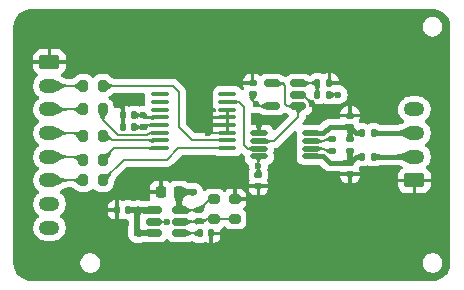
<source format=gbr>
%TF.GenerationSoftware,KiCad,Pcbnew,8.0.1*%
%TF.CreationDate,2024-04-29T02:41:37-04:00*%
%TF.ProjectId,ads1220_board,61647331-3232-4305-9f62-6f6172642e6b,rev?*%
%TF.SameCoordinates,Original*%
%TF.FileFunction,Copper,L1,Top*%
%TF.FilePolarity,Positive*%
%FSLAX46Y46*%
G04 Gerber Fmt 4.6, Leading zero omitted, Abs format (unit mm)*
G04 Created by KiCad (PCBNEW 8.0.1) date 2024-04-29 02:41:37*
%MOMM*%
%LPD*%
G01*
G04 APERTURE LIST*
G04 Aperture macros list*
%AMRoundRect*
0 Rectangle with rounded corners*
0 $1 Rounding radius*
0 $2 $3 $4 $5 $6 $7 $8 $9 X,Y pos of 4 corners*
0 Add a 4 corners polygon primitive as box body*
4,1,4,$2,$3,$4,$5,$6,$7,$8,$9,$2,$3,0*
0 Add four circle primitives for the rounded corners*
1,1,$1+$1,$2,$3*
1,1,$1+$1,$4,$5*
1,1,$1+$1,$6,$7*
1,1,$1+$1,$8,$9*
0 Add four rect primitives between the rounded corners*
20,1,$1+$1,$2,$3,$4,$5,0*
20,1,$1+$1,$4,$5,$6,$7,0*
20,1,$1+$1,$6,$7,$8,$9,0*
20,1,$1+$1,$8,$9,$2,$3,0*%
G04 Aperture macros list end*
%TA.AperFunction,SMDPad,CuDef*%
%ADD10RoundRect,0.200000X0.275000X-0.200000X0.275000X0.200000X-0.275000X0.200000X-0.275000X-0.200000X0*%
%TD*%
%TA.AperFunction,SMDPad,CuDef*%
%ADD11RoundRect,0.200000X-0.275000X0.200000X-0.275000X-0.200000X0.275000X-0.200000X0.275000X0.200000X0*%
%TD*%
%TA.AperFunction,SMDPad,CuDef*%
%ADD12RoundRect,0.200000X0.200000X0.275000X-0.200000X0.275000X-0.200000X-0.275000X0.200000X-0.275000X0*%
%TD*%
%TA.AperFunction,SMDPad,CuDef*%
%ADD13RoundRect,0.200000X-0.200000X-0.275000X0.200000X-0.275000X0.200000X0.275000X-0.200000X0.275000X0*%
%TD*%
%TA.AperFunction,ComponentPad*%
%ADD14RoundRect,0.250000X-0.625000X0.350000X-0.625000X-0.350000X0.625000X-0.350000X0.625000X0.350000X0*%
%TD*%
%TA.AperFunction,ComponentPad*%
%ADD15O,1.750000X1.200000*%
%TD*%
%TA.AperFunction,SMDPad,CuDef*%
%ADD16RoundRect,0.140000X-0.170000X0.140000X-0.170000X-0.140000X0.170000X-0.140000X0.170000X0.140000X0*%
%TD*%
%TA.AperFunction,SMDPad,CuDef*%
%ADD17RoundRect,0.140000X0.170000X-0.140000X0.170000X0.140000X-0.170000X0.140000X-0.170000X-0.140000X0*%
%TD*%
%TA.AperFunction,SMDPad,CuDef*%
%ADD18RoundRect,0.140000X-0.140000X-0.170000X0.140000X-0.170000X0.140000X0.170000X-0.140000X0.170000X0*%
%TD*%
%TA.AperFunction,SMDPad,CuDef*%
%ADD19RoundRect,0.150000X0.512500X0.150000X-0.512500X0.150000X-0.512500X-0.150000X0.512500X-0.150000X0*%
%TD*%
%TA.AperFunction,SMDPad,CuDef*%
%ADD20RoundRect,0.100000X0.637500X0.100000X-0.637500X0.100000X-0.637500X-0.100000X0.637500X-0.100000X0*%
%TD*%
%TA.AperFunction,SMDPad,CuDef*%
%ADD21RoundRect,0.112500X0.612500X0.112500X-0.612500X0.112500X-0.612500X-0.112500X0.612500X-0.112500X0*%
%TD*%
%TA.AperFunction,SMDPad,CuDef*%
%ADD22RoundRect,0.150000X-0.512500X-0.150000X0.512500X-0.150000X0.512500X0.150000X-0.512500X0.150000X0*%
%TD*%
%TA.AperFunction,SMDPad,CuDef*%
%ADD23RoundRect,0.135000X0.185000X-0.135000X0.185000X0.135000X-0.185000X0.135000X-0.185000X-0.135000X0*%
%TD*%
%TA.AperFunction,SMDPad,CuDef*%
%ADD24RoundRect,0.135000X0.135000X0.185000X-0.135000X0.185000X-0.135000X-0.185000X0.135000X-0.185000X0*%
%TD*%
%TA.AperFunction,SMDPad,CuDef*%
%ADD25RoundRect,0.135000X-0.135000X-0.185000X0.135000X-0.185000X0.135000X0.185000X-0.135000X0.185000X0*%
%TD*%
%TA.AperFunction,ComponentPad*%
%ADD26RoundRect,0.250000X0.625000X-0.350000X0.625000X0.350000X-0.625000X0.350000X-0.625000X-0.350000X0*%
%TD*%
%TA.AperFunction,SMDPad,CuDef*%
%ADD27RoundRect,0.225000X0.225000X0.250000X-0.225000X0.250000X-0.225000X-0.250000X0.225000X-0.250000X0*%
%TD*%
%TA.AperFunction,SMDPad,CuDef*%
%ADD28RoundRect,0.140000X0.140000X0.170000X-0.140000X0.170000X-0.140000X-0.170000X0.140000X-0.170000X0*%
%TD*%
%TA.AperFunction,ViaPad*%
%ADD29C,0.600000*%
%TD*%
%TA.AperFunction,Conductor*%
%ADD30C,0.200000*%
%TD*%
%TA.AperFunction,Conductor*%
%ADD31C,0.400000*%
%TD*%
%TA.AperFunction,Conductor*%
%ADD32C,0.500000*%
%TD*%
G04 APERTURE END LIST*
D10*
%TO.P,R5,1*%
%TO.N,Net-(U1-FB)*%
X129250000Y-88250000D03*
%TO.P,R5,2*%
%TO.N,GND*%
X129250000Y-86600000D03*
%TD*%
D11*
%TO.P,R4,1*%
%TO.N,+4V*%
X127500000Y-86600000D03*
%TO.P,R4,2*%
%TO.N,Net-(U1-FB)*%
X127500000Y-88250000D03*
%TD*%
D12*
%TO.P,R12,1*%
%TO.N,/~{CS}*%
X118075000Y-77000000D03*
%TO.P,R12,2*%
%TO.N,Net-(J3-Pin_2)*%
X116425000Y-77000000D03*
%TD*%
%TO.P,R11,1*%
%TO.N,/~{DRDY}*%
X118075000Y-79000000D03*
%TO.P,R11,2*%
%TO.N,Net-(J3-Pin_3)*%
X116425000Y-79000000D03*
%TD*%
%TO.P,R10,1*%
%TO.N,/DOUT*%
X118075000Y-81250000D03*
%TO.P,R10,2*%
%TO.N,Net-(J3-Pin_4)*%
X116425000Y-81250000D03*
%TD*%
D13*
%TO.P,R9,1*%
%TO.N,Net-(J3-Pin_5)*%
X116425000Y-83250000D03*
%TO.P,R9,2*%
%TO.N,/DIN*%
X118075000Y-83250000D03*
%TD*%
%TO.P,R8,1*%
%TO.N,Net-(J3-Pin_6)*%
X116425000Y-85000000D03*
%TO.P,R8,2*%
%TO.N,/SCLK*%
X118075000Y-85000000D03*
%TD*%
D14*
%TO.P,J3,1,Pin_1*%
%TO.N,GND*%
X113550000Y-75000000D03*
D15*
%TO.P,J3,2,Pin_2*%
%TO.N,Net-(J3-Pin_2)*%
X113550000Y-77000000D03*
%TO.P,J3,3,Pin_3*%
%TO.N,Net-(J3-Pin_3)*%
X113550000Y-79000000D03*
%TO.P,J3,4,Pin_4*%
%TO.N,Net-(J3-Pin_4)*%
X113550000Y-81000000D03*
%TO.P,J3,5,Pin_5*%
%TO.N,Net-(J3-Pin_5)*%
X113550000Y-83000000D03*
%TO.P,J3,6,Pin_6*%
%TO.N,Net-(J3-Pin_6)*%
X113550000Y-85000000D03*
%TO.P,J3,7,Pin_7*%
%TO.N,+3V3*%
X113550000Y-87000000D03*
%TO.P,J3,8,Pin_8*%
%TO.N,+5V*%
X113550000Y-89000000D03*
%TD*%
D16*
%TO.P,C11,1*%
%TO.N,GND*%
X130750000Y-76770000D03*
%TO.P,C11,2*%
%TO.N,+4V*%
X130750000Y-77730000D03*
%TD*%
D17*
%TO.P,C10,1*%
%TO.N,GND*%
X131250000Y-85480000D03*
%TO.P,C10,2*%
%TO.N,+4V*%
X131250000Y-84520000D03*
%TD*%
D18*
%TO.P,C9,2*%
%TO.N,+4V*%
X120730000Y-79500000D03*
%TO.P,C9,1*%
%TO.N,GND*%
X119770000Y-79500000D03*
%TD*%
D19*
%TO.P,U4,1*%
%TO.N,/INA_REF*%
X134637500Y-78700000D03*
%TO.P,U4,2,V-*%
%TO.N,GND*%
X134637500Y-77750000D03*
%TO.P,U4,3,+*%
%TO.N,Net-(U4-+)*%
X134637500Y-76800000D03*
%TO.P,U4,4,-*%
%TO.N,/INA_REF*%
X132362500Y-76800000D03*
%TO.P,U4,5,V+*%
%TO.N,+4V*%
X132362500Y-78700000D03*
%TD*%
D20*
%TO.P,U3,16,DIN*%
%TO.N,/DIN*%
X122887500Y-82275000D03*
%TO.P,U3,15,DOUT/~{DRDY}*%
%TO.N,/DOUT*%
X122887500Y-81625000D03*
%TO.P,U3,14,~{DRDY}*%
%TO.N,/~{DRDY}*%
X122887500Y-80975000D03*
%TO.P,U3,13,DVDD*%
%TO.N,+4V*%
X122887500Y-80325000D03*
%TO.P,U3,12,AVDD*%
X122887500Y-79675000D03*
%TO.P,U3,11,AIN0/REFP1*%
%TO.N,unconnected-(U3-AIN0{slash}REFP1-Pad11)*%
X122887500Y-79025000D03*
%TO.P,U3,10,AIN1*%
%TO.N,unconnected-(U3-AIN1-Pad10)*%
X122887500Y-78375000D03*
%TO.P,U3,9,REFP0*%
%TO.N,unconnected-(U3-REFP0-Pad9)*%
X122887500Y-77725000D03*
%TO.P,U3,8,REFN0*%
%TO.N,unconnected-(U3-REFN0-Pad8)*%
X128612500Y-77725000D03*
%TO.P,U3,7,AIN2*%
%TO.N,/SIG_AMP+*%
X128612500Y-78375000D03*
%TO.P,U3,6,AIN3/REFN1*%
%TO.N,GND*%
X128612500Y-79025000D03*
%TO.P,U3,5,AVSS*%
X128612500Y-79675000D03*
%TO.P,U3,4,DGND*%
X128612500Y-80325000D03*
%TO.P,U3,3,CLK*%
X128612500Y-80975000D03*
%TO.P,U3,2,~{CS}*%
%TO.N,/~{CS}*%
X128612500Y-81625000D03*
%TO.P,U3,1,SCLK*%
%TO.N,/SCLK*%
X128612500Y-82275000D03*
%TD*%
D21*
%TO.P,U2,1,IN+*%
%TO.N,/SIG_FLTR+*%
X135700000Y-82975000D03*
%TO.P,U2,2,Rg*%
%TO.N,Net-(R13-Pad1)*%
X135700000Y-82325000D03*
%TO.P,U2,3,Rg*%
%TO.N,Net-(R13-Pad2)*%
X135700000Y-81675000D03*
%TO.P,U2,4,IN-*%
%TO.N,/SIG_FLTR-*%
X135700000Y-81025000D03*
%TO.P,U2,5,Vs-*%
%TO.N,GND*%
X131300000Y-81025000D03*
%TO.P,U2,6,REF*%
%TO.N,/INA_REF*%
X131300000Y-81675000D03*
%TO.P,U2,7,Vout*%
%TO.N,/SIG_AMP+*%
X131300000Y-82325000D03*
%TO.P,U2,8,Vs+*%
%TO.N,+4V*%
X131300000Y-82975000D03*
%TD*%
D22*
%TO.P,U1,1,IN*%
%TO.N,+5V*%
X122362500Y-87550000D03*
%TO.P,U1,2,GND*%
%TO.N,GND*%
X122362500Y-88500000D03*
%TO.P,U1,3,EN*%
%TO.N,+5V*%
X122362500Y-89450000D03*
%TO.P,U1,4,BP*%
%TO.N,Net-(U1-BP)*%
X124637500Y-89450000D03*
%TO.P,U1,5,FB*%
%TO.N,Net-(U1-FB)*%
X124637500Y-88500000D03*
%TO.P,U1,6,OUT*%
%TO.N,+4V*%
X124637500Y-87550000D03*
%TD*%
D23*
%TO.P,R13,1*%
%TO.N,Net-(R13-Pad1)*%
X137500000Y-82510000D03*
%TO.P,R13,2*%
%TO.N,Net-(R13-Pad2)*%
X137500000Y-81490000D03*
%TD*%
D24*
%TO.P,R7,1*%
%TO.N,/SIG-*%
X141000000Y-81000000D03*
%TO.P,R7,2*%
%TO.N,/SIG_FLTR-*%
X139980000Y-81000000D03*
%TD*%
D25*
%TO.P,R6,1*%
%TO.N,/SIG_FLTR+*%
X139980000Y-83000000D03*
%TO.P,R6,2*%
%TO.N,/SIG+*%
X141000000Y-83000000D03*
%TD*%
%TO.P,R2,1*%
%TO.N,Net-(U4-+)*%
X136240000Y-76750000D03*
%TO.P,R2,2*%
%TO.N,GND*%
X137260000Y-76750000D03*
%TD*%
D24*
%TO.P,R1,1*%
%TO.N,+4V*%
X137260000Y-77750000D03*
%TO.P,R1,2*%
%TO.N,Net-(U4-+)*%
X136240000Y-77750000D03*
%TD*%
D26*
%TO.P,J2,1,Pin_1*%
%TO.N,GND*%
X144450000Y-85000000D03*
D15*
%TO.P,J2,2,Pin_2*%
%TO.N,/SIG+*%
X144450000Y-83000000D03*
%TO.P,J2,3,Pin_3*%
%TO.N,/SIG-*%
X144450000Y-81000000D03*
%TO.P,J2,4,Pin_4*%
%TO.N,+4V*%
X144450000Y-79000000D03*
%TD*%
D17*
%TO.P,C8,1*%
%TO.N,/SIG_FLTR-*%
X139000000Y-80480000D03*
%TO.P,C8,2*%
%TO.N,GND*%
X139000000Y-79520000D03*
%TD*%
%TO.P,C7,1*%
%TO.N,/SIG_FLTR+*%
X139000000Y-82480000D03*
%TO.P,C7,2*%
%TO.N,/SIG_FLTR-*%
X139000000Y-81520000D03*
%TD*%
%TO.P,C6,1*%
%TO.N,GND*%
X139000000Y-84480000D03*
%TO.P,C6,2*%
%TO.N,/SIG_FLTR+*%
X139000000Y-83520000D03*
%TD*%
D18*
%TO.P,C5,1*%
%TO.N,GND*%
X119770000Y-80500000D03*
%TO.P,C5,2*%
%TO.N,+4V*%
X120730000Y-80500000D03*
%TD*%
D27*
%TO.P,C4,2*%
%TO.N,GND*%
X122975000Y-86000000D03*
%TO.P,C4,1*%
%TO.N,+4V*%
X124525000Y-86000000D03*
%TD*%
D18*
%TO.P,C3,1*%
%TO.N,Net-(U1-BP)*%
X126270000Y-89500000D03*
%TO.P,C3,2*%
%TO.N,GND*%
X127230000Y-89500000D03*
%TD*%
D16*
%TO.P,C2,2*%
%TO.N,Net-(U1-FB)*%
X126250000Y-88480000D03*
%TO.P,C2,1*%
%TO.N,+4V*%
X126250000Y-87520000D03*
%TD*%
D28*
%TO.P,C1,1*%
%TO.N,+5V*%
X120230000Y-87500000D03*
%TO.P,C1,2*%
%TO.N,GND*%
X119270000Y-87500000D03*
%TD*%
D29*
%TO.N,GND*%
X127000000Y-81000000D03*
%TO.N,+4V*%
X121500000Y-79500000D03*
X121500000Y-80500000D03*
%TO.N,GND*%
X128500000Y-76750000D03*
X128500000Y-83250000D03*
X121250000Y-86000000D03*
X140000000Y-85500000D03*
X140000000Y-78500000D03*
X136250000Y-79750000D03*
X136250000Y-84250000D03*
X141750000Y-84250000D03*
X141750000Y-79750000D03*
X111000000Y-78000000D03*
X111000000Y-82000000D03*
X111000000Y-86000000D03*
X147000000Y-82000000D03*
X147000000Y-86000000D03*
X147000000Y-78000000D03*
X120000000Y-71000000D03*
X125000000Y-71000000D03*
X130000000Y-71000000D03*
X135000000Y-71000000D03*
X140000000Y-71000000D03*
X120000000Y-93000000D03*
X125000000Y-93000000D03*
X130000000Y-93000000D03*
X135000000Y-93000000D03*
X140000000Y-93000000D03*
X144000000Y-71000000D03*
X115000000Y-71000000D03*
X111000000Y-74000000D03*
X111000000Y-90000000D03*
X115000000Y-93000000D03*
X144000000Y-93000000D03*
X147000000Y-90000000D03*
X147000000Y-74000000D03*
X119250000Y-78500000D03*
X123475000Y-88500000D03*
X131300000Y-80300000D03*
%TO.N,+4V*%
X131250000Y-83750000D03*
X138000000Y-77750000D03*
%TO.N,GND*%
X135798809Y-78500744D03*
%TO.N,+4V*%
X131000000Y-78500000D03*
%TO.N,+5V*%
X121000000Y-89500000D03*
X121000000Y-87500000D03*
%TO.N,+4V*%
X125750000Y-86000000D03*
%TD*%
D30*
%TO.N,Net-(U1-FB)*%
X126865000Y-88250000D02*
X127500000Y-88250000D01*
X126635000Y-88480000D02*
X126865000Y-88250000D01*
X126250000Y-88480000D02*
X126635000Y-88480000D01*
%TO.N,+4V*%
X127170000Y-86600000D02*
X127500000Y-86600000D01*
X126250000Y-87520000D02*
X127170000Y-86600000D01*
%TO.N,GND*%
X127025000Y-80975000D02*
X127000000Y-81000000D01*
X128612500Y-80975000D02*
X127025000Y-80975000D01*
X128612500Y-80975000D02*
X128612500Y-79025000D01*
%TO.N,Net-(U1-FB)*%
X127500000Y-88250000D02*
X129250000Y-88250000D01*
%TO.N,GND*%
X134637500Y-77750000D02*
X135048065Y-77750000D01*
X135048065Y-77750000D02*
X135798809Y-78500744D01*
%TO.N,/DOUT*%
X118500000Y-81250000D02*
X118075000Y-81250000D01*
X118875000Y-81625000D02*
X118500000Y-81250000D01*
X122887500Y-81625000D02*
X118875000Y-81625000D01*
%TO.N,GND*%
X119770000Y-79020000D02*
X119770000Y-79500000D01*
X119250000Y-78500000D02*
X119770000Y-79020000D01*
X119770000Y-80500000D02*
X119770000Y-79500000D01*
%TO.N,+4V*%
X121675000Y-79675000D02*
X121500000Y-79500000D01*
X122887500Y-79675000D02*
X121675000Y-79675000D01*
X120730000Y-79500000D02*
X121500000Y-79500000D01*
X121675000Y-80325000D02*
X121500000Y-80500000D01*
X122887500Y-80325000D02*
X121675000Y-80325000D01*
X120730000Y-80500000D02*
X121500000Y-80500000D01*
%TO.N,/~{DRDY}*%
X122039136Y-80975000D02*
X122887500Y-80975000D01*
X121814136Y-81200000D02*
X122039136Y-80975000D01*
X118075000Y-79900000D02*
X119375000Y-81200000D01*
X119375000Y-81200000D02*
X121814136Y-81200000D01*
X118075000Y-79000000D02*
X118075000Y-79900000D01*
%TO.N,/SCLK*%
X119825000Y-83250000D02*
X118075000Y-85000000D01*
X124475000Y-82275000D02*
X123500000Y-83250000D01*
X123500000Y-83250000D02*
X119825000Y-83250000D01*
X127862500Y-82275000D02*
X124475000Y-82275000D01*
%TO.N,/DIN*%
X122887500Y-82275000D02*
X119050000Y-82275000D01*
X119050000Y-82275000D02*
X118075000Y-83250000D01*
%TO.N,/~{CS}*%
X125625000Y-81625000D02*
X127862500Y-81625000D01*
X124500000Y-80500000D02*
X125625000Y-81625000D01*
X124000000Y-77000000D02*
X124500000Y-77500000D01*
X118075000Y-77000000D02*
X124000000Y-77000000D01*
X124500000Y-77500000D02*
X124500000Y-80500000D01*
%TO.N,/SIG_AMP+*%
X130325000Y-82325000D02*
X131300000Y-82325000D01*
X130000000Y-82000000D02*
X130325000Y-82325000D01*
X130000000Y-78750000D02*
X130000000Y-82000000D01*
X129625000Y-78375000D02*
X130000000Y-78750000D01*
X128612500Y-78375000D02*
X129625000Y-78375000D01*
%TO.N,GND*%
X131300000Y-80300000D02*
X131300000Y-81025000D01*
%TO.N,Net-(U1-BP)*%
X126220000Y-89450000D02*
X126270000Y-89500000D01*
X124637500Y-89450000D02*
X126220000Y-89450000D01*
D31*
%TO.N,/SIG_FLTR-*%
X136725000Y-81025000D02*
X135700000Y-81025000D01*
X137270000Y-80480000D02*
X136725000Y-81025000D01*
X139000000Y-80480000D02*
X137270000Y-80480000D01*
%TO.N,/SIG_FLTR+*%
X136725000Y-82975000D02*
X135700000Y-82975000D01*
X137270000Y-83520000D02*
X136725000Y-82975000D01*
X139000000Y-83520000D02*
X137270000Y-83520000D01*
D30*
%TO.N,GND*%
X122362500Y-88500000D02*
X123475000Y-88500000D01*
%TO.N,+4V*%
X126280000Y-87490000D02*
X126250000Y-87520000D01*
X124667500Y-87520000D02*
X124637500Y-87550000D01*
X126250000Y-87520000D02*
X124667500Y-87520000D01*
X130750000Y-77730000D02*
X130750000Y-78250000D01*
X130750000Y-78250000D02*
X131000000Y-78500000D01*
X131250000Y-83025000D02*
X131250000Y-83750000D01*
X131300000Y-82975000D02*
X131250000Y-83025000D01*
X131250000Y-84520000D02*
X131250000Y-83750000D01*
X137260000Y-77750000D02*
X138000000Y-77750000D01*
%TO.N,/INA_REF*%
X133300000Y-76800000D02*
X132362500Y-76800000D01*
X133700000Y-78700000D02*
X133500000Y-78500000D01*
X133500000Y-78500000D02*
X133500000Y-77000000D01*
X133500000Y-77000000D02*
X133300000Y-76800000D01*
X134637500Y-78700000D02*
X133700000Y-78700000D01*
X132575000Y-81675000D02*
X131300000Y-81675000D01*
X134637500Y-79612500D02*
X132575000Y-81675000D01*
X134637500Y-78700000D02*
X134637500Y-79612500D01*
D31*
%TO.N,/SIG+*%
X141000000Y-83000000D02*
X144450000Y-83000000D01*
%TO.N,/SIG-*%
X141000000Y-81000000D02*
X144450000Y-81000000D01*
D30*
%TO.N,+4V*%
X131200000Y-78700000D02*
X131000000Y-78500000D01*
X132362500Y-78700000D02*
X131200000Y-78700000D01*
%TO.N,Net-(U4-+)*%
X136240000Y-77750000D02*
X136240000Y-76750000D01*
X134687500Y-76750000D02*
X134637500Y-76800000D01*
X136240000Y-76750000D02*
X134687500Y-76750000D01*
%TO.N,Net-(J3-Pin_2)*%
X116490000Y-77000000D02*
X113550000Y-77000000D01*
%TO.N,Net-(J3-Pin_3)*%
X116490000Y-79000000D02*
X113550000Y-79000000D01*
%TO.N,Net-(J3-Pin_4)*%
X116490000Y-81000000D02*
X113550000Y-81000000D01*
%TO.N,Net-(J3-Pin_5)*%
X116490000Y-83000000D02*
X113550000Y-83000000D01*
%TO.N,Net-(J3-Pin_6)*%
X116490000Y-85000000D02*
X113550000Y-85000000D01*
D32*
%TO.N,+5V*%
X121000000Y-87500000D02*
X121000000Y-89500000D01*
X122362500Y-89450000D02*
X121050000Y-89450000D01*
X121050000Y-89450000D02*
X121000000Y-89500000D01*
D30*
%TO.N,Net-(U1-FB)*%
X126230000Y-88500000D02*
X126250000Y-88480000D01*
X124637500Y-88500000D02*
X126230000Y-88500000D01*
D32*
%TO.N,+5V*%
X121050000Y-87550000D02*
X121000000Y-87500000D01*
X122362500Y-87550000D02*
X121050000Y-87550000D01*
X120230000Y-87500000D02*
X121000000Y-87500000D01*
%TO.N,+4V*%
X124525000Y-86000000D02*
X124525000Y-86250000D01*
X124525000Y-86000000D02*
X125750000Y-86000000D01*
X124525000Y-87437500D02*
X124637500Y-87550000D01*
X124525000Y-86000000D02*
X124525000Y-87437500D01*
D30*
%TO.N,Net-(R13-Pad1)*%
X136825000Y-82325000D02*
X135700000Y-82325000D01*
X137010000Y-82510000D02*
X136825000Y-82325000D01*
X137500000Y-82510000D02*
X137010000Y-82510000D01*
%TO.N,Net-(R13-Pad2)*%
X136825000Y-81675000D02*
X135700000Y-81675000D01*
X137500000Y-81490000D02*
X137010000Y-81490000D01*
X137010000Y-81490000D02*
X136825000Y-81675000D01*
D31*
%TO.N,/SIG_FLTR-*%
X139520000Y-81000000D02*
X139000000Y-80480000D01*
X139980000Y-81000000D02*
X139520000Y-81000000D01*
%TO.N,/SIG_FLTR+*%
X139520000Y-83000000D02*
X139000000Y-83520000D01*
X139980000Y-83000000D02*
X139520000Y-83000000D01*
X139000000Y-83520000D02*
X139000000Y-82480000D01*
%TO.N,/SIG_FLTR-*%
X139000000Y-81520000D02*
X139000000Y-80480000D01*
%TD*%
%TA.AperFunction,Conductor*%
%TO.N,GND*%
G36*
X133472026Y-79260597D02*
G01*
X133620943Y-79300501D01*
X133620945Y-79300501D01*
X133628793Y-79302604D01*
X133628230Y-79304705D01*
X133665781Y-79318539D01*
X133676998Y-79325809D01*
X133697234Y-79342180D01*
X133723135Y-79368081D01*
X133780050Y-79401741D01*
X133827733Y-79452808D01*
X133840237Y-79521550D01*
X133813592Y-79586139D01*
X133804610Y-79596153D01*
X132684614Y-80716149D01*
X132623291Y-80749634D01*
X132553599Y-80744650D01*
X132497666Y-80702778D01*
X132483311Y-80673992D01*
X132482192Y-80674477D01*
X132479092Y-80667315D01*
X132400317Y-80534114D01*
X132400311Y-80534105D01*
X132290894Y-80424688D01*
X132290885Y-80424682D01*
X132157684Y-80345907D01*
X132157681Y-80345906D01*
X132009084Y-80302734D01*
X132009073Y-80302732D01*
X131974359Y-80300000D01*
X131450000Y-80300000D01*
X131450000Y-80825500D01*
X131430315Y-80892539D01*
X131377511Y-80938294D01*
X131326000Y-80949500D01*
X131274000Y-80949500D01*
X131206961Y-80929815D01*
X131161206Y-80877011D01*
X131150000Y-80825500D01*
X131150000Y-80300000D01*
X130724500Y-80300000D01*
X130657461Y-80280315D01*
X130611706Y-80227511D01*
X130600500Y-80176000D01*
X130600500Y-79383062D01*
X130620185Y-79316023D01*
X130672989Y-79270268D01*
X130742147Y-79260324D01*
X130765448Y-79266018D01*
X130820745Y-79285368D01*
X130820748Y-79285368D01*
X130820750Y-79285369D01*
X131000000Y-79305565D01*
X131006395Y-79305565D01*
X131007551Y-79305500D01*
X131011661Y-79305500D01*
X131331181Y-79305500D01*
X131397521Y-79324739D01*
X131405309Y-79329670D01*
X131405732Y-79329938D01*
X131427070Y-79347017D01*
X131448129Y-79368076D01*
X131448140Y-79368085D01*
X131507029Y-79402911D01*
X131511753Y-79405849D01*
X131548061Y-79429582D01*
X131551640Y-79431499D01*
X131551652Y-79431503D01*
X131555622Y-79433283D01*
X131555547Y-79433448D01*
X131571225Y-79440875D01*
X131589602Y-79451744D01*
X131669448Y-79474941D01*
X131677467Y-79477571D01*
X131684815Y-79480262D01*
X131691292Y-79481637D01*
X131700127Y-79483854D01*
X131747431Y-79497598D01*
X131784306Y-79500500D01*
X131784314Y-79500500D01*
X132940686Y-79500500D01*
X132940694Y-79500500D01*
X132977569Y-79497598D01*
X132977571Y-79497597D01*
X132977573Y-79497597D01*
X133030782Y-79482138D01*
X133135398Y-79451744D01*
X133276865Y-79368081D01*
X133352254Y-79292691D01*
X133413574Y-79259207D01*
X133472026Y-79260597D01*
G37*
%TD.AperFunction*%
%TA.AperFunction,Conductor*%
G36*
X121592539Y-77620185D02*
G01*
X121638294Y-77672989D01*
X121649500Y-77724499D01*
X121649500Y-77864362D01*
X121664953Y-77981753D01*
X121664957Y-77981765D01*
X121673566Y-78002550D01*
X121681033Y-78072019D01*
X121673566Y-78097450D01*
X121664957Y-78118234D01*
X121664955Y-78118239D01*
X121649500Y-78235638D01*
X121649500Y-78514358D01*
X121655126Y-78557095D01*
X121644358Y-78626130D01*
X121597976Y-78678384D01*
X121530706Y-78697267D01*
X121518306Y-78696497D01*
X121500000Y-78694435D01*
X121499996Y-78694435D01*
X121320747Y-78714631D01*
X121228775Y-78746813D01*
X121158996Y-78750374D01*
X121133745Y-78740161D01*
X121133554Y-78740604D01*
X121126390Y-78737504D01*
X120970997Y-78692357D01*
X120970991Y-78692356D01*
X120934697Y-78689500D01*
X120934690Y-78689500D01*
X120525310Y-78689500D01*
X120525302Y-78689500D01*
X120489008Y-78692356D01*
X120489002Y-78692357D01*
X120333609Y-78737504D01*
X120333604Y-78737506D01*
X120312628Y-78749911D01*
X120244903Y-78767092D01*
X120186389Y-78749911D01*
X120166195Y-78737968D01*
X120010909Y-78692854D01*
X119974644Y-78690000D01*
X119920000Y-78690000D01*
X119920000Y-80475500D01*
X119900315Y-80542539D01*
X119847511Y-80588294D01*
X119796000Y-80599500D01*
X119744000Y-80599500D01*
X119676961Y-80579815D01*
X119631206Y-80527011D01*
X119620000Y-80475500D01*
X119620000Y-78690000D01*
X119619999Y-78689999D01*
X119565363Y-78690000D01*
X119529089Y-78692854D01*
X119373803Y-78737969D01*
X119234625Y-78820278D01*
X119234616Y-78820285D01*
X119187181Y-78867721D01*
X119125858Y-78901206D01*
X119056166Y-78896222D01*
X119000233Y-78854350D01*
X118975816Y-78788886D01*
X118975500Y-78780040D01*
X118975500Y-78668386D01*
X118969086Y-78597807D01*
X118969086Y-78597804D01*
X118918478Y-78435394D01*
X118830472Y-78289815D01*
X118830470Y-78289813D01*
X118830469Y-78289811D01*
X118710188Y-78169530D01*
X118710178Y-78169524D01*
X118605288Y-78106115D01*
X118558102Y-78054589D01*
X118546264Y-77985729D01*
X118573533Y-77921401D01*
X118605287Y-77893884D01*
X118710185Y-77830472D01*
X118787975Y-77752680D01*
X118795822Y-77745775D01*
X118795807Y-77745758D01*
X118799112Y-77742803D01*
X118799116Y-77742800D01*
X118858812Y-77681228D01*
X118867458Y-77673125D01*
X118906525Y-77639886D01*
X118917838Y-77631328D01*
X118932517Y-77621491D01*
X118999166Y-77600523D01*
X119001547Y-77600500D01*
X121525500Y-77600500D01*
X121592539Y-77620185D01*
G37*
%TD.AperFunction*%
%TA.AperFunction,Conductor*%
G36*
X146004418Y-70500816D02*
G01*
X146204561Y-70515130D01*
X146222063Y-70517647D01*
X146413797Y-70559355D01*
X146430755Y-70564334D01*
X146614609Y-70632909D01*
X146630701Y-70640259D01*
X146802904Y-70734288D01*
X146817784Y-70743849D01*
X146974867Y-70861441D01*
X146988237Y-70873027D01*
X147126972Y-71011762D01*
X147138558Y-71025132D01*
X147249625Y-71173500D01*
X147256146Y-71182210D01*
X147265711Y-71197095D01*
X147359740Y-71369298D01*
X147367090Y-71385390D01*
X147435662Y-71569236D01*
X147440646Y-71586212D01*
X147482351Y-71777931D01*
X147484869Y-71795442D01*
X147499184Y-71995580D01*
X147499500Y-72004427D01*
X147499500Y-91995572D01*
X147499184Y-92004419D01*
X147484869Y-92204557D01*
X147482351Y-92222068D01*
X147440646Y-92413787D01*
X147435662Y-92430763D01*
X147367090Y-92614609D01*
X147359740Y-92630701D01*
X147265711Y-92802904D01*
X147256146Y-92817789D01*
X147138558Y-92974867D01*
X147126972Y-92988237D01*
X146988237Y-93126972D01*
X146974867Y-93138558D01*
X146817789Y-93256146D01*
X146802904Y-93265711D01*
X146630701Y-93359740D01*
X146614609Y-93367090D01*
X146430763Y-93435662D01*
X146413787Y-93440646D01*
X146222068Y-93482351D01*
X146204557Y-93484869D01*
X146023779Y-93497799D01*
X146004417Y-93499184D01*
X145995572Y-93499500D01*
X112004428Y-93499500D01*
X111995582Y-93499184D01*
X111973622Y-93497613D01*
X111795442Y-93484869D01*
X111777931Y-93482351D01*
X111586212Y-93440646D01*
X111569236Y-93435662D01*
X111385390Y-93367090D01*
X111369298Y-93359740D01*
X111197095Y-93265711D01*
X111182210Y-93256146D01*
X111025132Y-93138558D01*
X111011762Y-93126972D01*
X110873027Y-92988237D01*
X110861441Y-92974867D01*
X110743849Y-92817784D01*
X110734288Y-92802904D01*
X110640259Y-92630701D01*
X110632909Y-92614609D01*
X110572091Y-92451551D01*
X110564334Y-92430755D01*
X110559355Y-92413797D01*
X110517647Y-92222063D01*
X110515130Y-92204556D01*
X110506322Y-92081407D01*
X116173500Y-92081407D01*
X116205259Y-92241073D01*
X116205262Y-92241082D01*
X116267562Y-92391490D01*
X116267563Y-92391492D01*
X116358015Y-92526862D01*
X116358018Y-92526866D01*
X116473133Y-92641981D01*
X116473137Y-92641984D01*
X116608505Y-92732435D01*
X116608506Y-92732435D01*
X116608507Y-92732436D01*
X116608509Y-92732437D01*
X116708781Y-92773970D01*
X116758919Y-92794738D01*
X116758921Y-92794738D01*
X116758926Y-92794740D01*
X116918592Y-92826499D01*
X116918595Y-92826500D01*
X116918597Y-92826500D01*
X117081405Y-92826500D01*
X117081406Y-92826499D01*
X117134629Y-92815912D01*
X117241073Y-92794740D01*
X117241076Y-92794738D01*
X117241081Y-92794738D01*
X117391495Y-92732435D01*
X117526863Y-92641984D01*
X117641984Y-92526863D01*
X117732435Y-92391495D01*
X117794738Y-92241081D01*
X117802004Y-92204556D01*
X117826499Y-92081407D01*
X145173500Y-92081407D01*
X145205259Y-92241073D01*
X145205262Y-92241082D01*
X145267562Y-92391490D01*
X145267563Y-92391492D01*
X145358015Y-92526862D01*
X145358018Y-92526866D01*
X145473133Y-92641981D01*
X145473137Y-92641984D01*
X145608505Y-92732435D01*
X145608506Y-92732435D01*
X145608507Y-92732436D01*
X145608509Y-92732437D01*
X145708781Y-92773970D01*
X145758919Y-92794738D01*
X145758921Y-92794738D01*
X145758926Y-92794740D01*
X145918592Y-92826499D01*
X145918595Y-92826500D01*
X145918597Y-92826500D01*
X146081405Y-92826500D01*
X146081406Y-92826499D01*
X146134629Y-92815912D01*
X146241073Y-92794740D01*
X146241076Y-92794738D01*
X146241081Y-92794738D01*
X146391495Y-92732435D01*
X146526863Y-92641984D01*
X146641984Y-92526863D01*
X146732435Y-92391495D01*
X146794738Y-92241081D01*
X146802004Y-92204556D01*
X146826499Y-92081407D01*
X146826500Y-92081405D01*
X146826500Y-91918594D01*
X146826499Y-91918592D01*
X146794740Y-91758926D01*
X146794737Y-91758917D01*
X146732437Y-91608509D01*
X146732436Y-91608507D01*
X146641984Y-91473137D01*
X146641981Y-91473133D01*
X146526866Y-91358018D01*
X146526862Y-91358015D01*
X146391492Y-91267563D01*
X146391490Y-91267562D01*
X146241082Y-91205262D01*
X146241073Y-91205259D01*
X146081406Y-91173500D01*
X146081403Y-91173500D01*
X145918597Y-91173500D01*
X145918594Y-91173500D01*
X145758926Y-91205259D01*
X145758917Y-91205262D01*
X145608509Y-91267562D01*
X145608507Y-91267563D01*
X145473137Y-91358015D01*
X145473133Y-91358018D01*
X145358018Y-91473133D01*
X145358015Y-91473137D01*
X145267563Y-91608507D01*
X145267562Y-91608509D01*
X145205262Y-91758917D01*
X145205259Y-91758926D01*
X145173500Y-91918592D01*
X145173500Y-92081407D01*
X117826499Y-92081407D01*
X117826500Y-92081405D01*
X117826500Y-91918594D01*
X117826499Y-91918592D01*
X117794740Y-91758926D01*
X117794737Y-91758917D01*
X117732437Y-91608509D01*
X117732436Y-91608507D01*
X117641984Y-91473137D01*
X117641981Y-91473133D01*
X117526866Y-91358018D01*
X117526862Y-91358015D01*
X117391492Y-91267563D01*
X117391490Y-91267562D01*
X117241082Y-91205262D01*
X117241073Y-91205259D01*
X117081406Y-91173500D01*
X117081403Y-91173500D01*
X116918597Y-91173500D01*
X116918594Y-91173500D01*
X116758926Y-91205259D01*
X116758917Y-91205262D01*
X116608509Y-91267562D01*
X116608507Y-91267563D01*
X116473137Y-91358015D01*
X116473133Y-91358018D01*
X116358018Y-91473133D01*
X116358015Y-91473137D01*
X116267563Y-91608507D01*
X116267562Y-91608509D01*
X116205262Y-91758917D01*
X116205259Y-91758926D01*
X116173500Y-91918592D01*
X116173500Y-92081407D01*
X110506322Y-92081407D01*
X110500816Y-92004418D01*
X110500500Y-91995572D01*
X110500500Y-89086611D01*
X112174500Y-89086611D01*
X112175588Y-89093478D01*
X112196078Y-89222853D01*
X112201598Y-89257701D01*
X112255127Y-89422445D01*
X112333768Y-89576788D01*
X112435586Y-89716928D01*
X112558072Y-89839414D01*
X112698212Y-89941232D01*
X112852555Y-90019873D01*
X113017299Y-90073402D01*
X113188389Y-90100500D01*
X113188390Y-90100500D01*
X113911610Y-90100500D01*
X113911611Y-90100500D01*
X114082701Y-90073402D01*
X114247445Y-90019873D01*
X114401788Y-89941232D01*
X114541928Y-89839414D01*
X114664414Y-89716928D01*
X114766232Y-89576788D01*
X114844873Y-89422445D01*
X114898402Y-89257701D01*
X114925500Y-89086611D01*
X114925500Y-88913389D01*
X114898402Y-88742299D01*
X114844873Y-88577555D01*
X114766232Y-88423212D01*
X114664414Y-88283072D01*
X114541928Y-88160586D01*
X114458975Y-88100317D01*
X114416311Y-88044988D01*
X114410332Y-87975374D01*
X114442938Y-87913579D01*
X114458976Y-87899682D01*
X114541928Y-87839414D01*
X114664414Y-87716928D01*
X114713040Y-87650000D01*
X118490001Y-87650000D01*
X118490001Y-87734649D01*
X118492854Y-87770910D01*
X118537969Y-87926196D01*
X118620278Y-88065374D01*
X118620285Y-88065383D01*
X118734616Y-88179714D01*
X118734625Y-88179721D01*
X118873803Y-88262030D01*
X119029090Y-88307145D01*
X119065362Y-88309999D01*
X119420000Y-88309999D01*
X119474624Y-88309999D01*
X119474649Y-88309998D01*
X119510911Y-88307145D01*
X119666194Y-88262032D01*
X119686384Y-88250091D01*
X119754108Y-88232906D01*
X119812629Y-88250089D01*
X119833605Y-88262494D01*
X119874587Y-88274400D01*
X119989002Y-88307642D01*
X119989005Y-88307642D01*
X119989007Y-88307643D01*
X120025310Y-88310500D01*
X120125500Y-88310500D01*
X120192539Y-88330185D01*
X120238294Y-88382989D01*
X120249500Y-88434500D01*
X120249500Y-88854298D01*
X120247548Y-88876214D01*
X120244413Y-88893668D01*
X120240508Y-89005610D01*
X120239735Y-89015766D01*
X120231986Y-89081669D01*
X120231222Y-89087117D01*
X120218705Y-89163987D01*
X120216919Y-89175846D01*
X120216913Y-89175891D01*
X120216850Y-89176346D01*
X120215532Y-89186641D01*
X120215523Y-89186713D01*
X120203218Y-89291353D01*
X120201243Y-89311680D01*
X120201167Y-89312669D01*
X120199991Y-89333720D01*
X120199990Y-89333750D01*
X120196897Y-89422447D01*
X120195224Y-89470407D01*
X120194981Y-89479961D01*
X120194976Y-89480242D01*
X120194977Y-89480280D01*
X120195024Y-89481348D01*
X120195001Y-89482003D01*
X120195003Y-89482104D01*
X120194998Y-89482104D01*
X120194435Y-89498570D01*
X120194435Y-89500001D01*
X120196272Y-89516313D01*
X120196931Y-89524742D01*
X120197629Y-89540633D01*
X120197631Y-89540645D01*
X120198103Y-89542520D01*
X120201068Y-89558881D01*
X120214630Y-89679249D01*
X120274210Y-89849521D01*
X120366062Y-89995702D01*
X120370184Y-90002262D01*
X120497738Y-90129816D01*
X120507470Y-90135931D01*
X120646489Y-90223283D01*
X120650478Y-90225789D01*
X120807953Y-90280892D01*
X120820745Y-90285368D01*
X120820750Y-90285369D01*
X120999997Y-90305565D01*
X121000000Y-90305565D01*
X121019255Y-90303394D01*
X121042114Y-90302940D01*
X121048024Y-90303369D01*
X121182121Y-90293917D01*
X121223738Y-90289244D01*
X121225648Y-90288949D01*
X121266558Y-90280891D01*
X121368354Y-90256438D01*
X121389287Y-90250933D01*
X121390266Y-90250653D01*
X121411636Y-90244026D01*
X121473639Y-90223283D01*
X121483993Y-90220312D01*
X121495258Y-90217606D01*
X121537910Y-90214933D01*
X121603974Y-90222273D01*
X121607898Y-90222774D01*
X121677627Y-90232846D01*
X121681587Y-90233484D01*
X121711990Y-90238888D01*
X121719550Y-90240232D01*
X121732429Y-90243239D01*
X121747431Y-90247598D01*
X121769408Y-90249327D01*
X121775392Y-90249798D01*
X121783291Y-90250675D01*
X121785054Y-90250928D01*
X121790667Y-90251734D01*
X121790671Y-90251733D01*
X121790673Y-90251734D01*
X121825314Y-90250570D01*
X121829479Y-90250500D01*
X122940686Y-90250500D01*
X122940694Y-90250500D01*
X122977569Y-90247598D01*
X122977571Y-90247597D01*
X122977573Y-90247597D01*
X123052635Y-90225789D01*
X123135398Y-90201744D01*
X123276865Y-90118081D01*
X123393081Y-90001865D01*
X123393267Y-90001549D01*
X123393477Y-90001353D01*
X123397861Y-89995702D01*
X123398772Y-89996409D01*
X123444336Y-89953866D01*
X123513077Y-89941362D01*
X123577667Y-89968006D01*
X123601855Y-89995921D01*
X123602139Y-89995702D01*
X123606179Y-90000911D01*
X123606732Y-90001548D01*
X123606919Y-90001865D01*
X123606921Y-90001867D01*
X123606923Y-90001870D01*
X123723129Y-90118076D01*
X123723133Y-90118079D01*
X123723135Y-90118081D01*
X123864602Y-90201744D01*
X123895088Y-90210601D01*
X124022426Y-90247597D01*
X124022429Y-90247597D01*
X124022431Y-90247598D01*
X124059306Y-90250500D01*
X124059314Y-90250500D01*
X125215686Y-90250500D01*
X125215694Y-90250500D01*
X125252569Y-90247598D01*
X125324204Y-90226785D01*
X125336820Y-90224141D01*
X125336793Y-90224007D01*
X125341132Y-90223118D01*
X125341133Y-90223117D01*
X125341138Y-90223117D01*
X125349760Y-90220699D01*
X125374701Y-90212239D01*
X125379881Y-90210609D01*
X125410398Y-90201744D01*
X125544740Y-90122294D01*
X125612462Y-90105112D01*
X125678725Y-90127272D01*
X125695541Y-90141346D01*
X125734307Y-90180112D01*
X125734311Y-90180115D01*
X125734313Y-90180117D01*
X125873605Y-90262494D01*
X125914587Y-90274400D01*
X126029002Y-90307642D01*
X126029005Y-90307642D01*
X126029007Y-90307643D01*
X126065310Y-90310500D01*
X126065318Y-90310500D01*
X126474682Y-90310500D01*
X126474690Y-90310500D01*
X126510993Y-90307643D01*
X126510995Y-90307642D01*
X126510997Y-90307642D01*
X126575344Y-90288947D01*
X126666395Y-90262494D01*
X126687369Y-90250089D01*
X126755088Y-90232906D01*
X126813613Y-90250090D01*
X126833804Y-90262031D01*
X126989086Y-90307144D01*
X126989092Y-90307145D01*
X127025362Y-90309999D01*
X127079999Y-90309998D01*
X127080000Y-90309998D01*
X127080000Y-89650000D01*
X127380000Y-89650000D01*
X127380000Y-90309999D01*
X127434624Y-90309999D01*
X127434649Y-90309998D01*
X127470910Y-90307145D01*
X127626196Y-90262030D01*
X127765374Y-90179721D01*
X127765383Y-90179714D01*
X127879714Y-90065383D01*
X127879721Y-90065374D01*
X127962030Y-89926196D01*
X128007145Y-89770910D01*
X128007145Y-89770907D01*
X128009999Y-89734644D01*
X128010000Y-89734629D01*
X128010000Y-89650000D01*
X127380000Y-89650000D01*
X127080000Y-89650000D01*
X127080000Y-89474000D01*
X127099685Y-89406961D01*
X127152489Y-89361206D01*
X127204000Y-89350000D01*
X128009999Y-89350000D01*
X128009999Y-89265375D01*
X128009998Y-89265350D01*
X128007144Y-89229082D01*
X128006007Y-89222853D01*
X128008814Y-89222340D01*
X128008993Y-89164830D01*
X128046950Y-89106170D01*
X128063711Y-89094018D01*
X128064602Y-89093479D01*
X128064606Y-89093478D01*
X128210185Y-89005472D01*
X128240657Y-88975000D01*
X128287319Y-88928339D01*
X128348642Y-88894854D01*
X128418334Y-88899838D01*
X128462681Y-88928339D01*
X128539811Y-89005469D01*
X128539813Y-89005470D01*
X128539815Y-89005472D01*
X128685394Y-89093478D01*
X128847804Y-89144086D01*
X128918384Y-89150500D01*
X128918387Y-89150500D01*
X129581613Y-89150500D01*
X129581616Y-89150500D01*
X129652196Y-89144086D01*
X129814606Y-89093478D01*
X129960185Y-89005472D01*
X130080472Y-88885185D01*
X130168478Y-88739606D01*
X130219086Y-88577196D01*
X130225500Y-88506616D01*
X130225500Y-87993384D01*
X130219086Y-87922804D01*
X130168478Y-87760394D01*
X130080472Y-87614815D01*
X130080470Y-87614813D01*
X130080469Y-87614811D01*
X129977984Y-87512326D01*
X129944499Y-87451003D01*
X129949483Y-87381311D01*
X129977985Y-87336963D01*
X130080071Y-87234878D01*
X130080072Y-87234877D01*
X130168019Y-87089395D01*
X130218590Y-86927106D01*
X130225000Y-86856572D01*
X130225000Y-86750000D01*
X129224000Y-86750000D01*
X129156961Y-86730315D01*
X129111206Y-86677511D01*
X129100000Y-86626000D01*
X129100000Y-85700000D01*
X129400000Y-85700000D01*
X129400000Y-86450000D01*
X130224999Y-86450000D01*
X130224999Y-86343417D01*
X130218591Y-86272897D01*
X130218590Y-86272892D01*
X130168018Y-86110603D01*
X130080072Y-85965122D01*
X129959877Y-85844927D01*
X129814395Y-85756980D01*
X129814396Y-85756980D01*
X129652105Y-85706409D01*
X129652106Y-85706409D01*
X129581572Y-85700000D01*
X129400000Y-85700000D01*
X129100000Y-85700000D01*
X128918417Y-85700000D01*
X128847897Y-85706408D01*
X128847892Y-85706409D01*
X128685603Y-85756981D01*
X128540122Y-85844927D01*
X128540121Y-85844928D01*
X128463035Y-85922015D01*
X128401712Y-85955500D01*
X128332020Y-85950516D01*
X128287673Y-85922015D01*
X128210188Y-85844530D01*
X128186933Y-85830472D01*
X128064606Y-85756522D01*
X127902196Y-85705914D01*
X127902194Y-85705913D01*
X127902192Y-85705913D01*
X127852778Y-85701423D01*
X127831616Y-85699500D01*
X127168384Y-85699500D01*
X127149145Y-85701248D01*
X127097807Y-85705913D01*
X126935393Y-85756522D01*
X126789811Y-85844530D01*
X126745613Y-85888728D01*
X126684290Y-85922212D01*
X126614598Y-85917227D01*
X126558665Y-85875355D01*
X126539485Y-85826945D01*
X126536917Y-85827532D01*
X126535368Y-85820745D01*
X126513609Y-85758561D01*
X126475789Y-85650478D01*
X126472873Y-85645838D01*
X126462921Y-85630000D01*
X130440001Y-85630000D01*
X130440001Y-85684649D01*
X130442854Y-85720910D01*
X130487969Y-85876196D01*
X130570278Y-86015374D01*
X130570285Y-86015383D01*
X130684616Y-86129714D01*
X130684625Y-86129721D01*
X130823803Y-86212030D01*
X130979090Y-86257145D01*
X131015362Y-86259999D01*
X131099999Y-86259998D01*
X131100000Y-86259998D01*
X131100000Y-85630000D01*
X131400000Y-85630000D01*
X131400000Y-86259999D01*
X131484624Y-86259999D01*
X131484649Y-86259998D01*
X131520910Y-86257145D01*
X131676196Y-86212030D01*
X131815374Y-86129721D01*
X131815383Y-86129714D01*
X131929714Y-86015383D01*
X131929721Y-86015374D01*
X132012030Y-85876196D01*
X132057145Y-85720910D01*
X132057145Y-85720907D01*
X132059999Y-85684644D01*
X132060000Y-85684629D01*
X132060000Y-85630000D01*
X131400000Y-85630000D01*
X131100000Y-85630000D01*
X130440001Y-85630000D01*
X126462921Y-85630000D01*
X126382932Y-85502697D01*
X126379816Y-85497738D01*
X126252262Y-85370184D01*
X126219255Y-85349444D01*
X126099523Y-85274211D01*
X125929254Y-85214631D01*
X125929249Y-85214630D01*
X125750005Y-85194435D01*
X125749999Y-85194435D01*
X125745468Y-85194945D01*
X125724757Y-85194990D01*
X125724743Y-85195388D01*
X125720327Y-85195226D01*
X125583739Y-85199990D01*
X125562893Y-85201149D01*
X125561923Y-85201223D01*
X125541429Y-85203210D01*
X125541413Y-85203211D01*
X125541391Y-85203214D01*
X125466421Y-85212030D01*
X125436639Y-85215532D01*
X125426296Y-85216856D01*
X125425855Y-85216917D01*
X125413950Y-85218711D01*
X125380297Y-85224191D01*
X125325372Y-85220761D01*
X125285706Y-85209091D01*
X125276405Y-85205950D01*
X125219698Y-85184260D01*
X125211168Y-85180626D01*
X125207781Y-85179031D01*
X125195513Y-85172386D01*
X125058702Y-85087999D01*
X125058698Y-85087997D01*
X125058697Y-85087997D01*
X124961191Y-85055687D01*
X124897709Y-85034651D01*
X124798346Y-85024500D01*
X124251662Y-85024500D01*
X124251644Y-85024501D01*
X124152292Y-85034650D01*
X124152289Y-85034651D01*
X123991305Y-85087996D01*
X123991294Y-85088001D01*
X123846959Y-85177029D01*
X123846953Y-85177033D01*
X123837324Y-85186663D01*
X123776000Y-85220146D01*
X123706308Y-85215159D01*
X123661965Y-85186660D01*
X123652732Y-85177427D01*
X123652728Y-85177424D01*
X123508492Y-85088457D01*
X123508481Y-85088452D01*
X123347606Y-85035144D01*
X123248322Y-85025000D01*
X123125000Y-85025000D01*
X123125000Y-86026000D01*
X123105315Y-86093039D01*
X123052511Y-86138794D01*
X123001000Y-86150000D01*
X122025001Y-86150000D01*
X122025001Y-86298322D01*
X122035144Y-86397607D01*
X122088452Y-86558481D01*
X122088455Y-86558488D01*
X122089638Y-86560405D01*
X122090047Y-86561902D01*
X122091507Y-86565032D01*
X122090972Y-86565281D01*
X122108077Y-86627797D01*
X122087154Y-86694461D01*
X122033511Y-86739229D01*
X121984098Y-86749500D01*
X121918379Y-86749500D01*
X121902734Y-86748379D01*
X121901088Y-86748289D01*
X121901086Y-86748289D01*
X121870323Y-86749309D01*
X121866613Y-86749432D01*
X121862504Y-86749500D01*
X121784298Y-86749500D01*
X121747434Y-86752401D01*
X121747424Y-86752403D01*
X121732439Y-86756756D01*
X121719561Y-86759762D01*
X121693006Y-86764483D01*
X121681608Y-86766510D01*
X121677631Y-86767150D01*
X121607969Y-86777213D01*
X121603933Y-86777729D01*
X121537913Y-86785064D01*
X121495260Y-86782392D01*
X121484011Y-86779690D01*
X121473641Y-86776716D01*
X121411652Y-86755978D01*
X121411651Y-86755977D01*
X121411643Y-86755975D01*
X121390136Y-86749309D01*
X121390137Y-86749309D01*
X121390120Y-86749304D01*
X121389147Y-86749026D01*
X121368358Y-86743561D01*
X121266562Y-86719108D01*
X121225609Y-86711042D01*
X121223725Y-86710751D01*
X121182128Y-86706082D01*
X121048007Y-86696629D01*
X121031017Y-86695718D01*
X121030311Y-86695692D01*
X121030277Y-86695692D01*
X121024566Y-86695883D01*
X121006557Y-86695173D01*
X121000003Y-86694435D01*
X120999997Y-86694435D01*
X120976156Y-86697120D01*
X120966438Y-86697829D01*
X120959359Y-86698066D01*
X120957166Y-86698375D01*
X120944263Y-86700714D01*
X120820749Y-86714630D01*
X120820742Y-86714632D01*
X120765285Y-86734037D01*
X120716633Y-86740756D01*
X120694722Y-86739393D01*
X120691442Y-86739145D01*
X120640580Y-86734624D01*
X120637322Y-86734291D01*
X120611150Y-86731266D01*
X120590793Y-86727162D01*
X120563064Y-86719106D01*
X120470997Y-86692357D01*
X120470991Y-86692356D01*
X120434697Y-86689500D01*
X120434690Y-86689500D01*
X120025310Y-86689500D01*
X120025302Y-86689500D01*
X119989008Y-86692356D01*
X119989002Y-86692357D01*
X119833609Y-86737504D01*
X119833604Y-86737506D01*
X119812628Y-86749911D01*
X119744903Y-86767092D01*
X119686389Y-86749911D01*
X119666195Y-86737968D01*
X119510909Y-86692854D01*
X119474644Y-86690000D01*
X119420000Y-86690000D01*
X119420000Y-88309999D01*
X119065362Y-88309999D01*
X119119999Y-88309998D01*
X119120000Y-88309998D01*
X119120000Y-87650000D01*
X118490001Y-87650000D01*
X114713040Y-87650000D01*
X114766232Y-87576788D01*
X114844873Y-87422445D01*
X114868412Y-87350000D01*
X118490000Y-87350000D01*
X119120000Y-87350000D01*
X119120000Y-86690000D01*
X119119999Y-86689999D01*
X119065363Y-86690000D01*
X119029089Y-86692854D01*
X118873803Y-86737969D01*
X118734625Y-86820278D01*
X118734616Y-86820285D01*
X118620285Y-86934616D01*
X118620278Y-86934625D01*
X118537969Y-87073803D01*
X118492854Y-87229089D01*
X118492854Y-87229092D01*
X118490000Y-87265355D01*
X118490000Y-87350000D01*
X114868412Y-87350000D01*
X114898402Y-87257701D01*
X114925500Y-87086611D01*
X114925500Y-86913389D01*
X114898402Y-86742299D01*
X114844873Y-86577555D01*
X114766232Y-86423212D01*
X114664414Y-86283072D01*
X114541928Y-86160586D01*
X114458975Y-86100317D01*
X114416311Y-86044988D01*
X114410332Y-85975374D01*
X114442938Y-85913579D01*
X114458976Y-85899682D01*
X114474053Y-85888728D01*
X114541928Y-85839414D01*
X114590823Y-85790517D01*
X114612036Y-85773521D01*
X114655619Y-85745858D01*
X114665196Y-85740365D01*
X114763843Y-85689491D01*
X114774927Y-85684449D01*
X114866118Y-85648275D01*
X114878625Y-85644071D01*
X114963023Y-85620634D01*
X114976741Y-85617651D01*
X115064017Y-85603803D01*
X115075183Y-85602032D01*
X115094614Y-85600500D01*
X115498450Y-85600500D01*
X115565489Y-85620185D01*
X115567487Y-85621496D01*
X115582167Y-85631335D01*
X115593482Y-85639896D01*
X115632516Y-85673106D01*
X115641187Y-85681230D01*
X115700886Y-85742803D01*
X115714572Y-85756390D01*
X115714590Y-85756407D01*
X115715225Y-85757014D01*
X115717101Y-85758561D01*
X115725876Y-85766533D01*
X115789815Y-85830472D01*
X115935394Y-85918478D01*
X116097804Y-85969086D01*
X116168384Y-85975500D01*
X116168387Y-85975500D01*
X116681613Y-85975500D01*
X116681616Y-85975500D01*
X116752196Y-85969086D01*
X116914606Y-85918478D01*
X117060185Y-85830472D01*
X117109809Y-85780848D01*
X117162319Y-85728339D01*
X117223642Y-85694854D01*
X117293334Y-85699838D01*
X117337681Y-85728339D01*
X117439811Y-85830469D01*
X117439813Y-85830470D01*
X117439815Y-85830472D01*
X117585394Y-85918478D01*
X117747804Y-85969086D01*
X117818384Y-85975500D01*
X117818387Y-85975500D01*
X118331613Y-85975500D01*
X118331616Y-85975500D01*
X118402196Y-85969086D01*
X118564606Y-85918478D01*
X118677882Y-85850000D01*
X122025000Y-85850000D01*
X122825000Y-85850000D01*
X122825000Y-85025000D01*
X122701691Y-85025000D01*
X122701676Y-85025001D01*
X122602392Y-85035144D01*
X122441518Y-85088452D01*
X122441507Y-85088457D01*
X122297271Y-85177424D01*
X122297267Y-85177427D01*
X122177427Y-85297267D01*
X122177424Y-85297271D01*
X122088457Y-85441507D01*
X122088452Y-85441518D01*
X122035144Y-85602393D01*
X122025000Y-85701677D01*
X122025000Y-85850000D01*
X118677882Y-85850000D01*
X118710185Y-85830472D01*
X118830472Y-85710185D01*
X118918478Y-85564606D01*
X118969086Y-85402196D01*
X118975500Y-85331616D01*
X118975500Y-85286886D01*
X118982452Y-85245949D01*
X118984850Y-85239092D01*
X119013746Y-85156471D01*
X119015136Y-85152699D01*
X119071868Y-85006198D01*
X119073722Y-85001681D01*
X119127670Y-84877316D01*
X119130170Y-84871915D01*
X119179963Y-84770910D01*
X119183481Y-84764291D01*
X119196037Y-84742299D01*
X119206555Y-84723874D01*
X119226555Y-84697679D01*
X120037417Y-83886819D01*
X120098740Y-83853334D01*
X120125098Y-83850500D01*
X123413331Y-83850500D01*
X123413347Y-83850501D01*
X123420943Y-83850501D01*
X123579054Y-83850501D01*
X123579057Y-83850501D01*
X123731785Y-83809577D01*
X123786585Y-83777938D01*
X123868716Y-83730520D01*
X123980520Y-83618716D01*
X123980520Y-83618714D01*
X123990724Y-83608511D01*
X123990727Y-83608506D01*
X124687416Y-82911819D01*
X124748739Y-82878334D01*
X124775097Y-82875500D01*
X127598743Y-82875500D01*
X127665782Y-82895185D01*
X127671099Y-82898924D01*
X127672157Y-82899534D01*
X127672159Y-82899536D01*
X127672160Y-82899536D01*
X127672163Y-82899538D01*
X127705603Y-82913389D01*
X127818238Y-82960044D01*
X127935639Y-82975500D01*
X129289360Y-82975499D01*
X129289363Y-82975499D01*
X129406753Y-82960046D01*
X129406757Y-82960044D01*
X129406762Y-82960044D01*
X129552841Y-82899536D01*
X129678282Y-82803282D01*
X129711937Y-82759421D01*
X129768362Y-82718220D01*
X129838108Y-82714065D01*
X129897992Y-82747228D01*
X129956284Y-82805520D01*
X130012499Y-82837975D01*
X130060715Y-82888542D01*
X130074500Y-82945362D01*
X130074500Y-83149393D01*
X130074501Y-83149415D01*
X130077234Y-83184152D01*
X130077234Y-83184155D01*
X130077235Y-83184156D01*
X130120445Y-83332887D01*
X130120446Y-83332888D01*
X130199282Y-83466194D01*
X130199289Y-83466203D01*
X130308796Y-83575710D01*
X130308800Y-83575713D01*
X130308802Y-83575715D01*
X130308805Y-83575716D01*
X130308808Y-83575719D01*
X130385285Y-83620947D01*
X130432969Y-83672015D01*
X130445473Y-83740757D01*
X130445386Y-83741559D01*
X130444435Y-83750001D01*
X130444435Y-83750003D01*
X130464630Y-83929249D01*
X130464632Y-83929257D01*
X130496813Y-84021225D01*
X130500374Y-84091004D01*
X130490161Y-84116258D01*
X130490603Y-84116449D01*
X130487504Y-84123609D01*
X130442357Y-84279002D01*
X130442356Y-84279008D01*
X130439500Y-84315302D01*
X130439500Y-84724697D01*
X130442356Y-84760991D01*
X130442357Y-84760997D01*
X130487504Y-84916390D01*
X130487507Y-84916397D01*
X130499910Y-84937370D01*
X130517093Y-85005094D01*
X130499912Y-85063608D01*
X130487969Y-85083803D01*
X130442854Y-85239089D01*
X130442854Y-85239092D01*
X130440000Y-85275355D01*
X130440000Y-85330000D01*
X132059999Y-85330000D01*
X132059999Y-85275375D01*
X132059998Y-85275350D01*
X132057145Y-85239088D01*
X132012031Y-85083804D01*
X132000090Y-85063613D01*
X131982906Y-84995889D01*
X132000089Y-84937369D01*
X132012494Y-84916395D01*
X132057643Y-84760993D01*
X132060500Y-84724690D01*
X132060500Y-84630000D01*
X138190001Y-84630000D01*
X138190001Y-84684649D01*
X138192854Y-84720910D01*
X138237969Y-84876196D01*
X138320278Y-85015374D01*
X138320285Y-85015383D01*
X138434616Y-85129714D01*
X138434625Y-85129721D01*
X138573803Y-85212030D01*
X138729090Y-85257145D01*
X138765362Y-85259999D01*
X138849999Y-85259998D01*
X138850000Y-85259998D01*
X138850000Y-84630000D01*
X139150000Y-84630000D01*
X139150000Y-85259999D01*
X139234624Y-85259999D01*
X139234649Y-85259998D01*
X139270910Y-85257145D01*
X139426196Y-85212030D01*
X139565374Y-85129721D01*
X139565383Y-85129714D01*
X139679714Y-85015383D01*
X139679721Y-85015374D01*
X139762030Y-84876196D01*
X139807145Y-84720910D01*
X139807145Y-84720907D01*
X139809999Y-84684644D01*
X139810000Y-84684629D01*
X139810000Y-84630000D01*
X139150000Y-84630000D01*
X138850000Y-84630000D01*
X138190001Y-84630000D01*
X132060500Y-84630000D01*
X132060500Y-84315310D01*
X132057643Y-84279007D01*
X132051275Y-84257090D01*
X132012495Y-84123609D01*
X132012494Y-84123605D01*
X132012491Y-84123600D01*
X132009396Y-84116446D01*
X132011067Y-84115722D01*
X131996312Y-84057585D01*
X132003184Y-84021227D01*
X132035368Y-83929255D01*
X132036818Y-83916392D01*
X132053966Y-83764192D01*
X132081032Y-83699778D01*
X132138627Y-83660223D01*
X132142561Y-83659007D01*
X132157887Y-83654555D01*
X132291198Y-83575715D01*
X132400715Y-83466198D01*
X132479555Y-83332887D01*
X132522765Y-83184156D01*
X132525500Y-83149405D01*
X132525499Y-82800596D01*
X132522765Y-82765844D01*
X132499159Y-82684591D01*
X132499159Y-82615407D01*
X132522765Y-82534156D01*
X132525500Y-82499405D01*
X132525500Y-82399500D01*
X132545185Y-82332462D01*
X132597989Y-82286707D01*
X132649500Y-82275501D01*
X132654054Y-82275501D01*
X132654057Y-82275501D01*
X132806785Y-82234577D01*
X132861472Y-82203003D01*
X132943716Y-82155520D01*
X133055520Y-82043716D01*
X133055520Y-82043714D01*
X133065724Y-82033511D01*
X133065728Y-82033506D01*
X134262821Y-80836412D01*
X134324142Y-80802929D01*
X134393834Y-80807913D01*
X134449767Y-80849785D01*
X134474184Y-80915249D01*
X134474500Y-80924095D01*
X134474500Y-81199393D01*
X134474501Y-81199415D01*
X134477234Y-81234154D01*
X134500839Y-81315406D01*
X134500839Y-81384591D01*
X134477236Y-81465837D01*
X134477234Y-81465849D01*
X134474500Y-81500589D01*
X134474500Y-81849393D01*
X134474501Y-81849415D01*
X134477234Y-81884154D01*
X134500839Y-81965406D01*
X134500839Y-82034591D01*
X134477236Y-82115837D01*
X134477234Y-82115849D01*
X134474500Y-82150589D01*
X134474500Y-82499393D01*
X134474501Y-82499415D01*
X134477234Y-82534154D01*
X134500839Y-82615406D01*
X134500839Y-82684591D01*
X134477236Y-82765837D01*
X134477234Y-82765849D01*
X134474500Y-82800589D01*
X134474500Y-83149393D01*
X134474501Y-83149415D01*
X134477234Y-83184152D01*
X134477234Y-83184155D01*
X134477235Y-83184156D01*
X134520445Y-83332887D01*
X134520446Y-83332888D01*
X134599282Y-83466194D01*
X134599289Y-83466203D01*
X134708796Y-83575710D01*
X134708805Y-83575717D01*
X134710616Y-83576788D01*
X134842113Y-83654555D01*
X134990844Y-83697765D01*
X135025595Y-83700500D01*
X136238664Y-83700499D01*
X136253106Y-83701342D01*
X136256399Y-83701729D01*
X136374772Y-83701657D01*
X136392125Y-83699600D01*
X136461015Y-83711257D01*
X136494401Y-83735057D01*
X136725886Y-83966542D01*
X136777397Y-84018053D01*
X136823459Y-84064115D01*
X136938182Y-84140771D01*
X136938195Y-84140778D01*
X137005069Y-84168478D01*
X137035370Y-84181029D01*
X137065671Y-84193580D01*
X137065674Y-84193580D01*
X137065679Y-84193582D01*
X137092545Y-84198925D01*
X137092551Y-84198926D01*
X137092591Y-84198934D01*
X137182937Y-84216905D01*
X137201006Y-84220500D01*
X137201007Y-84220500D01*
X138066000Y-84220500D01*
X138133039Y-84240185D01*
X138178794Y-84292989D01*
X138185968Y-84325968D01*
X138190000Y-84330000D01*
X139809999Y-84330000D01*
X139809999Y-84275375D01*
X139809998Y-84275350D01*
X139807145Y-84239088D01*
X139762031Y-84083804D01*
X139750090Y-84063613D01*
X139732906Y-83995889D01*
X139750089Y-83937369D01*
X139762494Y-83916395D01*
X139764379Y-83909908D01*
X139801983Y-83851021D01*
X139865455Y-83821813D01*
X139883456Y-83820499D01*
X140179168Y-83820499D01*
X140179180Y-83820499D01*
X140215204Y-83817665D01*
X140369393Y-83772869D01*
X140426882Y-83738869D01*
X140494602Y-83721688D01*
X140553117Y-83738869D01*
X140610607Y-83772869D01*
X140610610Y-83772869D01*
X140610612Y-83772871D01*
X140764791Y-83817664D01*
X140764794Y-83817664D01*
X140764796Y-83817665D01*
X140800819Y-83820500D01*
X141199180Y-83820499D01*
X141235204Y-83817665D01*
X141389393Y-83772869D01*
X141461141Y-83730436D01*
X141496306Y-83716362D01*
X141512433Y-83712630D01*
X141520527Y-83711038D01*
X141539130Y-83708026D01*
X141547436Y-83706970D01*
X141575961Y-83704331D01*
X141599453Y-83701432D01*
X141614630Y-83700500D01*
X142915324Y-83700500D01*
X142939376Y-83703500D01*
X142939462Y-83703023D01*
X142943815Y-83703800D01*
X142943820Y-83703802D01*
X143060291Y-83716122D01*
X143069794Y-83717503D01*
X143173635Y-83736726D01*
X143182761Y-83738775D01*
X143188755Y-83740360D01*
X143288922Y-83766849D01*
X143297491Y-83769451D01*
X143387685Y-83800458D01*
X143444680Y-83840867D01*
X143470782Y-83905677D01*
X143457701Y-83974312D01*
X143412466Y-84023258D01*
X143356656Y-84057682D01*
X143232684Y-84181654D01*
X143140643Y-84330875D01*
X143140641Y-84330880D01*
X143085494Y-84497302D01*
X143085493Y-84497309D01*
X143075000Y-84600013D01*
X143075000Y-84850000D01*
X144103590Y-84850000D01*
X144100556Y-84855255D01*
X144075000Y-84950630D01*
X144075000Y-85049370D01*
X144100556Y-85144745D01*
X144103590Y-85150000D01*
X143075001Y-85150000D01*
X143075001Y-85399986D01*
X143085494Y-85502697D01*
X143140641Y-85669119D01*
X143140643Y-85669124D01*
X143232684Y-85818345D01*
X143356654Y-85942315D01*
X143505875Y-86034356D01*
X143505880Y-86034358D01*
X143672302Y-86089505D01*
X143672309Y-86089506D01*
X143775019Y-86099999D01*
X144299999Y-86099999D01*
X144300000Y-86099998D01*
X144300000Y-85346410D01*
X144305255Y-85349444D01*
X144400630Y-85375000D01*
X144499370Y-85375000D01*
X144594745Y-85349444D01*
X144600000Y-85346410D01*
X144600000Y-86099999D01*
X145124972Y-86099999D01*
X145124986Y-86099998D01*
X145227697Y-86089505D01*
X145394119Y-86034358D01*
X145394124Y-86034356D01*
X145543345Y-85942315D01*
X145667315Y-85818345D01*
X145759356Y-85669124D01*
X145759358Y-85669119D01*
X145814505Y-85502697D01*
X145814506Y-85502690D01*
X145824999Y-85399986D01*
X145825000Y-85399973D01*
X145825000Y-85150000D01*
X144796410Y-85150000D01*
X144799444Y-85144745D01*
X144825000Y-85049370D01*
X144825000Y-84950630D01*
X144799444Y-84855255D01*
X144796410Y-84850000D01*
X145824999Y-84850000D01*
X145824999Y-84600028D01*
X145824998Y-84600013D01*
X145814505Y-84497302D01*
X145759358Y-84330880D01*
X145759356Y-84330875D01*
X145667315Y-84181654D01*
X145543343Y-84057682D01*
X145479093Y-84018053D01*
X145432368Y-83966105D01*
X145421145Y-83897143D01*
X145448988Y-83833061D01*
X145456486Y-83824855D01*
X145564414Y-83716928D01*
X145666232Y-83576788D01*
X145744873Y-83422445D01*
X145798402Y-83257701D01*
X145825500Y-83086611D01*
X145825500Y-82913389D01*
X145798402Y-82742299D01*
X145744873Y-82577555D01*
X145666232Y-82423212D01*
X145564414Y-82283072D01*
X145441928Y-82160586D01*
X145358974Y-82100316D01*
X145316311Y-82044988D01*
X145310332Y-81975374D01*
X145342938Y-81913579D01*
X145358976Y-81899682D01*
X145441928Y-81839414D01*
X145564414Y-81716928D01*
X145666232Y-81576788D01*
X145744873Y-81422445D01*
X145798402Y-81257701D01*
X145825500Y-81086611D01*
X145825500Y-80913389D01*
X145798402Y-80742299D01*
X145744873Y-80577555D01*
X145666232Y-80423212D01*
X145564414Y-80283072D01*
X145441928Y-80160586D01*
X145358974Y-80100316D01*
X145316311Y-80044988D01*
X145310332Y-79975374D01*
X145342938Y-79913579D01*
X145358976Y-79899682D01*
X145441928Y-79839414D01*
X145564414Y-79716928D01*
X145666232Y-79576788D01*
X145744873Y-79422445D01*
X145798402Y-79257701D01*
X145825500Y-79086611D01*
X145825500Y-78913389D01*
X145798402Y-78742299D01*
X145744873Y-78577555D01*
X145666232Y-78423212D01*
X145564414Y-78283072D01*
X145441928Y-78160586D01*
X145301788Y-78058768D01*
X145147445Y-77980127D01*
X144982701Y-77926598D01*
X144982699Y-77926597D01*
X144982698Y-77926597D01*
X144851271Y-77905781D01*
X144811611Y-77899500D01*
X144088389Y-77899500D01*
X144048728Y-77905781D01*
X143917302Y-77926597D01*
X143752552Y-77980128D01*
X143598211Y-78058768D01*
X143533043Y-78106116D01*
X143458072Y-78160586D01*
X143458070Y-78160588D01*
X143458069Y-78160588D01*
X143335588Y-78283069D01*
X143335588Y-78283070D01*
X143335586Y-78283072D01*
X143309649Y-78318771D01*
X143233768Y-78423211D01*
X143155128Y-78577552D01*
X143155127Y-78577554D01*
X143155127Y-78577555D01*
X143139344Y-78626130D01*
X143101597Y-78742302D01*
X143094219Y-78788886D01*
X143074500Y-78913389D01*
X143074500Y-79086611D01*
X143080391Y-79123803D01*
X143100673Y-79251865D01*
X143101598Y-79257701D01*
X143155127Y-79422445D01*
X143233768Y-79576788D01*
X143335586Y-79716928D01*
X143458072Y-79839414D01*
X143541024Y-79899682D01*
X143583688Y-79955011D01*
X143589667Y-80024624D01*
X143557061Y-80086419D01*
X143541024Y-80100316D01*
X143458074Y-80160584D01*
X143458060Y-80160595D01*
X143456096Y-80162560D01*
X143454511Y-80163627D01*
X143454369Y-80163749D01*
X143454355Y-80163732D01*
X143416760Y-80189057D01*
X143414598Y-80189972D01*
X143406585Y-80193041D01*
X143297555Y-80230526D01*
X143288941Y-80233142D01*
X143182750Y-80261224D01*
X143173621Y-80263273D01*
X143069815Y-80282491D01*
X143060288Y-80283875D01*
X142943810Y-80296197D01*
X142927223Y-80298411D01*
X142910825Y-80299500D01*
X141606600Y-80299500D01*
X141577720Y-80296090D01*
X141575960Y-80295668D01*
X141575956Y-80295667D01*
X141547493Y-80293033D01*
X141539104Y-80291967D01*
X141520575Y-80288967D01*
X141512436Y-80287368D01*
X141496297Y-80283633D01*
X141461135Y-80269558D01*
X141389395Y-80227132D01*
X141389388Y-80227129D01*
X141235208Y-80182335D01*
X141235202Y-80182334D01*
X141199181Y-80179500D01*
X140800830Y-80179500D01*
X140800808Y-80179501D01*
X140764794Y-80182335D01*
X140610611Y-80227129D01*
X140610604Y-80227132D01*
X140553119Y-80261128D01*
X140485395Y-80278309D01*
X140426881Y-80261128D01*
X140369395Y-80227132D01*
X140369388Y-80227129D01*
X140215208Y-80182335D01*
X140215202Y-80182334D01*
X140179188Y-80179500D01*
X140179181Y-80179500D01*
X139883456Y-80179500D01*
X139816417Y-80159815D01*
X139770662Y-80107011D01*
X139764379Y-80090094D01*
X139763312Y-80086421D01*
X139762494Y-80083605D01*
X139750089Y-80062630D01*
X139732906Y-79994909D01*
X139750091Y-79936384D01*
X139762032Y-79916194D01*
X139807144Y-79760913D01*
X139807145Y-79760907D01*
X139809999Y-79724644D01*
X139810000Y-79724629D01*
X139810000Y-79670000D01*
X138190001Y-79670000D01*
X138183973Y-79676027D01*
X138170316Y-79722539D01*
X138117512Y-79768294D01*
X138066001Y-79779500D01*
X137201005Y-79779500D01*
X137145576Y-79790526D01*
X137104714Y-79798654D01*
X137073436Y-79804875D01*
X137065670Y-79806420D01*
X137043634Y-79815548D01*
X136938191Y-79859223D01*
X136849513Y-79918477D01*
X136825488Y-79934530D01*
X136824467Y-79935212D01*
X136823458Y-79935886D01*
X136494400Y-80264942D01*
X136433077Y-80298426D01*
X136392130Y-80300399D01*
X136374760Y-80298341D01*
X136374767Y-80298341D01*
X136256998Y-80298263D01*
X136256456Y-80298263D01*
X136256455Y-80298263D01*
X136256449Y-80298263D01*
X136256448Y-80298263D01*
X136253090Y-80298657D01*
X136238659Y-80299500D01*
X135099097Y-80299500D01*
X135032058Y-80279815D01*
X134986303Y-80227011D01*
X134976359Y-80157853D01*
X135005384Y-80094297D01*
X135011389Y-80087846D01*
X135118020Y-79981216D01*
X135197077Y-79844284D01*
X135233009Y-79710185D01*
X135238000Y-79691558D01*
X135238000Y-79594932D01*
X135257685Y-79527893D01*
X135310489Y-79482138D01*
X135327393Y-79475859D01*
X135410398Y-79451744D01*
X135548620Y-79370000D01*
X138190000Y-79370000D01*
X138850000Y-79370000D01*
X138850000Y-78740000D01*
X139150000Y-78740000D01*
X139150000Y-79370000D01*
X139809999Y-79370000D01*
X139809999Y-79315375D01*
X139809998Y-79315350D01*
X139807145Y-79279089D01*
X139762030Y-79123803D01*
X139679721Y-78984625D01*
X139679714Y-78984616D01*
X139565383Y-78870285D01*
X139565374Y-78870278D01*
X139426196Y-78787969D01*
X139270909Y-78742854D01*
X139234644Y-78740000D01*
X139150000Y-78740000D01*
X138850000Y-78740000D01*
X138849999Y-78739999D01*
X138765375Y-78740000D01*
X138765351Y-78740001D01*
X138729089Y-78742854D01*
X138573803Y-78787969D01*
X138434625Y-78870278D01*
X138434616Y-78870285D01*
X138320285Y-78984616D01*
X138320278Y-78984625D01*
X138237969Y-79123803D01*
X138192854Y-79279089D01*
X138192854Y-79279092D01*
X138190000Y-79315355D01*
X138190000Y-79370000D01*
X135548620Y-79370000D01*
X135551865Y-79368081D01*
X135668081Y-79251865D01*
X135751744Y-79110398D01*
X135797598Y-78952569D01*
X135800500Y-78915694D01*
X135800500Y-78673464D01*
X135820185Y-78606425D01*
X135872989Y-78560670D01*
X135942147Y-78550726D01*
X135959095Y-78554388D01*
X136004791Y-78567664D01*
X136004794Y-78567664D01*
X136004796Y-78567665D01*
X136040819Y-78570500D01*
X136439180Y-78570499D01*
X136475204Y-78567665D01*
X136629393Y-78522869D01*
X136686882Y-78488869D01*
X136754602Y-78471688D01*
X136813117Y-78488869D01*
X136870607Y-78522869D01*
X136870610Y-78522869D01*
X136870612Y-78522871D01*
X137024791Y-78567664D01*
X137024794Y-78567664D01*
X137024796Y-78567665D01*
X137060819Y-78570500D01*
X137459180Y-78570499D01*
X137495204Y-78567665D01*
X137649393Y-78522869D01*
X137650166Y-78522411D01*
X137650852Y-78522237D01*
X137656552Y-78519771D01*
X137656949Y-78520690D01*
X137717888Y-78505225D01*
X137754243Y-78512098D01*
X137820745Y-78535368D01*
X137820749Y-78535368D01*
X137820753Y-78535369D01*
X137999996Y-78555565D01*
X138000000Y-78555565D01*
X138000004Y-78555565D01*
X138179249Y-78535369D01*
X138179252Y-78535368D01*
X138179255Y-78535368D01*
X138349522Y-78475789D01*
X138502262Y-78379816D01*
X138629816Y-78252262D01*
X138725789Y-78099522D01*
X138785368Y-77929255D01*
X138785636Y-77926876D01*
X138805565Y-77750003D01*
X138805565Y-77749996D01*
X138785369Y-77570750D01*
X138785368Y-77570745D01*
X138766489Y-77516791D01*
X138725789Y-77400478D01*
X138629816Y-77247738D01*
X138502262Y-77120184D01*
X138448831Y-77086611D01*
X138349521Y-77024210D01*
X138179252Y-76964631D01*
X138179246Y-76964630D01*
X138127003Y-76958744D01*
X138062589Y-76931678D01*
X138053205Y-76923205D01*
X138030000Y-76900000D01*
X137234000Y-76900000D01*
X137166961Y-76880315D01*
X137121206Y-76827511D01*
X137110000Y-76776000D01*
X137110000Y-75930000D01*
X137410000Y-75930000D01*
X137410000Y-76600000D01*
X138030000Y-76600000D01*
X138030000Y-76500879D01*
X138029999Y-76500864D01*
X138027167Y-76464876D01*
X138027166Y-76464870D01*
X137982407Y-76310811D01*
X137982406Y-76310808D01*
X137900738Y-76172714D01*
X137900731Y-76172705D01*
X137787294Y-76059268D01*
X137787285Y-76059261D01*
X137649191Y-75977593D01*
X137649188Y-75977592D01*
X137495129Y-75932833D01*
X137495123Y-75932832D01*
X137459135Y-75930000D01*
X137410000Y-75930000D01*
X137110000Y-75930000D01*
X137060864Y-75930000D01*
X137024876Y-75932832D01*
X137024870Y-75932833D01*
X136870812Y-75977592D01*
X136870807Y-75977593D01*
X136813611Y-76011419D01*
X136745886Y-76028600D01*
X136687371Y-76011419D01*
X136651153Y-75990000D01*
X136629393Y-75977131D01*
X136629392Y-75977130D01*
X136629391Y-75977130D01*
X136629388Y-75977129D01*
X136475208Y-75932335D01*
X136475202Y-75932334D01*
X136439181Y-75929500D01*
X136040830Y-75929500D01*
X136040808Y-75929501D01*
X136004794Y-75932335D01*
X135850611Y-75977129D01*
X135850606Y-75977131D01*
X135712407Y-76058861D01*
X135712397Y-76058869D01*
X135675427Y-76095838D01*
X135614103Y-76129322D01*
X135544412Y-76124336D01*
X135519542Y-76111711D01*
X135491124Y-76092994D01*
X135491120Y-76092991D01*
X135450622Y-76070009D01*
X135432893Y-76059948D01*
X135431485Y-76059268D01*
X135426761Y-76056986D01*
X135426815Y-76056874D01*
X135415147Y-76051064D01*
X135410398Y-76048256D01*
X135410397Y-76048255D01*
X135410396Y-76048255D01*
X135344290Y-76029049D01*
X135338692Y-76027278D01*
X135315829Y-76019444D01*
X135307847Y-76017836D01*
X135307964Y-76017254D01*
X135296975Y-76015303D01*
X135252567Y-76002401D01*
X135215701Y-75999500D01*
X135215694Y-75999500D01*
X134059306Y-75999500D01*
X134059298Y-75999500D01*
X134022432Y-76002401D01*
X134022426Y-76002402D01*
X133864606Y-76048254D01*
X133864603Y-76048255D01*
X133723137Y-76131917D01*
X133723129Y-76131923D01*
X133647746Y-76207307D01*
X133586423Y-76240792D01*
X133527971Y-76239401D01*
X133479757Y-76226482D01*
X133379057Y-76199499D01*
X133379055Y-76199499D01*
X133371206Y-76197396D01*
X133371766Y-76195305D01*
X133334218Y-76181460D01*
X133323001Y-76174190D01*
X133302764Y-76157818D01*
X133276865Y-76131919D01*
X133272474Y-76129322D01*
X133219657Y-76098085D01*
X133215217Y-76095331D01*
X133176245Y-76070007D01*
X133176240Y-76070004D01*
X133172711Y-76068121D01*
X133168767Y-76066358D01*
X133168842Y-76066188D01*
X133153143Y-76058750D01*
X133135396Y-76048255D01*
X133135395Y-76048254D01*
X133056847Y-76025434D01*
X133048847Y-76022812D01*
X133040665Y-76019819D01*
X133040664Y-76019818D01*
X133040662Y-76019818D01*
X133040659Y-76019817D01*
X133033369Y-76018268D01*
X133024562Y-76016055D01*
X132977570Y-76002402D01*
X132977567Y-76002401D01*
X132940701Y-75999500D01*
X132940694Y-75999500D01*
X131784306Y-75999500D01*
X131784298Y-75999500D01*
X131747432Y-76002401D01*
X131747426Y-76002402D01*
X131589606Y-76048254D01*
X131589605Y-76048254D01*
X131453855Y-76128535D01*
X131386131Y-76145716D01*
X131319868Y-76123556D01*
X131315556Y-76120386D01*
X131176196Y-76037969D01*
X131020909Y-75992854D01*
X130984644Y-75990000D01*
X130900000Y-75990000D01*
X130900000Y-76796000D01*
X130880315Y-76863039D01*
X130827511Y-76908794D01*
X130776000Y-76920000D01*
X129940001Y-76920000D01*
X129940001Y-76974649D01*
X129942854Y-77010910D01*
X129987968Y-77166195D01*
X129999911Y-77186389D01*
X130017092Y-77254113D01*
X129999908Y-77312633D01*
X129991101Y-77327524D01*
X129940031Y-77375206D01*
X129871289Y-77387708D01*
X129806700Y-77361061D01*
X129776980Y-77326393D01*
X129774536Y-77322160D01*
X129774536Y-77322159D01*
X129678282Y-77196718D01*
X129552841Y-77100464D01*
X129406762Y-77039956D01*
X129406760Y-77039955D01*
X129289370Y-77024501D01*
X129289367Y-77024500D01*
X129289361Y-77024500D01*
X129289354Y-77024500D01*
X127935636Y-77024500D01*
X127818246Y-77039953D01*
X127818237Y-77039956D01*
X127672160Y-77100463D01*
X127546718Y-77196718D01*
X127450463Y-77322160D01*
X127389956Y-77468237D01*
X127389955Y-77468239D01*
X127374500Y-77585638D01*
X127374500Y-77864363D01*
X127389953Y-77981753D01*
X127389957Y-77981765D01*
X127398566Y-78002550D01*
X127406033Y-78072019D01*
X127398566Y-78097450D01*
X127389957Y-78118234D01*
X127389955Y-78118239D01*
X127374500Y-78235638D01*
X127374500Y-78514363D01*
X127389953Y-78631753D01*
X127389956Y-78631762D01*
X127398837Y-78653203D01*
X127406304Y-78722673D01*
X127398838Y-78748101D01*
X127390444Y-78768367D01*
X127376405Y-78875000D01*
X127467767Y-78875000D01*
X127534806Y-78894685D01*
X127543253Y-78900624D01*
X127611021Y-78952624D01*
X127652224Y-79009052D01*
X127656379Y-79078798D01*
X127622167Y-79139718D01*
X127560450Y-79172471D01*
X127535535Y-79175000D01*
X127376408Y-79175000D01*
X127376406Y-79175001D01*
X127390442Y-79281627D01*
X127390443Y-79281629D01*
X127399108Y-79302549D01*
X127406576Y-79372018D01*
X127399109Y-79397449D01*
X127390444Y-79418369D01*
X127376405Y-79525000D01*
X128462500Y-79525000D01*
X128462500Y-79199499D01*
X128482185Y-79132460D01*
X128534989Y-79086705D01*
X128586497Y-79075499D01*
X128638501Y-79075499D01*
X128705539Y-79095184D01*
X128751294Y-79147988D01*
X128762500Y-79199499D01*
X128762500Y-80800500D01*
X128742815Y-80867539D01*
X128690011Y-80913294D01*
X128638500Y-80924500D01*
X128586500Y-80924500D01*
X128519461Y-80904815D01*
X128473706Y-80852011D01*
X128462500Y-80800500D01*
X128462500Y-80475000D01*
X127376408Y-80475000D01*
X127376406Y-80475001D01*
X127390442Y-80581627D01*
X127390443Y-80581629D01*
X127399108Y-80602549D01*
X127406576Y-80672018D01*
X127399109Y-80697449D01*
X127390444Y-80718369D01*
X127375834Y-80829341D01*
X127400319Y-80882124D01*
X127390787Y-80951340D01*
X127345346Y-81004415D01*
X127278425Y-81024498D01*
X127277688Y-81024500D01*
X125925097Y-81024500D01*
X125858058Y-81004815D01*
X125837416Y-80988181D01*
X125136819Y-80287584D01*
X125103334Y-80226261D01*
X125100500Y-80199903D01*
X125100500Y-80175000D01*
X127376405Y-80175000D01*
X128462500Y-80175000D01*
X128462500Y-79825000D01*
X127376408Y-79825000D01*
X127376406Y-79825001D01*
X127390442Y-79931627D01*
X127390443Y-79931629D01*
X127399108Y-79952549D01*
X127406576Y-80022018D01*
X127399109Y-80047449D01*
X127390444Y-80068369D01*
X127376405Y-80175000D01*
X125100500Y-80175000D01*
X125100500Y-77589060D01*
X125100501Y-77589047D01*
X125100501Y-77420944D01*
X125095017Y-77400478D01*
X125059577Y-77268216D01*
X125018298Y-77196718D01*
X124980524Y-77131290D01*
X124980518Y-77131282D01*
X124469236Y-76620000D01*
X129940000Y-76620000D01*
X130600000Y-76620000D01*
X130600000Y-75990000D01*
X130599999Y-75989999D01*
X130515375Y-75990000D01*
X130515351Y-75990001D01*
X130479089Y-75992854D01*
X130323803Y-76037969D01*
X130184625Y-76120278D01*
X130184616Y-76120285D01*
X130070285Y-76234616D01*
X130070278Y-76234625D01*
X129987969Y-76373803D01*
X129942854Y-76529089D01*
X129942854Y-76529092D01*
X129940000Y-76565355D01*
X129940000Y-76620000D01*
X124469236Y-76620000D01*
X124368717Y-76519481D01*
X124368709Y-76519475D01*
X124273594Y-76464561D01*
X124273592Y-76464560D01*
X124231790Y-76440425D01*
X124231789Y-76440424D01*
X124219263Y-76437067D01*
X124079057Y-76399499D01*
X123920943Y-76399499D01*
X123913347Y-76399499D01*
X123913331Y-76399500D01*
X119001547Y-76399500D01*
X118934508Y-76379815D01*
X118932542Y-76378525D01*
X118917836Y-76368668D01*
X118906525Y-76360111D01*
X118867480Y-76326891D01*
X118858808Y-76318765D01*
X118850898Y-76310607D01*
X118799111Y-76257194D01*
X118785399Y-76243583D01*
X118784748Y-76242961D01*
X118782878Y-76241419D01*
X118774110Y-76233453D01*
X118710185Y-76169528D01*
X118564606Y-76081522D01*
X118402196Y-76030914D01*
X118402194Y-76030913D01*
X118402192Y-76030913D01*
X118352778Y-76026423D01*
X118331616Y-76024500D01*
X117818384Y-76024500D01*
X117799145Y-76026248D01*
X117747807Y-76030913D01*
X117585393Y-76081522D01*
X117439811Y-76169530D01*
X117439810Y-76169531D01*
X117337681Y-76271661D01*
X117276358Y-76305146D01*
X117206666Y-76300162D01*
X117162319Y-76271661D01*
X117060188Y-76169530D01*
X117055900Y-76166938D01*
X116914606Y-76081522D01*
X116752196Y-76030914D01*
X116752194Y-76030913D01*
X116752192Y-76030913D01*
X116702778Y-76026423D01*
X116681616Y-76024500D01*
X116168384Y-76024500D01*
X116149145Y-76026248D01*
X116097807Y-76030913D01*
X115935393Y-76081522D01*
X115789818Y-76169525D01*
X115712025Y-76247316D01*
X115704174Y-76254227D01*
X115704189Y-76254243D01*
X115700889Y-76257192D01*
X115641183Y-76318771D01*
X115632511Y-76326896D01*
X115593471Y-76360111D01*
X115582161Y-76368669D01*
X115575517Y-76373122D01*
X115567491Y-76378501D01*
X115500846Y-76399477D01*
X115498451Y-76399500D01*
X115094618Y-76399500D01*
X115075187Y-76397968D01*
X115007465Y-76387222D01*
X114976756Y-76382349D01*
X114963013Y-76379360D01*
X114878647Y-76355933D01*
X114866100Y-76351716D01*
X114774949Y-76315557D01*
X114763839Y-76310503D01*
X114665204Y-76259637D01*
X114655587Y-76254120D01*
X114612044Y-76226482D01*
X114590814Y-76209472D01*
X114556508Y-76175166D01*
X114523023Y-76113843D01*
X114528007Y-76044151D01*
X114569879Y-75988218D01*
X114579094Y-75981945D01*
X114643345Y-75942315D01*
X114767315Y-75818345D01*
X114859356Y-75669124D01*
X114859358Y-75669119D01*
X114914505Y-75502697D01*
X114914506Y-75502690D01*
X114924999Y-75399986D01*
X114925000Y-75399973D01*
X114925000Y-75150000D01*
X113896410Y-75150000D01*
X113899444Y-75144745D01*
X113925000Y-75049370D01*
X113925000Y-74950630D01*
X113899444Y-74855255D01*
X113896410Y-74850000D01*
X114924999Y-74850000D01*
X114924999Y-74600028D01*
X114924998Y-74600013D01*
X114914505Y-74497302D01*
X114859358Y-74330880D01*
X114859356Y-74330875D01*
X114767315Y-74181654D01*
X114643345Y-74057684D01*
X114494124Y-73965643D01*
X114494119Y-73965641D01*
X114327697Y-73910494D01*
X114327690Y-73910493D01*
X114224986Y-73900000D01*
X113700000Y-73900000D01*
X113700000Y-74653589D01*
X113694745Y-74650556D01*
X113599370Y-74625000D01*
X113500630Y-74625000D01*
X113405255Y-74650556D01*
X113400000Y-74653589D01*
X113400000Y-73900000D01*
X112875028Y-73900000D01*
X112875012Y-73900001D01*
X112772302Y-73910494D01*
X112605880Y-73965641D01*
X112605875Y-73965643D01*
X112456654Y-74057684D01*
X112332684Y-74181654D01*
X112240643Y-74330875D01*
X112240641Y-74330880D01*
X112185494Y-74497302D01*
X112185493Y-74497309D01*
X112175000Y-74600013D01*
X112175000Y-74850000D01*
X113203590Y-74850000D01*
X113200556Y-74855255D01*
X113175000Y-74950630D01*
X113175000Y-75049370D01*
X113200556Y-75144745D01*
X113203590Y-75150000D01*
X112175001Y-75150000D01*
X112175001Y-75399986D01*
X112185494Y-75502697D01*
X112240641Y-75669119D01*
X112240643Y-75669124D01*
X112332684Y-75818345D01*
X112456656Y-75942317D01*
X112520906Y-75981946D01*
X112567631Y-76033893D01*
X112578854Y-76102856D01*
X112551011Y-76166938D01*
X112543492Y-76175166D01*
X112435585Y-76283073D01*
X112333768Y-76423211D01*
X112255128Y-76577552D01*
X112201597Y-76742302D01*
X112174500Y-76913389D01*
X112174500Y-77086610D01*
X112201029Y-77254113D01*
X112201598Y-77257701D01*
X112255127Y-77422445D01*
X112333768Y-77576788D01*
X112435586Y-77716928D01*
X112558072Y-77839414D01*
X112575257Y-77851899D01*
X112641023Y-77899683D01*
X112683689Y-77955013D01*
X112689667Y-78024626D01*
X112657061Y-78086421D01*
X112641023Y-78100317D01*
X112558078Y-78160581D01*
X112558069Y-78160588D01*
X112435588Y-78283069D01*
X112435588Y-78283070D01*
X112435586Y-78283072D01*
X112409649Y-78318771D01*
X112333768Y-78423211D01*
X112255128Y-78577552D01*
X112255127Y-78577554D01*
X112255127Y-78577555D01*
X112239344Y-78626130D01*
X112201597Y-78742302D01*
X112194219Y-78788886D01*
X112174500Y-78913389D01*
X112174500Y-79086611D01*
X112180391Y-79123803D01*
X112200673Y-79251865D01*
X112201598Y-79257701D01*
X112255127Y-79422445D01*
X112333768Y-79576788D01*
X112435586Y-79716928D01*
X112558072Y-79839414D01*
X112575257Y-79851899D01*
X112641023Y-79899683D01*
X112683689Y-79955013D01*
X112689667Y-80024626D01*
X112657061Y-80086421D01*
X112641023Y-80100317D01*
X112558078Y-80160581D01*
X112558069Y-80160588D01*
X112435588Y-80283069D01*
X112435588Y-80283070D01*
X112435586Y-80283072D01*
X112400385Y-80331522D01*
X112333768Y-80423211D01*
X112255128Y-80577552D01*
X112201597Y-80742302D01*
X112174500Y-80913389D01*
X112174500Y-81086610D01*
X112197868Y-81234154D01*
X112201598Y-81257701D01*
X112255127Y-81422445D01*
X112333768Y-81576788D01*
X112435586Y-81716928D01*
X112558072Y-81839414D01*
X112558078Y-81839418D01*
X112641023Y-81899683D01*
X112683689Y-81955013D01*
X112689667Y-82024626D01*
X112657061Y-82086421D01*
X112641023Y-82100317D01*
X112558078Y-82160581D01*
X112558069Y-82160588D01*
X112435588Y-82283069D01*
X112435588Y-82283070D01*
X112435586Y-82283072D01*
X112404114Y-82326389D01*
X112333768Y-82423211D01*
X112255128Y-82577552D01*
X112201597Y-82742302D01*
X112174500Y-82913389D01*
X112174500Y-83086610D01*
X112189949Y-83184156D01*
X112201598Y-83257701D01*
X112255127Y-83422445D01*
X112333768Y-83576788D01*
X112435586Y-83716928D01*
X112558072Y-83839414D01*
X112558078Y-83839418D01*
X112641023Y-83899683D01*
X112683689Y-83955013D01*
X112689667Y-84024626D01*
X112657061Y-84086421D01*
X112641023Y-84100317D01*
X112558078Y-84160581D01*
X112558069Y-84160588D01*
X112435588Y-84283069D01*
X112435588Y-84283070D01*
X112435586Y-84283072D01*
X112409649Y-84318771D01*
X112333768Y-84423211D01*
X112255128Y-84577552D01*
X112201597Y-84742302D01*
X112180648Y-84874571D01*
X112174500Y-84913389D01*
X112174500Y-85086611D01*
X112181327Y-85129714D01*
X112199736Y-85245949D01*
X112201598Y-85257701D01*
X112255127Y-85422445D01*
X112333768Y-85576788D01*
X112435586Y-85716928D01*
X112558072Y-85839414D01*
X112572642Y-85850000D01*
X112641023Y-85899683D01*
X112683689Y-85955013D01*
X112689667Y-86024626D01*
X112657061Y-86086421D01*
X112641023Y-86100317D01*
X112558078Y-86160581D01*
X112558069Y-86160588D01*
X112435588Y-86283069D01*
X112435588Y-86283070D01*
X112435586Y-86283072D01*
X112391859Y-86343256D01*
X112333768Y-86423211D01*
X112255128Y-86577552D01*
X112201597Y-86742302D01*
X112190462Y-86812607D01*
X112174500Y-86913389D01*
X112174500Y-87086611D01*
X112182677Y-87138239D01*
X112197066Y-87229092D01*
X112201598Y-87257701D01*
X112255127Y-87422445D01*
X112333768Y-87576788D01*
X112435586Y-87716928D01*
X112558072Y-87839414D01*
X112558078Y-87839418D01*
X112641023Y-87899683D01*
X112683689Y-87955013D01*
X112689667Y-88024626D01*
X112657061Y-88086421D01*
X112641023Y-88100317D01*
X112558078Y-88160581D01*
X112558069Y-88160588D01*
X112435588Y-88283069D01*
X112435588Y-88283070D01*
X112435586Y-88283072D01*
X112401356Y-88330185D01*
X112333768Y-88423211D01*
X112255128Y-88577552D01*
X112201597Y-88742302D01*
X112177623Y-88893673D01*
X112174500Y-88913389D01*
X112174500Y-89086611D01*
X110500500Y-89086611D01*
X110500500Y-72081407D01*
X145173500Y-72081407D01*
X145205259Y-72241073D01*
X145205262Y-72241082D01*
X145267562Y-72391490D01*
X145267563Y-72391492D01*
X145358015Y-72526862D01*
X145358018Y-72526866D01*
X145473133Y-72641981D01*
X145473137Y-72641984D01*
X145608505Y-72732435D01*
X145608506Y-72732435D01*
X145608507Y-72732436D01*
X145608509Y-72732437D01*
X145708781Y-72773970D01*
X145758919Y-72794738D01*
X145758921Y-72794738D01*
X145758926Y-72794740D01*
X145918592Y-72826499D01*
X145918595Y-72826500D01*
X145918597Y-72826500D01*
X146081405Y-72826500D01*
X146081406Y-72826499D01*
X146134629Y-72815912D01*
X146241073Y-72794740D01*
X146241076Y-72794738D01*
X146241081Y-72794738D01*
X146391495Y-72732435D01*
X146526863Y-72641984D01*
X146641984Y-72526863D01*
X146732435Y-72391495D01*
X146794738Y-72241081D01*
X146826500Y-72081403D01*
X146826500Y-71918597D01*
X146826500Y-71918594D01*
X146826499Y-71918592D01*
X146794740Y-71758926D01*
X146794737Y-71758917D01*
X146732437Y-71608509D01*
X146732436Y-71608507D01*
X146641984Y-71473137D01*
X146641981Y-71473133D01*
X146526866Y-71358018D01*
X146526862Y-71358015D01*
X146391492Y-71267563D01*
X146391490Y-71267562D01*
X146241082Y-71205262D01*
X146241073Y-71205259D01*
X146081406Y-71173500D01*
X146081403Y-71173500D01*
X145918597Y-71173500D01*
X145918594Y-71173500D01*
X145758926Y-71205259D01*
X145758917Y-71205262D01*
X145608509Y-71267562D01*
X145608507Y-71267563D01*
X145473137Y-71358015D01*
X145473133Y-71358018D01*
X145358018Y-71473133D01*
X145358015Y-71473137D01*
X145267563Y-71608507D01*
X145267562Y-71608509D01*
X145205262Y-71758917D01*
X145205259Y-71758926D01*
X145173500Y-71918592D01*
X145173500Y-72081407D01*
X110500500Y-72081407D01*
X110500500Y-72004427D01*
X110500816Y-71995581D01*
X110506322Y-71918594D01*
X110515130Y-71795436D01*
X110517646Y-71777938D01*
X110559356Y-71586199D01*
X110564333Y-71569248D01*
X110632911Y-71385385D01*
X110640259Y-71369298D01*
X110695810Y-71267563D01*
X110734291Y-71197089D01*
X110743845Y-71182221D01*
X110861448Y-71025123D01*
X110873020Y-71011769D01*
X111011769Y-70873020D01*
X111025123Y-70861448D01*
X111182221Y-70743845D01*
X111197089Y-70734291D01*
X111369298Y-70640258D01*
X111385385Y-70632911D01*
X111569248Y-70564333D01*
X111586199Y-70559356D01*
X111777938Y-70517646D01*
X111795436Y-70515130D01*
X111995582Y-70500816D01*
X112004428Y-70500500D01*
X112065892Y-70500500D01*
X145934108Y-70500500D01*
X145995572Y-70500500D01*
X146004418Y-70500816D01*
G37*
%TD.AperFunction*%
%TD*%
%TA.AperFunction,Conductor*%
%TO.N,GND*%
G36*
X135541184Y-78089059D02*
G01*
X135620291Y-78132866D01*
X135698268Y-78156808D01*
X135790811Y-78180506D01*
X135913614Y-78223580D01*
X135799516Y-78501451D01*
X135521645Y-78615549D01*
X135500500Y-78555265D01*
X135500500Y-78516743D01*
X135500500Y-78516740D01*
X135490573Y-78448607D01*
X135439198Y-78343517D01*
X135439197Y-78343516D01*
X135439197Y-78343515D01*
X135439196Y-78343514D01*
X135436701Y-78341019D01*
X135430931Y-78322226D01*
X135387124Y-78243119D01*
X135303835Y-78147191D01*
X135445256Y-78005770D01*
X135541184Y-78089059D01*
G37*
%TD.AperFunction*%
%TD*%
%TA.AperFunction,Conductor*%
%TO.N,/DOUT*%
G36*
X118480658Y-80985182D02*
G01*
X118481224Y-80986095D01*
X118547163Y-81104349D01*
X118619332Y-81216012D01*
X118691516Y-81309929D01*
X118691524Y-81309938D01*
X118763687Y-81386067D01*
X118763695Y-81386075D01*
X118825766Y-81436278D01*
X118830043Y-81444144D01*
X118827505Y-81452732D01*
X118826681Y-81453647D01*
X118697678Y-81582650D01*
X118689900Y-81586067D01*
X118625865Y-81588778D01*
X118557281Y-81602621D01*
X118488701Y-81627400D01*
X118420133Y-81663111D01*
X118420120Y-81663119D01*
X118361762Y-81702819D01*
X118352994Y-81704639D01*
X118345507Y-81699726D01*
X118345158Y-81699180D01*
X118156641Y-81386067D01*
X118079983Y-81258745D01*
X118078652Y-81249891D01*
X118083394Y-81243059D01*
X118464396Y-80982139D01*
X118473156Y-80980292D01*
X118480658Y-80985182D01*
G37*
%TD.AperFunction*%
%TD*%
%TA.AperFunction,Conductor*%
%TO.N,GND*%
G36*
X119570236Y-78507996D02*
G01*
X119593934Y-78600539D01*
X119617876Y-78678517D01*
X119661683Y-78757623D01*
X119744974Y-78853553D01*
X119603553Y-78994974D01*
X119507623Y-78911683D01*
X119428517Y-78867876D01*
X119350539Y-78843934D01*
X119257996Y-78820236D01*
X119135195Y-78777164D01*
X119249293Y-78499293D01*
X119527164Y-78385195D01*
X119570236Y-78507996D01*
G37*
%TD.AperFunction*%
%TD*%
%TA.AperFunction,Conductor*%
%TO.N,+4V*%
G36*
X121719490Y-79297052D02*
G01*
X121720290Y-79297944D01*
X121783414Y-79375912D01*
X121784399Y-79377332D01*
X121830252Y-79455153D01*
X121873110Y-79518072D01*
X121934639Y-79559852D01*
X122026957Y-79573521D01*
X122034639Y-79578123D01*
X122036943Y-79585095D01*
X122036943Y-79763525D01*
X122033516Y-79771798D01*
X122025471Y-79775223D01*
X121903684Y-79777600D01*
X121809230Y-79783800D01*
X121727857Y-79791186D01*
X121727565Y-79791209D01*
X121633516Y-79797382D01*
X121632978Y-79797405D01*
X121511888Y-79799768D01*
X121503550Y-79796503D01*
X121499962Y-79788298D01*
X121499960Y-79788109D01*
X121499916Y-79775000D01*
X121499016Y-79504884D01*
X121502414Y-79496601D01*
X121702944Y-79297012D01*
X121711225Y-79293606D01*
X121719490Y-79297052D01*
G37*
%TD.AperFunction*%
%TD*%
%TA.AperFunction,Conductor*%
%TO.N,+4V*%
G36*
X121633011Y-80202595D02*
G01*
X121633481Y-80202615D01*
X121727626Y-80208794D01*
X121727790Y-80208807D01*
X121809237Y-80216200D01*
X121903697Y-80222400D01*
X122025471Y-80224776D01*
X122033676Y-80228364D01*
X122036943Y-80236474D01*
X122036943Y-80414904D01*
X122033516Y-80423177D01*
X122026957Y-80426478D01*
X121934638Y-80440147D01*
X121934635Y-80440148D01*
X121873112Y-80481923D01*
X121830244Y-80544858D01*
X121784401Y-80622663D01*
X121783414Y-80624086D01*
X121720290Y-80702055D01*
X121712421Y-80706329D01*
X121703835Y-80703786D01*
X121702943Y-80702986D01*
X121502462Y-80503446D01*
X121499016Y-80495181D01*
X121499016Y-80495114D01*
X121499060Y-80481923D01*
X121499960Y-80211889D01*
X121503414Y-80203628D01*
X121511699Y-80200229D01*
X121511779Y-80200229D01*
X121633011Y-80202595D01*
G37*
%TD.AperFunction*%
%TD*%
%TA.AperFunction,Conductor*%
%TO.N,/~{DRDY}*%
G36*
X118082902Y-79006240D02*
G01*
X118373292Y-79272299D01*
X118451579Y-79344027D01*
X118455364Y-79352143D01*
X118452695Y-79360106D01*
X118402822Y-79420471D01*
X118345866Y-79507288D01*
X118288908Y-79611985D01*
X118231968Y-79734521D01*
X118231941Y-79734584D01*
X118177962Y-79867697D01*
X118171678Y-79874076D01*
X118167120Y-79875000D01*
X117982880Y-79875000D01*
X117974607Y-79871573D01*
X117972038Y-79867697D01*
X117918057Y-79734585D01*
X117918056Y-79734583D01*
X117918044Y-79734553D01*
X117918038Y-79734541D01*
X117918030Y-79734521D01*
X117861090Y-79611985D01*
X117861089Y-79611983D01*
X117804134Y-79507290D01*
X117747179Y-79420475D01*
X117697304Y-79360106D01*
X117694677Y-79351545D01*
X117698419Y-79344028D01*
X118067097Y-79006240D01*
X118075511Y-79003179D01*
X118082902Y-79006240D01*
G37*
%TD.AperFunction*%
%TD*%
%TA.AperFunction,Conductor*%
%TO.N,/SCLK*%
G36*
X118665237Y-84281628D02*
G01*
X118793698Y-84410089D01*
X118797125Y-84418362D01*
X118795586Y-84424163D01*
X118735007Y-84530269D01*
X118735004Y-84530274D01*
X118670017Y-84662099D01*
X118670009Y-84662117D01*
X118604997Y-84811992D01*
X118540008Y-84979812D01*
X118479077Y-85154027D01*
X118473111Y-85160705D01*
X118464170Y-85161208D01*
X118463579Y-85160983D01*
X118080156Y-85003121D01*
X118073810Y-84996802D01*
X118073114Y-84994476D01*
X118070344Y-84979830D01*
X117986678Y-84537495D01*
X117988507Y-84528732D01*
X117996000Y-84523827D01*
X117996957Y-84523687D01*
X118119170Y-84510997D01*
X118254026Y-84478994D01*
X118388882Y-84428990D01*
X118523738Y-84360987D01*
X118650674Y-84280035D01*
X118659491Y-84278477D01*
X118665237Y-84281628D01*
G37*
%TD.AperFunction*%
%TD*%
%TA.AperFunction,Conductor*%
%TO.N,/DIN*%
G36*
X118665237Y-82531628D02*
G01*
X118793698Y-82660089D01*
X118797125Y-82668362D01*
X118795586Y-82674163D01*
X118735007Y-82780269D01*
X118735004Y-82780274D01*
X118670017Y-82912099D01*
X118670009Y-82912117D01*
X118604997Y-83061992D01*
X118540008Y-83229812D01*
X118479077Y-83404027D01*
X118473111Y-83410705D01*
X118464170Y-83411208D01*
X118463579Y-83410983D01*
X118080156Y-83253121D01*
X118073810Y-83246802D01*
X118073114Y-83244476D01*
X118070344Y-83229830D01*
X117986678Y-82787495D01*
X117988507Y-82778732D01*
X117996000Y-82773827D01*
X117996957Y-82773687D01*
X118119170Y-82760997D01*
X118254026Y-82728994D01*
X118388882Y-82678990D01*
X118523738Y-82610987D01*
X118650674Y-82530035D01*
X118659491Y-82528477D01*
X118665237Y-82531628D01*
G37*
%TD.AperFunction*%
%TD*%
%TA.AperFunction,Conductor*%
%TO.N,/~{CS}*%
G36*
X118435539Y-76608451D02*
G01*
X118436190Y-76609073D01*
X118516914Y-76692330D01*
X118606435Y-76768495D01*
X118695957Y-76828495D01*
X118785478Y-76872330D01*
X118785482Y-76872331D01*
X118785487Y-76872333D01*
X118807548Y-76879151D01*
X118866756Y-76897451D01*
X118873647Y-76903168D01*
X118875000Y-76908629D01*
X118875000Y-77091370D01*
X118871573Y-77099643D01*
X118866755Y-77102548D01*
X118785487Y-77127665D01*
X118785476Y-77127669D01*
X118695965Y-77171499D01*
X118695952Y-77171507D01*
X118606433Y-77231505D01*
X118606428Y-77231509D01*
X118516908Y-77307674D01*
X118516901Y-77307681D01*
X118436192Y-77390924D01*
X118427973Y-77394479D01*
X118419648Y-77391180D01*
X118419024Y-77390527D01*
X118080844Y-77007747D01*
X118077934Y-76999278D01*
X118080844Y-76992253D01*
X118419025Y-76609471D01*
X118427070Y-76605541D01*
X118435539Y-76608451D01*
G37*
%TD.AperFunction*%
%TD*%
%TA.AperFunction,Conductor*%
%TO.N,/SIG+*%
G36*
X141244968Y-82732783D02*
G01*
X141273146Y-82743214D01*
X141297957Y-82752399D01*
X141318474Y-82758569D01*
X141358468Y-82770599D01*
X141418979Y-82784600D01*
X141479489Y-82794400D01*
X141479504Y-82794401D01*
X141479508Y-82794402D01*
X141529378Y-82799017D01*
X141537300Y-82803191D01*
X141540000Y-82810667D01*
X141540000Y-83189332D01*
X141536573Y-83197605D01*
X141529378Y-83200982D01*
X141479508Y-83205596D01*
X141479490Y-83205598D01*
X141479489Y-83205599D01*
X141418979Y-83215399D01*
X141404237Y-83218809D01*
X141358466Y-83229400D01*
X141358450Y-83229405D01*
X141297957Y-83247599D01*
X141244970Y-83267215D01*
X141236022Y-83266874D01*
X141232139Y-83263989D01*
X141005838Y-83007743D01*
X141002931Y-82999275D01*
X141005838Y-82992256D01*
X141232140Y-82736009D01*
X141240183Y-82732078D01*
X141244968Y-82732783D01*
G37*
%TD.AperFunction*%
%TD*%
%TA.AperFunction,Conductor*%
%TO.N,/SIG+*%
G36*
X143747778Y-82602825D02*
G01*
X144096888Y-82800000D01*
X144432963Y-82989813D01*
X144438481Y-82996865D01*
X144437396Y-83005754D01*
X144432963Y-83010187D01*
X143747788Y-83397169D01*
X143738899Y-83398254D01*
X143737475Y-83397757D01*
X143736085Y-83397169D01*
X143721664Y-83391066D01*
X143591528Y-83335999D01*
X143591514Y-83335994D01*
X143440287Y-83284002D01*
X143440253Y-83283992D01*
X143289045Y-83244004D01*
X143289035Y-83244002D01*
X143289027Y-83244000D01*
X143137778Y-83216000D01*
X143137773Y-83215999D01*
X142996998Y-83201107D01*
X142989131Y-83196829D01*
X142986529Y-83189472D01*
X142986529Y-82810527D01*
X142989956Y-82802254D01*
X142996996Y-82798892D01*
X143137778Y-82783999D01*
X143289027Y-82755999D01*
X143440277Y-82716000D01*
X143591526Y-82664000D01*
X143737477Y-82602241D01*
X143746429Y-82602174D01*
X143747778Y-82602825D01*
G37*
%TD.AperFunction*%
%TD*%
%TA.AperFunction,Conductor*%
%TO.N,/SIG-*%
G36*
X141244968Y-80732783D02*
G01*
X141273146Y-80743214D01*
X141297957Y-80752399D01*
X141318474Y-80758569D01*
X141358468Y-80770599D01*
X141418979Y-80784600D01*
X141479489Y-80794400D01*
X141479504Y-80794401D01*
X141479508Y-80794402D01*
X141529378Y-80799017D01*
X141537300Y-80803191D01*
X141540000Y-80810667D01*
X141540000Y-81189332D01*
X141536573Y-81197605D01*
X141529378Y-81200982D01*
X141479508Y-81205596D01*
X141479490Y-81205598D01*
X141479489Y-81205599D01*
X141418979Y-81215399D01*
X141404237Y-81218809D01*
X141358466Y-81229400D01*
X141358450Y-81229405D01*
X141297957Y-81247599D01*
X141244970Y-81267215D01*
X141236022Y-81266874D01*
X141232139Y-81263989D01*
X141005838Y-81007743D01*
X141002931Y-80999275D01*
X141005838Y-80992256D01*
X141232140Y-80736009D01*
X141240183Y-80732078D01*
X141244968Y-80732783D01*
G37*
%TD.AperFunction*%
%TD*%
%TA.AperFunction,Conductor*%
%TO.N,/SIG-*%
G36*
X143747778Y-80602825D02*
G01*
X144096888Y-80800000D01*
X144432963Y-80989813D01*
X144438481Y-80996865D01*
X144437396Y-81005754D01*
X144432963Y-81010187D01*
X143747788Y-81397169D01*
X143738899Y-81398254D01*
X143737475Y-81397757D01*
X143736085Y-81397169D01*
X143721664Y-81391066D01*
X143591528Y-81335999D01*
X143591514Y-81335994D01*
X143440287Y-81284002D01*
X143440253Y-81283992D01*
X143289045Y-81244004D01*
X143289035Y-81244002D01*
X143289027Y-81244000D01*
X143137778Y-81216000D01*
X143137773Y-81215999D01*
X142996998Y-81201107D01*
X142989131Y-81196829D01*
X142986529Y-81189472D01*
X142986529Y-80810527D01*
X142989956Y-80802254D01*
X142996996Y-80798892D01*
X143137778Y-80783999D01*
X143289027Y-80755999D01*
X143440277Y-80716000D01*
X143591526Y-80664000D01*
X143737477Y-80602241D01*
X143746429Y-80602174D01*
X143747778Y-80602825D01*
G37*
%TD.AperFunction*%
%TD*%
%TA.AperFunction,Conductor*%
%TO.N,+4V*%
G36*
X131219241Y-78297299D02*
G01*
X131220233Y-78298435D01*
X131281962Y-78378955D01*
X131283175Y-78380908D01*
X131324414Y-78464726D01*
X131361705Y-78534783D01*
X131361707Y-78534786D01*
X131361708Y-78534787D01*
X131418872Y-78582424D01*
X131510539Y-78598318D01*
X131518103Y-78603107D01*
X131520238Y-78609845D01*
X131520238Y-78788300D01*
X131516811Y-78796573D01*
X131508538Y-78800000D01*
X131391218Y-78800000D01*
X131299657Y-78800000D01*
X131220580Y-78800000D01*
X131129019Y-78800000D01*
X131011661Y-78800000D01*
X131003388Y-78796573D01*
X130999961Y-78788339D01*
X130999366Y-78609845D01*
X130999016Y-78504884D01*
X131002414Y-78496601D01*
X131202696Y-78297258D01*
X131210975Y-78293853D01*
X131219241Y-78297299D01*
G37*
%TD.AperFunction*%
%TD*%
%TA.AperFunction,Conductor*%
%TO.N,Net-(J3-Pin_2)*%
G36*
X114263138Y-76603753D02*
G01*
X114408473Y-76696000D01*
X114559722Y-76773999D01*
X114559724Y-76774000D01*
X114710964Y-76833997D01*
X114710978Y-76834002D01*
X114840429Y-76869948D01*
X114862221Y-76876000D01*
X115003606Y-76898434D01*
X115011238Y-76903115D01*
X115013471Y-76909989D01*
X115013471Y-77090010D01*
X115010044Y-77098283D01*
X115003605Y-77101565D01*
X114862220Y-77123999D01*
X114862219Y-77124000D01*
X114710976Y-77165997D01*
X114710962Y-77166002D01*
X114559725Y-77225998D01*
X114559724Y-77225998D01*
X114408472Y-77304000D01*
X114263143Y-77396243D01*
X114254321Y-77397783D01*
X114251119Y-77396552D01*
X114087250Y-77304000D01*
X113567035Y-77010186D01*
X113561518Y-77003135D01*
X113562603Y-76994246D01*
X113567035Y-76989813D01*
X114251121Y-76603446D01*
X114260008Y-76602362D01*
X114263138Y-76603753D01*
G37*
%TD.AperFunction*%
%TD*%
%TA.AperFunction,Conductor*%
%TO.N,Net-(J3-Pin_2)*%
G36*
X116080351Y-76608819D02*
G01*
X116080975Y-76609472D01*
X116419155Y-76992253D01*
X116422065Y-77000722D01*
X116419155Y-77007747D01*
X116080975Y-77390527D01*
X116072929Y-77394458D01*
X116064460Y-77391548D01*
X116063807Y-77390924D01*
X115983097Y-77307681D01*
X115983090Y-77307674D01*
X115983089Y-77307673D01*
X115983085Y-77307669D01*
X115893564Y-77231504D01*
X115804042Y-77171504D01*
X115804037Y-77171501D01*
X115804033Y-77171499D01*
X115714522Y-77127669D01*
X115714511Y-77127665D01*
X115633245Y-77102548D01*
X115626353Y-77096831D01*
X115625000Y-77091370D01*
X115625000Y-76908629D01*
X115628427Y-76900356D01*
X115633243Y-76897452D01*
X115714521Y-76872330D01*
X115804042Y-76828495D01*
X115893564Y-76768495D01*
X115983085Y-76692330D01*
X116063808Y-76609074D01*
X116072026Y-76605520D01*
X116080351Y-76608819D01*
G37*
%TD.AperFunction*%
%TD*%
%TA.AperFunction,Conductor*%
%TO.N,Net-(J3-Pin_3)*%
G36*
X116080351Y-78608819D02*
G01*
X116080975Y-78609472D01*
X116419155Y-78992253D01*
X116422065Y-79000722D01*
X116419155Y-79007747D01*
X116080975Y-79390527D01*
X116072929Y-79394458D01*
X116064460Y-79391548D01*
X116063807Y-79390924D01*
X115983097Y-79307681D01*
X115983090Y-79307674D01*
X115983089Y-79307673D01*
X115983085Y-79307669D01*
X115893564Y-79231504D01*
X115804042Y-79171504D01*
X115804037Y-79171501D01*
X115804033Y-79171499D01*
X115714522Y-79127669D01*
X115714511Y-79127665D01*
X115633245Y-79102548D01*
X115626353Y-79096831D01*
X115625000Y-79091370D01*
X115625000Y-78908629D01*
X115628427Y-78900356D01*
X115633243Y-78897452D01*
X115714521Y-78872330D01*
X115804042Y-78828495D01*
X115893564Y-78768495D01*
X115983085Y-78692330D01*
X116063808Y-78609074D01*
X116072026Y-78605520D01*
X116080351Y-78608819D01*
G37*
%TD.AperFunction*%
%TD*%
%TA.AperFunction,Conductor*%
%TO.N,Net-(J3-Pin_3)*%
G36*
X114263138Y-78603753D02*
G01*
X114408473Y-78696000D01*
X114559722Y-78774000D01*
X114710972Y-78834000D01*
X114862221Y-78876000D01*
X115003606Y-78898434D01*
X115011238Y-78903115D01*
X115013471Y-78909989D01*
X115013471Y-79090010D01*
X115010044Y-79098283D01*
X115003605Y-79101565D01*
X114862221Y-79123999D01*
X114862214Y-79124001D01*
X114710979Y-79165997D01*
X114559716Y-79226002D01*
X114408472Y-79304000D01*
X114263143Y-79396243D01*
X114254321Y-79397783D01*
X114251119Y-79396552D01*
X113949150Y-79226002D01*
X113567035Y-79010186D01*
X113561518Y-79003135D01*
X113562603Y-78994246D01*
X113567035Y-78989813D01*
X114251121Y-78603446D01*
X114260008Y-78602362D01*
X114263138Y-78603753D01*
G37*
%TD.AperFunction*%
%TD*%
%TA.AperFunction,Conductor*%
%TO.N,Net-(J3-Pin_4)*%
G36*
X116154119Y-80799595D02*
G01*
X116331642Y-81093683D01*
X116410334Y-81224048D01*
X116420509Y-81240903D01*
X116421850Y-81249756D01*
X116417472Y-81256339D01*
X116039027Y-81537669D01*
X116030343Y-81539854D01*
X116022657Y-81535259D01*
X116022237Y-81534655D01*
X115948201Y-81420097D01*
X115867401Y-81313073D01*
X115786600Y-81224048D01*
X115758914Y-81199712D01*
X115705802Y-81153025D01*
X115630281Y-81103465D01*
X115625244Y-81096061D01*
X115625000Y-81093683D01*
X115625000Y-80912887D01*
X115628427Y-80904614D01*
X115636700Y-80901187D01*
X115637811Y-80901240D01*
X115729692Y-80910135D01*
X115729695Y-80910134D01*
X115729697Y-80910135D01*
X115834373Y-80904226D01*
X115834380Y-80904225D01*
X115834385Y-80904225D01*
X115939077Y-80882270D01*
X116043770Y-80844270D01*
X116138737Y-80795244D01*
X116147658Y-80794495D01*
X116154119Y-80799595D01*
G37*
%TD.AperFunction*%
%TD*%
%TA.AperFunction,Conductor*%
%TO.N,Net-(J3-Pin_4)*%
G36*
X114263138Y-80603753D02*
G01*
X114408473Y-80696000D01*
X114559722Y-80774000D01*
X114710972Y-80834000D01*
X114862221Y-80876000D01*
X115003606Y-80898434D01*
X115011238Y-80903115D01*
X115013471Y-80909989D01*
X115013471Y-81090010D01*
X115010044Y-81098283D01*
X115003605Y-81101565D01*
X114862221Y-81123999D01*
X114862214Y-81124001D01*
X114710979Y-81165997D01*
X114559716Y-81226002D01*
X114408472Y-81304000D01*
X114263143Y-81396243D01*
X114254321Y-81397783D01*
X114251119Y-81396552D01*
X113949150Y-81226002D01*
X113567035Y-81010186D01*
X113561518Y-81003135D01*
X113562603Y-80994246D01*
X113567035Y-80989813D01*
X114251121Y-80603446D01*
X114260008Y-80602362D01*
X114263138Y-80603753D01*
G37*
%TD.AperFunction*%
%TD*%
%TA.AperFunction,Conductor*%
%TO.N,Net-(J3-Pin_5)*%
G36*
X116154119Y-82799595D02*
G01*
X116331642Y-83093683D01*
X116410334Y-83224048D01*
X116420509Y-83240903D01*
X116421850Y-83249756D01*
X116417472Y-83256339D01*
X116039027Y-83537669D01*
X116030343Y-83539854D01*
X116022657Y-83535259D01*
X116022237Y-83534655D01*
X115948201Y-83420097D01*
X115867401Y-83313073D01*
X115786600Y-83224048D01*
X115758914Y-83199712D01*
X115705802Y-83153025D01*
X115630281Y-83103465D01*
X115625244Y-83096061D01*
X115625000Y-83093683D01*
X115625000Y-82912887D01*
X115628427Y-82904614D01*
X115636700Y-82901187D01*
X115637811Y-82901240D01*
X115729692Y-82910135D01*
X115729695Y-82910134D01*
X115729697Y-82910135D01*
X115834373Y-82904226D01*
X115834380Y-82904225D01*
X115834385Y-82904225D01*
X115939077Y-82882270D01*
X116043770Y-82844270D01*
X116138737Y-82795244D01*
X116147658Y-82794495D01*
X116154119Y-82799595D01*
G37*
%TD.AperFunction*%
%TD*%
%TA.AperFunction,Conductor*%
%TO.N,Net-(J3-Pin_5)*%
G36*
X114263138Y-82603753D02*
G01*
X114408473Y-82696000D01*
X114559722Y-82774000D01*
X114710972Y-82834000D01*
X114862221Y-82876000D01*
X115003606Y-82898434D01*
X115011238Y-82903115D01*
X115013471Y-82909989D01*
X115013471Y-83090010D01*
X115010044Y-83098283D01*
X115003605Y-83101565D01*
X114862221Y-83123999D01*
X114862214Y-83124001D01*
X114710979Y-83165997D01*
X114559716Y-83226002D01*
X114408472Y-83304000D01*
X114263143Y-83396243D01*
X114254321Y-83397783D01*
X114251119Y-83396552D01*
X113949150Y-83226002D01*
X113567035Y-83010186D01*
X113561518Y-83003135D01*
X113562603Y-82994246D01*
X113567035Y-82989813D01*
X114251121Y-82603446D01*
X114260008Y-82602362D01*
X114263138Y-82603753D01*
G37*
%TD.AperFunction*%
%TD*%
%TA.AperFunction,Conductor*%
%TO.N,Net-(J3-Pin_6)*%
G36*
X116080351Y-84608819D02*
G01*
X116080975Y-84609472D01*
X116419155Y-84992253D01*
X116422065Y-85000722D01*
X116419155Y-85007747D01*
X116080975Y-85390527D01*
X116072929Y-85394458D01*
X116064460Y-85391548D01*
X116063807Y-85390924D01*
X115983097Y-85307681D01*
X115983090Y-85307674D01*
X115983089Y-85307673D01*
X115983085Y-85307669D01*
X115893564Y-85231504D01*
X115804042Y-85171504D01*
X115804037Y-85171501D01*
X115804033Y-85171499D01*
X115714522Y-85127669D01*
X115714511Y-85127665D01*
X115633245Y-85102548D01*
X115626353Y-85096831D01*
X115625000Y-85091370D01*
X115625000Y-84908629D01*
X115628427Y-84900356D01*
X115633243Y-84897452D01*
X115714521Y-84872330D01*
X115804042Y-84828495D01*
X115893564Y-84768495D01*
X115983085Y-84692330D01*
X116063808Y-84609074D01*
X116072026Y-84605520D01*
X116080351Y-84608819D01*
G37*
%TD.AperFunction*%
%TD*%
%TA.AperFunction,Conductor*%
%TO.N,Net-(J3-Pin_6)*%
G36*
X114263138Y-84603753D02*
G01*
X114408473Y-84696000D01*
X114559722Y-84774000D01*
X114710972Y-84834000D01*
X114862221Y-84876000D01*
X115003606Y-84898434D01*
X115011238Y-84903115D01*
X115013471Y-84909989D01*
X115013471Y-85090010D01*
X115010044Y-85098283D01*
X115003605Y-85101565D01*
X114862221Y-85123999D01*
X114862214Y-85124001D01*
X114710979Y-85165997D01*
X114559716Y-85226002D01*
X114408472Y-85304000D01*
X114263143Y-85396243D01*
X114254321Y-85397783D01*
X114251119Y-85396552D01*
X113949150Y-85226002D01*
X113567035Y-85010186D01*
X113561518Y-85003135D01*
X113562603Y-84994246D01*
X113567035Y-84989813D01*
X114251121Y-84603446D01*
X114260008Y-84602362D01*
X114263138Y-84603753D01*
G37*
%TD.AperFunction*%
%TD*%
%TA.AperFunction,Conductor*%
%TO.N,+5V*%
G36*
X121287926Y-87499959D02*
G01*
X121296187Y-87503413D01*
X121299586Y-87511698D01*
X121299579Y-87512067D01*
X121294816Y-87648619D01*
X121294743Y-87649577D01*
X121282430Y-87754290D01*
X121282358Y-87754804D01*
X121267599Y-87845449D01*
X121255199Y-87950904D01*
X121250394Y-88088708D01*
X121246681Y-88096856D01*
X121238701Y-88100000D01*
X120761299Y-88100000D01*
X120753026Y-88096573D01*
X120749606Y-88088708D01*
X120744800Y-87950904D01*
X120732400Y-87845449D01*
X120717637Y-87754781D01*
X120717572Y-87754314D01*
X120705255Y-87649571D01*
X120705183Y-87648619D01*
X120700420Y-87512064D01*
X120703556Y-87503679D01*
X120711705Y-87499966D01*
X120712025Y-87499959D01*
X121000000Y-87499000D01*
X121287926Y-87499959D01*
G37*
%TD.AperFunction*%
%TD*%
%TA.AperFunction,Conductor*%
%TO.N,+5V*%
G36*
X121246974Y-88903427D02*
G01*
X121250394Y-88911292D01*
X121255199Y-89049094D01*
X121267599Y-89154548D01*
X121282358Y-89245193D01*
X121282430Y-89245707D01*
X121294743Y-89350421D01*
X121294816Y-89351379D01*
X121299579Y-89487932D01*
X121296443Y-89496320D01*
X121288294Y-89500033D01*
X121287925Y-89500040D01*
X121000039Y-89500999D01*
X120999961Y-89500999D01*
X120712074Y-89500040D01*
X120703812Y-89496586D01*
X120700413Y-89488301D01*
X120700418Y-89487987D01*
X120705183Y-89351371D01*
X120705256Y-89350421D01*
X120717573Y-89245677D01*
X120717636Y-89245222D01*
X120732400Y-89154549D01*
X120744800Y-89049099D01*
X120749606Y-88911291D01*
X120753319Y-88903144D01*
X120761299Y-88900000D01*
X121238701Y-88900000D01*
X121246974Y-88903427D01*
G37*
%TD.AperFunction*%
%TD*%
%TA.AperFunction,Conductor*%
%TO.N,+5V*%
G36*
X121586627Y-89203427D02*
G01*
X121590054Y-89211700D01*
X121590054Y-89689095D01*
X121586627Y-89697368D01*
X121579177Y-89700766D01*
X121442515Y-89710399D01*
X121442501Y-89710401D01*
X121339279Y-89735196D01*
X121339277Y-89735196D01*
X121251263Y-89764640D01*
X121250284Y-89764920D01*
X121148488Y-89789373D01*
X121146578Y-89789668D01*
X121012481Y-89799120D01*
X121003987Y-89796283D01*
X120999987Y-89788272D01*
X120999958Y-89787488D01*
X120999882Y-89764800D01*
X120999000Y-89500000D01*
X120999961Y-89211660D01*
X121003415Y-89203399D01*
X121011661Y-89200000D01*
X121578354Y-89200000D01*
X121586627Y-89203427D01*
G37*
%TD.AperFunction*%
%TD*%
%TA.AperFunction,Conductor*%
%TO.N,+5V*%
G36*
X121012458Y-87200878D02*
G01*
X121146588Y-87210332D01*
X121148479Y-87210624D01*
X121242263Y-87233152D01*
X121250284Y-87235079D01*
X121251264Y-87235359D01*
X121339265Y-87264800D01*
X121442508Y-87289600D01*
X121579177Y-87299233D01*
X121587188Y-87303233D01*
X121590054Y-87310904D01*
X121590054Y-87788300D01*
X121586627Y-87796573D01*
X121578354Y-87800000D01*
X121443720Y-87800000D01*
X121339871Y-87800000D01*
X121250182Y-87800000D01*
X121146333Y-87800000D01*
X121011661Y-87800000D01*
X121003388Y-87796573D01*
X120999961Y-87788339D01*
X120999000Y-87500078D01*
X120999000Y-87500000D01*
X120999656Y-87303233D01*
X120999958Y-87212510D01*
X121003412Y-87204249D01*
X121011697Y-87200850D01*
X121012458Y-87200878D01*
G37*
%TD.AperFunction*%
%TD*%
%TA.AperFunction,Conductor*%
%TO.N,+4V*%
G36*
X125746320Y-85703556D02*
G01*
X125750033Y-85711705D01*
X125750040Y-85712074D01*
X125751000Y-86000000D01*
X125751000Y-86000078D01*
X125750040Y-86287925D01*
X125746586Y-86296187D01*
X125738301Y-86299586D01*
X125737932Y-86299579D01*
X125601379Y-86294816D01*
X125600421Y-86294743D01*
X125495707Y-86282430D01*
X125495193Y-86282358D01*
X125404548Y-86267599D01*
X125299094Y-86255199D01*
X125161292Y-86250393D01*
X125153143Y-86246680D01*
X125150000Y-86238700D01*
X125150000Y-85761299D01*
X125153427Y-85753026D01*
X125161291Y-85749606D01*
X125299099Y-85744800D01*
X125404549Y-85732400D01*
X125495222Y-85717636D01*
X125495677Y-85717573D01*
X125600428Y-85705255D01*
X125601371Y-85705183D01*
X125737934Y-85700420D01*
X125746320Y-85703556D01*
G37*
%TD.AperFunction*%
%TD*%
%TA.AperFunction,Conductor*%
%TO.N,Net-(R13-Pad1)*%
G36*
X137270719Y-82258374D02*
G01*
X137492709Y-82501932D01*
X137495749Y-82510354D01*
X137491943Y-82518460D01*
X137491817Y-82518574D01*
X137239829Y-82741616D01*
X137231362Y-82744533D01*
X137224070Y-82741389D01*
X137205761Y-82724218D01*
X137159205Y-82680555D01*
X137159196Y-82680547D01*
X137159193Y-82680545D01*
X137086539Y-82622609D01*
X137013886Y-82574872D01*
X136978769Y-82556729D01*
X136941233Y-82537336D01*
X136911217Y-82526042D01*
X136885563Y-82516390D01*
X136879027Y-82510270D01*
X136878733Y-82501320D01*
X136881409Y-82497169D01*
X137007212Y-82371366D01*
X137013906Y-82368048D01*
X137060667Y-82361694D01*
X137111335Y-82346421D01*
X137148595Y-82329020D01*
X137161999Y-82322762D01*
X137212667Y-82290714D01*
X137212667Y-82290713D01*
X137212670Y-82290712D01*
X137254775Y-82257109D01*
X137263378Y-82254628D01*
X137270719Y-82258374D01*
G37*
%TD.AperFunction*%
%TD*%
%TA.AperFunction,Conductor*%
%TO.N,Net-(R13-Pad2)*%
G36*
X137239827Y-81258384D02*
G01*
X137491817Y-81481425D01*
X137495740Y-81489474D01*
X137492823Y-81497941D01*
X137492709Y-81498067D01*
X137270719Y-81741625D01*
X137262613Y-81745431D01*
X137254774Y-81742889D01*
X137212673Y-81709289D01*
X137212667Y-81709284D01*
X137161999Y-81677236D01*
X137126220Y-81660529D01*
X137111335Y-81653578D01*
X137060667Y-81638305D01*
X137060664Y-81638304D01*
X137013909Y-81631952D01*
X137007211Y-81628632D01*
X136881411Y-81502832D01*
X136877984Y-81494559D01*
X136881411Y-81486286D01*
X136885559Y-81483610D01*
X136941232Y-81462663D01*
X137013885Y-81425127D01*
X137086538Y-81377391D01*
X137159191Y-81319455D01*
X137224070Y-81258610D01*
X137232447Y-81255451D01*
X137239827Y-81258384D01*
G37*
%TD.AperFunction*%
%TD*%
%TA.AperFunction,Conductor*%
%TO.N,/SIG_FLTR-*%
G36*
X139776974Y-80715318D02*
G01*
X139777522Y-80716027D01*
X139974807Y-80992441D01*
X139976824Y-81001166D01*
X139973354Y-81007710D01*
X139731171Y-81238404D01*
X139722817Y-81241629D01*
X139717877Y-81240401D01*
X139644586Y-81203826D01*
X139563926Y-81167775D01*
X139483317Y-81135945D01*
X139402661Y-81108297D01*
X139341004Y-81090373D01*
X139334016Y-81084773D01*
X139333035Y-81075872D01*
X139335995Y-81070867D01*
X139602879Y-80803983D01*
X139607499Y-80801142D01*
X139637918Y-80791158D01*
X139670984Y-80776105D01*
X139704051Y-80756851D01*
X139737117Y-80733398D01*
X139760494Y-80713848D01*
X139769038Y-80711170D01*
X139776974Y-80715318D01*
G37*
%TD.AperFunction*%
%TD*%
%TA.AperFunction,Conductor*%
%TO.N,/SIG_FLTR+*%
G36*
X139731170Y-82761594D02*
G01*
X139973354Y-82992289D01*
X139976981Y-83000477D01*
X139974807Y-83007558D01*
X139777523Y-83283971D01*
X139769928Y-83288714D01*
X139761203Y-83286697D01*
X139760494Y-83286149D01*
X139737114Y-83266596D01*
X139704059Y-83243152D01*
X139704043Y-83243142D01*
X139692884Y-83236645D01*
X139670985Y-83223894D01*
X139637918Y-83208841D01*
X139607500Y-83198858D01*
X139602878Y-83196015D01*
X139335997Y-82929134D01*
X139332570Y-82920861D01*
X139335997Y-82912588D01*
X139341002Y-82909626D01*
X139402653Y-82891704D01*
X139483296Y-82864061D01*
X139483311Y-82864054D01*
X139483317Y-82864053D01*
X139563926Y-82832222D01*
X139563939Y-82832217D01*
X139644582Y-82796174D01*
X139717879Y-82759596D01*
X139726808Y-82758969D01*
X139731170Y-82761594D01*
G37*
%TD.AperFunction*%
%TD*%
%TA.AperFunction,Conductor*%
%TO.N,Net-(U1-FB)*%
G36*
X126481995Y-88215164D02*
G01*
X126520710Y-88235894D01*
X126520715Y-88235896D01*
X126520719Y-88235898D01*
X126567836Y-88253877D01*
X126567844Y-88253880D01*
X126614977Y-88264615D01*
X126662111Y-88268100D01*
X126662111Y-88268099D01*
X126662112Y-88268100D01*
X126662113Y-88268100D01*
X126674806Y-88267085D01*
X126703861Y-88264763D01*
X126712381Y-88267520D01*
X126713066Y-88268153D01*
X126839810Y-88394897D01*
X126843237Y-88403170D01*
X126839810Y-88411443D01*
X126837319Y-88413341D01*
X126787931Y-88441418D01*
X126725183Y-88487893D01*
X126662446Y-88545159D01*
X126623921Y-88586957D01*
X126599705Y-88613230D01*
X126599701Y-88613234D01*
X126599700Y-88613236D01*
X126543974Y-88683287D01*
X126536142Y-88687628D01*
X126527891Y-88685431D01*
X126259298Y-88488059D01*
X126254660Y-88480399D01*
X126256798Y-88471703D01*
X126257225Y-88471156D01*
X126320560Y-88394897D01*
X126467474Y-88218003D01*
X126475394Y-88213830D01*
X126481995Y-88215164D01*
G37*
%TD.AperFunction*%
%TD*%
%TA.AperFunction,Conductor*%
%TO.N,+4V*%
G36*
X126635247Y-87007246D02*
G01*
X126763307Y-87135306D01*
X126766734Y-87143579D01*
X126765117Y-87149514D01*
X126727764Y-87212970D01*
X126685820Y-87295029D01*
X126653085Y-87367500D01*
X126643884Y-87387871D01*
X126626513Y-87430799D01*
X126601942Y-87491523D01*
X126563703Y-87595874D01*
X126557638Y-87602463D01*
X126549620Y-87603131D01*
X126254835Y-87522228D01*
X126247764Y-87516734D01*
X126247109Y-87515389D01*
X126237308Y-87491523D01*
X126139080Y-87252319D01*
X126139107Y-87243365D01*
X126145459Y-87237052D01*
X126146881Y-87236572D01*
X126232874Y-87213657D01*
X126331728Y-87176515D01*
X126430582Y-87128573D01*
X126529436Y-87069831D01*
X126620243Y-87005949D01*
X126628980Y-87003992D01*
X126635247Y-87007246D01*
G37*
%TD.AperFunction*%
%TD*%
%TA.AperFunction,Conductor*%
%TO.N,/DOUT*%
G36*
X122216493Y-81433965D02*
G01*
X122470039Y-81506042D01*
X122848911Y-81613746D01*
X122855932Y-81619304D01*
X122856966Y-81628199D01*
X122851408Y-81635220D01*
X122848911Y-81636254D01*
X122216518Y-81816027D01*
X122207623Y-81814993D01*
X122207432Y-81814884D01*
X122159382Y-81786908D01*
X122159379Y-81786907D01*
X122107057Y-81762440D01*
X122107048Y-81762436D01*
X122107039Y-81762432D01*
X122054692Y-81743955D01*
X122054685Y-81743953D01*
X122054674Y-81743950D01*
X122002335Y-81731474D01*
X122002336Y-81731474D01*
X121960263Y-81726269D01*
X121952474Y-81721853D01*
X121950000Y-81714658D01*
X121950000Y-81535341D01*
X121953427Y-81527068D01*
X121960263Y-81523730D01*
X122002335Y-81518524D01*
X122002340Y-81518522D01*
X122002346Y-81518522D01*
X122054692Y-81506044D01*
X122107039Y-81487567D01*
X122159385Y-81463089D01*
X122207433Y-81435114D01*
X122216305Y-81433914D01*
X122216493Y-81433965D01*
G37*
%TD.AperFunction*%
%TD*%
%TA.AperFunction,Conductor*%
%TO.N,+4V*%
G36*
X122216493Y-79483965D02*
G01*
X122470039Y-79556042D01*
X122848911Y-79663746D01*
X122855932Y-79669304D01*
X122856966Y-79678199D01*
X122851408Y-79685220D01*
X122848911Y-79686254D01*
X122216518Y-79866027D01*
X122207623Y-79864993D01*
X122207432Y-79864884D01*
X122159382Y-79836908D01*
X122159379Y-79836907D01*
X122107057Y-79812440D01*
X122107048Y-79812436D01*
X122107039Y-79812432D01*
X122054692Y-79793955D01*
X122054685Y-79793953D01*
X122054674Y-79793950D01*
X122002335Y-79781474D01*
X122002336Y-79781474D01*
X121960263Y-79776269D01*
X121952474Y-79771853D01*
X121950000Y-79764658D01*
X121950000Y-79585341D01*
X121953427Y-79577068D01*
X121960263Y-79573730D01*
X122002335Y-79568524D01*
X122002340Y-79568522D01*
X122002346Y-79568522D01*
X122054692Y-79556044D01*
X122107039Y-79537567D01*
X122159385Y-79513089D01*
X122207433Y-79485114D01*
X122216305Y-79483914D01*
X122216493Y-79483965D01*
G37*
%TD.AperFunction*%
%TD*%
%TA.AperFunction,Conductor*%
%TO.N,+4V*%
G36*
X120961424Y-79227603D02*
G01*
X120961720Y-79227847D01*
X121020020Y-79277600D01*
X121087515Y-79324400D01*
X121117506Y-79340396D01*
X121155004Y-79360398D01*
X121155008Y-79360399D01*
X121155009Y-79360400D01*
X121222504Y-79385600D01*
X121280744Y-79398025D01*
X121288117Y-79403101D01*
X121290000Y-79409466D01*
X121290000Y-79590533D01*
X121286573Y-79598806D01*
X121280742Y-79601974D01*
X121228080Y-79613210D01*
X121222499Y-79614401D01*
X121155004Y-79639601D01*
X121087516Y-79675599D01*
X121020022Y-79722398D01*
X120961720Y-79772152D01*
X120953202Y-79774916D01*
X120945225Y-79770847D01*
X120945007Y-79770582D01*
X120734825Y-79507297D01*
X120732343Y-79498696D01*
X120734825Y-79492703D01*
X120944983Y-79229446D01*
X120952821Y-79225120D01*
X120961424Y-79227603D01*
G37*
%TD.AperFunction*%
%TD*%
%TA.AperFunction,Conductor*%
%TO.N,+4V*%
G36*
X122216493Y-80133965D02*
G01*
X122470039Y-80206042D01*
X122848911Y-80313746D01*
X122855932Y-80319304D01*
X122856966Y-80328199D01*
X122851408Y-80335220D01*
X122848911Y-80336254D01*
X122216518Y-80516027D01*
X122207623Y-80514993D01*
X122207432Y-80514884D01*
X122159382Y-80486908D01*
X122159379Y-80486907D01*
X122107057Y-80462440D01*
X122107048Y-80462436D01*
X122107039Y-80462432D01*
X122054692Y-80443955D01*
X122054685Y-80443953D01*
X122054674Y-80443950D01*
X122002335Y-80431474D01*
X122002336Y-80431474D01*
X121960263Y-80426269D01*
X121952474Y-80421853D01*
X121950000Y-80414658D01*
X121950000Y-80235341D01*
X121953427Y-80227068D01*
X121960263Y-80223730D01*
X122002335Y-80218524D01*
X122002340Y-80218522D01*
X122002346Y-80218522D01*
X122054692Y-80206044D01*
X122107039Y-80187567D01*
X122159385Y-80163089D01*
X122207433Y-80135114D01*
X122216305Y-80133914D01*
X122216493Y-80133965D01*
G37*
%TD.AperFunction*%
%TD*%
%TA.AperFunction,Conductor*%
%TO.N,+4V*%
G36*
X120961424Y-80227603D02*
G01*
X120961720Y-80227847D01*
X121020020Y-80277600D01*
X121087515Y-80324400D01*
X121117506Y-80340396D01*
X121155004Y-80360398D01*
X121155008Y-80360399D01*
X121155009Y-80360400D01*
X121222504Y-80385600D01*
X121280744Y-80398025D01*
X121288117Y-80403101D01*
X121290000Y-80409466D01*
X121290000Y-80590533D01*
X121286573Y-80598806D01*
X121280742Y-80601974D01*
X121228080Y-80613210D01*
X121222499Y-80614401D01*
X121155004Y-80639601D01*
X121087516Y-80675599D01*
X121020022Y-80722398D01*
X120961720Y-80772152D01*
X120953202Y-80774916D01*
X120945225Y-80770847D01*
X120945007Y-80770582D01*
X120734825Y-80507297D01*
X120732343Y-80498696D01*
X120734825Y-80492703D01*
X120944983Y-80229446D01*
X120952821Y-80225120D01*
X120961424Y-80227603D01*
G37*
%TD.AperFunction*%
%TD*%
%TA.AperFunction,Conductor*%
%TO.N,/~{DRDY}*%
G36*
X122171214Y-80825373D02*
G01*
X122841679Y-80964629D01*
X122849083Y-80969667D01*
X122850756Y-80978464D01*
X122845718Y-80985868D01*
X122842511Y-80987336D01*
X122216967Y-81165893D01*
X122208071Y-81164868D01*
X122207217Y-81164344D01*
X122178745Y-81145153D01*
X122178737Y-81145149D01*
X122145773Y-81128178D01*
X122145769Y-81128176D01*
X122145766Y-81128175D01*
X122112783Y-81116445D01*
X122102109Y-81114348D01*
X122079797Y-81109965D01*
X122051407Y-81108909D01*
X122043569Y-81105490D01*
X121918982Y-80980903D01*
X121915555Y-80972630D01*
X121918982Y-80964357D01*
X121923700Y-80961483D01*
X121957504Y-80950709D01*
X122009611Y-80928101D01*
X122061718Y-80899493D01*
X122113825Y-80864885D01*
X122161662Y-80827604D01*
X122170294Y-80825222D01*
X122171214Y-80825373D01*
G37*
%TD.AperFunction*%
%TD*%
%TA.AperFunction,Conductor*%
%TO.N,/DIN*%
G36*
X122216493Y-82083965D02*
G01*
X122470039Y-82156042D01*
X122848911Y-82263746D01*
X122855932Y-82269304D01*
X122856966Y-82278199D01*
X122851408Y-82285220D01*
X122848911Y-82286254D01*
X122216518Y-82466027D01*
X122207623Y-82464993D01*
X122207432Y-82464884D01*
X122159382Y-82436908D01*
X122159379Y-82436907D01*
X122107057Y-82412440D01*
X122107048Y-82412436D01*
X122107039Y-82412432D01*
X122054692Y-82393955D01*
X122054685Y-82393953D01*
X122054674Y-82393950D01*
X122002335Y-82381474D01*
X122002336Y-82381474D01*
X121960263Y-82376269D01*
X121952474Y-82371853D01*
X121950000Y-82364658D01*
X121950000Y-82185341D01*
X121953427Y-82177068D01*
X121960263Y-82173730D01*
X122002335Y-82168524D01*
X122002340Y-82168522D01*
X122002346Y-82168522D01*
X122054692Y-82156044D01*
X122107039Y-82137567D01*
X122159385Y-82113089D01*
X122207433Y-82085114D01*
X122216305Y-82083914D01*
X122216493Y-82083965D01*
G37*
%TD.AperFunction*%
%TD*%
%TA.AperFunction,Conductor*%
%TO.N,/SIG_AMP+*%
G36*
X130649767Y-82110317D02*
G01*
X131243699Y-82306110D01*
X131267292Y-82313888D01*
X131274076Y-82319733D01*
X131274741Y-82328663D01*
X131268896Y-82335447D01*
X131267292Y-82336112D01*
X130649780Y-82539678D01*
X130640850Y-82539013D01*
X130639740Y-82538375D01*
X130585566Y-82503153D01*
X130585564Y-82503152D01*
X130585558Y-82503148D01*
X130526668Y-82472361D01*
X130526667Y-82472360D01*
X130526666Y-82472360D01*
X130526656Y-82472356D01*
X130467786Y-82449076D01*
X130467779Y-82449073D01*
X130408886Y-82433286D01*
X130360070Y-82426417D01*
X130352355Y-82421871D01*
X130350000Y-82414831D01*
X130350000Y-82235168D01*
X130353427Y-82226895D01*
X130360067Y-82223583D01*
X130408889Y-82216712D01*
X130467779Y-82200925D01*
X130526668Y-82177638D01*
X130585558Y-82146851D01*
X130639741Y-82111623D01*
X130648543Y-82109987D01*
X130649767Y-82110317D01*
G37*
%TD.AperFunction*%
%TD*%
%TA.AperFunction,Conductor*%
%TO.N,/SIG_AMP+*%
G36*
X129292376Y-78185006D02*
G01*
X129292567Y-78185115D01*
X129340614Y-78213089D01*
X129392960Y-78237567D01*
X129445307Y-78256044D01*
X129497653Y-78268522D01*
X129497656Y-78268522D01*
X129497663Y-78268524D01*
X129497662Y-78268524D01*
X129539737Y-78273730D01*
X129547526Y-78278146D01*
X129550000Y-78285341D01*
X129550000Y-78464658D01*
X129546573Y-78472931D01*
X129539737Y-78476269D01*
X129497663Y-78481474D01*
X129445324Y-78493950D01*
X129445304Y-78493956D01*
X129392965Y-78512430D01*
X129392941Y-78512440D01*
X129340619Y-78536907D01*
X129340616Y-78536908D01*
X129292567Y-78564884D01*
X129283693Y-78566085D01*
X129283481Y-78566027D01*
X128651088Y-78386254D01*
X128644067Y-78380696D01*
X128643033Y-78371801D01*
X128648591Y-78364780D01*
X128651088Y-78363746D01*
X129283483Y-78183972D01*
X129292376Y-78185006D01*
G37*
%TD.AperFunction*%
%TD*%
%TA.AperFunction,Conductor*%
%TO.N,Net-(U1-BP)*%
G36*
X126081660Y-89211235D02*
G01*
X126081870Y-89211545D01*
X126265912Y-89492240D01*
X126267583Y-89501037D01*
X126264604Y-89506720D01*
X126032717Y-89750405D01*
X126024531Y-89754036D01*
X126016176Y-89750816D01*
X126015932Y-89750577D01*
X126015761Y-89750405D01*
X125961531Y-89695705D01*
X125898648Y-89643079D01*
X125835765Y-89601252D01*
X125835761Y-89601250D01*
X125835758Y-89601248D01*
X125772887Y-89570228D01*
X125772884Y-89570227D01*
X125772882Y-89570226D01*
X125755377Y-89564595D01*
X125718117Y-89552610D01*
X125711291Y-89546814D01*
X125710000Y-89541472D01*
X125710000Y-89360472D01*
X125713427Y-89352199D01*
X125720406Y-89348844D01*
X125783049Y-89341888D01*
X125856098Y-89322977D01*
X125929148Y-89293265D01*
X125987194Y-89261074D01*
X126002185Y-89252761D01*
X126002188Y-89252758D01*
X126002197Y-89252754D01*
X126065363Y-89208385D01*
X126074101Y-89206435D01*
X126081660Y-89211235D01*
G37*
%TD.AperFunction*%
%TD*%
%TA.AperFunction,Conductor*%
%TO.N,Net-(U1-BP)*%
G36*
X125213259Y-89166021D02*
G01*
X125285922Y-89223134D01*
X125285932Y-89223140D01*
X125285933Y-89223141D01*
X125364442Y-89272851D01*
X125442951Y-89310563D01*
X125442954Y-89310564D01*
X125442956Y-89310564D01*
X125442961Y-89310567D01*
X125521480Y-89336283D01*
X125590314Y-89348308D01*
X125597873Y-89353106D01*
X125600000Y-89359832D01*
X125600000Y-89540167D01*
X125596573Y-89548440D01*
X125590313Y-89551692D01*
X125521482Y-89563715D01*
X125521481Y-89563715D01*
X125442954Y-89589434D01*
X125442951Y-89589435D01*
X125364442Y-89627147D01*
X125285933Y-89676857D01*
X125285921Y-89676866D01*
X125213261Y-89733977D01*
X125204639Y-89736395D01*
X125200753Y-89735220D01*
X124657157Y-89460442D01*
X124651319Y-89453651D01*
X124651993Y-89444722D01*
X124657157Y-89439558D01*
X125200754Y-89164778D01*
X125209682Y-89164105D01*
X125213259Y-89166021D01*
G37*
%TD.AperFunction*%
%TD*%
%TA.AperFunction,Conductor*%
%TO.N,/SIG_FLTR-*%
G36*
X136380000Y-80807999D02*
G01*
X136447500Y-80814499D01*
X136515000Y-80819500D01*
X136515001Y-80819500D01*
X136515014Y-80819501D01*
X136579021Y-80822819D01*
X136582500Y-80823000D01*
X136638647Y-80824663D01*
X136646814Y-80828333D01*
X136650000Y-80836358D01*
X136650000Y-81213641D01*
X136646573Y-81221914D01*
X136638646Y-81225336D01*
X136582481Y-81226999D01*
X136515014Y-81230497D01*
X136464851Y-81234214D01*
X136447500Y-81235500D01*
X136438626Y-81236354D01*
X136380022Y-81241997D01*
X136317401Y-81249419D01*
X136316024Y-81249500D01*
X136313215Y-81249500D01*
X136309188Y-81248785D01*
X135728951Y-81035984D01*
X135722365Y-81029919D01*
X135721996Y-81020971D01*
X135728062Y-81014384D01*
X135728952Y-81014015D01*
X136309874Y-80800962D01*
X136315277Y-80800329D01*
X136380000Y-80807999D01*
G37*
%TD.AperFunction*%
%TD*%
%TA.AperFunction,Conductor*%
%TO.N,/SIG_FLTR-*%
G36*
X138830241Y-80203508D02*
G01*
X138834724Y-80207736D01*
X138997275Y-80473902D01*
X138998663Y-80482749D01*
X138997275Y-80486098D01*
X138834724Y-80752263D01*
X138827488Y-80757538D01*
X138821328Y-80757357D01*
X138745987Y-80734395D01*
X138745984Y-80734394D01*
X138661977Y-80713593D01*
X138577997Y-80697599D01*
X138577999Y-80697599D01*
X138494003Y-80686400D01*
X138493982Y-80686398D01*
X138420811Y-80680823D01*
X138412822Y-80676778D01*
X138410000Y-80669157D01*
X138410000Y-80290842D01*
X138413427Y-80282569D01*
X138420810Y-80279176D01*
X138494000Y-80273599D01*
X138578000Y-80262399D01*
X138609980Y-80256307D01*
X138661977Y-80246405D01*
X138661987Y-80246402D01*
X138662000Y-80246400D01*
X138746000Y-80225600D01*
X138821330Y-80202642D01*
X138830241Y-80203508D01*
G37*
%TD.AperFunction*%
%TD*%
%TA.AperFunction,Conductor*%
%TO.N,/SIG_FLTR+*%
G36*
X136317393Y-82750579D02*
G01*
X136380000Y-82757999D01*
X136447500Y-82764499D01*
X136515000Y-82769500D01*
X136515001Y-82769500D01*
X136515014Y-82769501D01*
X136579021Y-82772819D01*
X136582500Y-82773000D01*
X136638647Y-82774663D01*
X136646814Y-82778333D01*
X136650000Y-82786358D01*
X136650000Y-83163641D01*
X136646573Y-83171914D01*
X136638646Y-83175336D01*
X136582481Y-83176999D01*
X136515014Y-83180497D01*
X136464851Y-83184214D01*
X136447500Y-83185500D01*
X136438626Y-83186354D01*
X136380022Y-83191997D01*
X136315279Y-83199670D01*
X136309873Y-83199036D01*
X135728952Y-82985984D01*
X135722365Y-82979918D01*
X135721996Y-82970970D01*
X135728062Y-82964383D01*
X135728927Y-82964024D01*
X136309190Y-82751213D01*
X136313217Y-82750499D01*
X136316018Y-82750499D01*
X136317393Y-82750579D01*
G37*
%TD.AperFunction*%
%TD*%
%TA.AperFunction,Conductor*%
%TO.N,/SIG_FLTR+*%
G36*
X138830241Y-83243508D02*
G01*
X138834724Y-83247736D01*
X138997275Y-83513902D01*
X138998663Y-83522749D01*
X138997275Y-83526098D01*
X138834724Y-83792263D01*
X138827488Y-83797538D01*
X138821328Y-83797357D01*
X138745987Y-83774395D01*
X138745984Y-83774394D01*
X138661977Y-83753593D01*
X138577997Y-83737599D01*
X138577999Y-83737599D01*
X138494003Y-83726400D01*
X138493982Y-83726398D01*
X138420811Y-83720823D01*
X138412822Y-83716778D01*
X138410000Y-83709157D01*
X138410000Y-83330842D01*
X138413427Y-83322569D01*
X138420810Y-83319176D01*
X138494000Y-83313599D01*
X138578000Y-83302399D01*
X138609980Y-83296307D01*
X138661977Y-83286405D01*
X138661987Y-83286402D01*
X138662000Y-83286400D01*
X138746000Y-83265600D01*
X138821330Y-83242642D01*
X138830241Y-83243508D01*
G37*
%TD.AperFunction*%
%TD*%
%TA.AperFunction,Conductor*%
%TO.N,+4V*%
G36*
X125213154Y-87265499D02*
G01*
X125285922Y-87317134D01*
X125285927Y-87317137D01*
X125285929Y-87317138D01*
X125364424Y-87360841D01*
X125364430Y-87360844D01*
X125364441Y-87360850D01*
X125442961Y-87392567D01*
X125521480Y-87412283D01*
X125521481Y-87412283D01*
X125521485Y-87412284D01*
X125554166Y-87415495D01*
X125589445Y-87418962D01*
X125597343Y-87423182D01*
X125600000Y-87430606D01*
X125600000Y-87610779D01*
X125596573Y-87619052D01*
X125591036Y-87622155D01*
X125554845Y-87630858D01*
X125523430Y-87638413D01*
X125523426Y-87638414D01*
X125523424Y-87638415D01*
X125446860Y-87668826D01*
X125370290Y-87711240D01*
X125293716Y-87765656D01*
X125222987Y-87827006D01*
X125214492Y-87829839D01*
X125210209Y-87828692D01*
X124657735Y-87560315D01*
X124651790Y-87553618D01*
X124652323Y-87544679D01*
X124657567Y-87539350D01*
X125201108Y-87264599D01*
X125210036Y-87263926D01*
X125213154Y-87265499D01*
G37*
%TD.AperFunction*%
%TD*%
%TA.AperFunction,Conductor*%
%TO.N,+4V*%
G36*
X126033571Y-87259229D02*
G01*
X126244752Y-87512507D01*
X126247418Y-87521056D01*
X126244752Y-87527493D01*
X126033571Y-87780770D01*
X126025641Y-87784929D01*
X126017524Y-87782606D01*
X125953151Y-87733883D01*
X125953149Y-87733882D01*
X125953139Y-87733874D01*
X125953123Y-87733864D01*
X125879864Y-87689210D01*
X125879859Y-87689208D01*
X125879858Y-87689207D01*
X125879854Y-87689205D01*
X125806569Y-87655337D01*
X125806570Y-87655337D01*
X125806565Y-87655335D01*
X125733282Y-87632267D01*
X125669768Y-87621635D01*
X125662174Y-87616890D01*
X125660000Y-87610096D01*
X125660000Y-87429903D01*
X125663427Y-87421630D01*
X125669766Y-87418364D01*
X125733284Y-87407731D01*
X125806569Y-87384662D01*
X125879854Y-87350794D01*
X125953139Y-87306125D01*
X126017524Y-87257392D01*
X126026189Y-87255132D01*
X126033571Y-87259229D01*
G37*
%TD.AperFunction*%
%TD*%
%TA.AperFunction,Conductor*%
%TO.N,+4V*%
G36*
X130757100Y-77736232D02*
G01*
X131009142Y-77960238D01*
X131013050Y-77968295D01*
X131010115Y-77976755D01*
X131009131Y-77977738D01*
X130984997Y-77999130D01*
X130950991Y-78038064D01*
X130916995Y-78085775D01*
X130882998Y-78142272D01*
X130882989Y-78142288D01*
X130849825Y-78205977D01*
X130847721Y-78208846D01*
X130719418Y-78337149D01*
X130711145Y-78340576D01*
X130702872Y-78337149D01*
X130700530Y-78333796D01*
X130662375Y-78251472D01*
X130662375Y-78251471D01*
X130617176Y-78164748D01*
X130571978Y-78088825D01*
X130526779Y-78023702D01*
X130488790Y-77978045D01*
X130486134Y-77969495D01*
X130489972Y-77961854D01*
X130741516Y-77736266D01*
X130749964Y-77733294D01*
X130757100Y-77736232D01*
G37*
%TD.AperFunction*%
%TD*%
%TA.AperFunction,Conductor*%
%TO.N,+4V*%
G36*
X131307781Y-82982735D02*
G01*
X131307817Y-82982775D01*
X131493944Y-83191717D01*
X131496889Y-83200174D01*
X131493445Y-83207808D01*
X131471065Y-83229993D01*
X131471057Y-83230001D01*
X131440790Y-83267502D01*
X131410523Y-83312508D01*
X131380288Y-83364957D01*
X131380249Y-83365026D01*
X131353244Y-83418569D01*
X131346459Y-83424412D01*
X131342798Y-83425000D01*
X131158386Y-83425000D01*
X131150113Y-83421573D01*
X131147306Y-83417058D01*
X131129713Y-83365192D01*
X131109426Y-83312788D01*
X131089139Y-83267788D01*
X131089136Y-83267784D01*
X131089131Y-83267771D01*
X131089129Y-83267768D01*
X131068855Y-83230197D01*
X131068853Y-83230195D01*
X131068852Y-83230192D01*
X131054233Y-83208434D01*
X131052463Y-83199656D01*
X131056123Y-83193207D01*
X131057781Y-83191717D01*
X131291261Y-82981854D01*
X131299703Y-82978874D01*
X131307781Y-82982735D01*
G37*
%TD.AperFunction*%
%TD*%
%TA.AperFunction,Conductor*%
%TO.N,+4V*%
G36*
X131350382Y-83963427D02*
G01*
X131352957Y-83967317D01*
X131386004Y-84049106D01*
X131386007Y-84049111D01*
X131422000Y-84127390D01*
X131422009Y-84127408D01*
X131457996Y-84194878D01*
X131457999Y-84194883D01*
X131458000Y-84194884D01*
X131494000Y-84251579D01*
X131519479Y-84284062D01*
X131522840Y-84288347D01*
X131525249Y-84296972D01*
X131520933Y-84304712D01*
X131257299Y-84515173D01*
X131248696Y-84517656D01*
X131242701Y-84515173D01*
X130979066Y-84304712D01*
X130974738Y-84296872D01*
X130977158Y-84288348D01*
X131006000Y-84251579D01*
X131042000Y-84194884D01*
X131078000Y-84127390D01*
X131114000Y-84049095D01*
X131147043Y-83967316D01*
X131153320Y-83960930D01*
X131157891Y-83960000D01*
X131342109Y-83960000D01*
X131350382Y-83963427D01*
G37*
%TD.AperFunction*%
%TD*%
%TA.AperFunction,Conductor*%
%TO.N,+4V*%
G36*
X137506148Y-77487821D02*
G01*
X137507289Y-77488847D01*
X137557958Y-77534400D01*
X137618467Y-77578599D01*
X137618480Y-77578608D01*
X137678975Y-77612597D01*
X137678979Y-77612599D01*
X137739489Y-77636399D01*
X137783021Y-77646183D01*
X137790866Y-77647947D01*
X137798186Y-77653104D01*
X137800000Y-77659362D01*
X137800000Y-77840637D01*
X137796573Y-77848910D01*
X137790866Y-77852052D01*
X137739490Y-77863599D01*
X137678975Y-77887401D01*
X137618480Y-77921390D01*
X137618467Y-77921399D01*
X137557958Y-77965598D01*
X137506226Y-78012108D01*
X137497783Y-78015091D01*
X137489703Y-78011229D01*
X137489634Y-78011152D01*
X137380344Y-77887401D01*
X137265838Y-77757743D01*
X137262931Y-77749275D01*
X137265838Y-77742256D01*
X137489635Y-77488846D01*
X137497679Y-77484914D01*
X137506148Y-77487821D01*
G37*
%TD.AperFunction*%
%TD*%
%TA.AperFunction,Conductor*%
%TO.N,/INA_REF*%
G36*
X132938248Y-76515976D02*
G01*
X133008728Y-76570931D01*
X133023600Y-76582527D01*
X133114797Y-76641637D01*
X133114801Y-76641639D01*
X133205989Y-76688745D01*
X133205993Y-76688746D01*
X133205994Y-76688747D01*
X133297191Y-76723857D01*
X133368432Y-76741910D01*
X133375609Y-76747264D01*
X133376899Y-76756125D01*
X133373830Y-76761524D01*
X133249130Y-76886224D01*
X133244020Y-76889215D01*
X133184058Y-76906052D01*
X133184048Y-76906055D01*
X133121146Y-76934904D01*
X133058223Y-76974949D01*
X132995320Y-77026165D01*
X132995320Y-77026166D01*
X132938399Y-77082633D01*
X132930112Y-77086027D01*
X132924868Y-77084762D01*
X132382426Y-76809753D01*
X132376597Y-76802956D01*
X132377282Y-76794027D01*
X132382445Y-76788873D01*
X132925784Y-76514756D01*
X132934714Y-76514090D01*
X132938248Y-76515976D01*
G37*
%TD.AperFunction*%
%TD*%
%TA.AperFunction,Conductor*%
%TO.N,/INA_REF*%
G36*
X134075128Y-78415236D02*
G01*
X134563555Y-78662859D01*
X134617573Y-78690246D01*
X134623402Y-78697043D01*
X134622717Y-78705972D01*
X134617552Y-78711127D01*
X134074215Y-78985242D01*
X134065285Y-78985909D01*
X134061751Y-78984023D01*
X134030797Y-78959887D01*
X133976400Y-78917472D01*
X133885202Y-78858362D01*
X133885200Y-78858361D01*
X133885197Y-78858359D01*
X133794010Y-78811253D01*
X133756415Y-78796780D01*
X133702809Y-78776142D01*
X133631567Y-78758089D01*
X133624390Y-78752736D01*
X133623100Y-78743874D01*
X133626167Y-78738477D01*
X133750871Y-78613773D01*
X133755976Y-78610785D01*
X133815945Y-78593945D01*
X133815948Y-78593943D01*
X133815950Y-78593943D01*
X133833595Y-78585850D01*
X133878858Y-78565092D01*
X133941771Y-78525053D01*
X134004684Y-78473828D01*
X134061601Y-78417365D01*
X134069887Y-78413972D01*
X134075128Y-78415236D01*
G37*
%TD.AperFunction*%
%TD*%
%TA.AperFunction,Conductor*%
%TO.N,/INA_REF*%
G36*
X131959149Y-81460986D02*
G01*
X131960255Y-81461621D01*
X132014441Y-81496851D01*
X132073331Y-81527638D01*
X132113460Y-81543506D01*
X132132212Y-81550922D01*
X132132219Y-81550925D01*
X132151850Y-81556187D01*
X132191110Y-81566712D01*
X132239931Y-81573583D01*
X132247645Y-81578128D01*
X132250000Y-81585168D01*
X132250000Y-81764831D01*
X132246573Y-81773104D01*
X132239930Y-81776417D01*
X132191112Y-81783286D01*
X132132219Y-81799073D01*
X132132212Y-81799076D01*
X132073342Y-81822356D01*
X132073332Y-81822360D01*
X132036928Y-81841391D01*
X132014441Y-81853148D01*
X132014438Y-81853149D01*
X132014432Y-81853153D01*
X131960259Y-81888374D01*
X131951455Y-81890011D01*
X131950219Y-81889677D01*
X131481608Y-81735198D01*
X131332706Y-81686111D01*
X131325923Y-81680267D01*
X131325258Y-81671337D01*
X131331103Y-81664553D01*
X131332703Y-81663889D01*
X131950221Y-81460321D01*
X131959149Y-81460986D01*
G37*
%TD.AperFunction*%
%TD*%
%TA.AperFunction,Conductor*%
%TO.N,/INA_REF*%
G36*
X134645758Y-78707285D02*
G01*
X134901708Y-78964089D01*
X134929080Y-78991552D01*
X134932493Y-78999830D01*
X134929052Y-79008098D01*
X134928892Y-79008255D01*
X134897504Y-79038360D01*
X134897499Y-79038366D01*
X134857499Y-79087548D01*
X134817502Y-79147546D01*
X134817495Y-79147557D01*
X134777497Y-79218369D01*
X134777493Y-79218378D01*
X134740709Y-79293448D01*
X134733992Y-79299370D01*
X134730203Y-79300000D01*
X134544796Y-79300000D01*
X134536523Y-79296573D01*
X134534290Y-79293448D01*
X134497505Y-79218378D01*
X134497501Y-79218369D01*
X134457503Y-79147557D01*
X134457496Y-79147546D01*
X134417499Y-79087548D01*
X134402091Y-79068603D01*
X134377500Y-79038366D01*
X134346107Y-79008255D01*
X134342509Y-79000055D01*
X134345762Y-78991712D01*
X134345859Y-78991612D01*
X134629214Y-78707313D01*
X134637481Y-78703873D01*
X134645758Y-78707285D01*
G37*
%TD.AperFunction*%
%TD*%
%TA.AperFunction,Conductor*%
%TO.N,+4V*%
G36*
X131799246Y-78414779D02*
G01*
X132342842Y-78689558D01*
X132348680Y-78696349D01*
X132348006Y-78705278D01*
X132342842Y-78710442D01*
X131799246Y-78985220D01*
X131790317Y-78985894D01*
X131786738Y-78983977D01*
X131714077Y-78926865D01*
X131714068Y-78926859D01*
X131714065Y-78926857D01*
X131635556Y-78877147D01*
X131557047Y-78839435D01*
X131557044Y-78839434D01*
X131478516Y-78813715D01*
X131409687Y-78801692D01*
X131402127Y-78796893D01*
X131400000Y-78790167D01*
X131400000Y-78609832D01*
X131403427Y-78601559D01*
X131409684Y-78598308D01*
X131478519Y-78586283D01*
X131557038Y-78560567D01*
X131557044Y-78560563D01*
X131557047Y-78560563D01*
X131635556Y-78522851D01*
X131635558Y-78522850D01*
X131714077Y-78473134D01*
X131786740Y-78416021D01*
X131795360Y-78413604D01*
X131799246Y-78414779D01*
G37*
%TD.AperFunction*%
%TD*%
%TA.AperFunction,Conductor*%
%TO.N,Net-(U4-+)*%
G36*
X136247898Y-76756227D02*
G01*
X136492483Y-76980036D01*
X136496274Y-76988150D01*
X136494460Y-76994943D01*
X136467775Y-77036934D01*
X136435837Y-77097389D01*
X136435834Y-77097396D01*
X136403899Y-77168040D01*
X136403892Y-77168056D01*
X136371937Y-77248950D01*
X136342745Y-77332173D01*
X136336773Y-77338845D01*
X136331705Y-77340000D01*
X136148294Y-77340000D01*
X136140021Y-77336573D01*
X136137254Y-77332173D01*
X136108061Y-77248950D01*
X136108055Y-77248932D01*
X136076110Y-77168064D01*
X136044165Y-77097397D01*
X136012220Y-77036929D01*
X136005589Y-77026494D01*
X135985539Y-76994943D01*
X135983994Y-76986123D01*
X135987514Y-76980038D01*
X136232102Y-76756226D01*
X136240518Y-76753170D01*
X136247898Y-76756227D01*
G37*
%TD.AperFunction*%
%TD*%
%TA.AperFunction,Conductor*%
%TO.N,Net-(U4-+)*%
G36*
X136339979Y-77163427D02*
G01*
X136342744Y-77167825D01*
X136371944Y-77251067D01*
X136403889Y-77331935D01*
X136403892Y-77331942D01*
X136403899Y-77331958D01*
X136435834Y-77402602D01*
X136435837Y-77402609D01*
X136467775Y-77463064D01*
X136494460Y-77505056D01*
X136496005Y-77513876D01*
X136492483Y-77519963D01*
X136247898Y-77743772D01*
X136239482Y-77746829D01*
X136232102Y-77743772D01*
X135987515Y-77519962D01*
X135983724Y-77511848D01*
X135985536Y-77505059D01*
X136012220Y-77463070D01*
X136044165Y-77402602D01*
X136076110Y-77331935D01*
X136108055Y-77251067D01*
X136137254Y-77167826D01*
X136143226Y-77161155D01*
X136148294Y-77160000D01*
X136331706Y-77160000D01*
X136339979Y-77163427D01*
G37*
%TD.AperFunction*%
%TD*%
%TA.AperFunction,Conductor*%
%TO.N,Net-(U4-+)*%
G36*
X136010296Y-76488770D02*
G01*
X136010365Y-76488847D01*
X136234160Y-76742255D01*
X136237068Y-76750725D01*
X136234160Y-76757745D01*
X136010365Y-77011152D01*
X136002320Y-77015085D01*
X135993850Y-77012177D01*
X135942041Y-76965599D01*
X135881531Y-76921399D01*
X135881518Y-76921390D01*
X135821023Y-76887401D01*
X135760508Y-76863599D01*
X135709134Y-76852052D01*
X135701814Y-76846895D01*
X135700000Y-76840637D01*
X135700000Y-76659361D01*
X135703427Y-76651088D01*
X135709131Y-76647947D01*
X135760510Y-76636399D01*
X135821020Y-76612599D01*
X135839851Y-76602018D01*
X135881518Y-76578608D01*
X135881523Y-76578604D01*
X135881531Y-76578600D01*
X135942041Y-76534400D01*
X135993775Y-76487890D01*
X136002216Y-76484908D01*
X136010296Y-76488770D01*
G37*
%TD.AperFunction*%
%TD*%
%TA.AperFunction,Conductor*%
%TO.N,Net-(U4-+)*%
G36*
X135213063Y-76515146D02*
G01*
X135285922Y-76563134D01*
X135285925Y-76563135D01*
X135285930Y-76563139D01*
X135364433Y-76602846D01*
X135364431Y-76602846D01*
X135364437Y-76602848D01*
X135364441Y-76602850D01*
X135442961Y-76630567D01*
X135442966Y-76630568D01*
X135521473Y-76646282D01*
X135521475Y-76646282D01*
X135521480Y-76646283D01*
X135588853Y-76649472D01*
X135596955Y-76653286D01*
X135600000Y-76661159D01*
X135600000Y-76841065D01*
X135596573Y-76849338D01*
X135591381Y-76852352D01*
X135527254Y-76869856D01*
X135454523Y-76901707D01*
X135454513Y-76901712D01*
X135381773Y-76945567D01*
X135309025Y-77001428D01*
X135241975Y-77063976D01*
X135233588Y-77067114D01*
X135229202Y-77066095D01*
X134727968Y-76841065D01*
X134658881Y-76810048D01*
X134652737Y-76803533D01*
X134652999Y-76794582D01*
X134658394Y-76788932D01*
X135201353Y-76514475D01*
X135210280Y-76513802D01*
X135213063Y-76515146D01*
G37*
%TD.AperFunction*%
%TD*%
%TA.AperFunction,Conductor*%
%TO.N,+5V*%
G36*
X121853714Y-89152170D02*
G01*
X122346208Y-89439898D01*
X122351623Y-89447030D01*
X122350408Y-89455902D01*
X122346208Y-89460102D01*
X121853714Y-89747829D01*
X121845764Y-89749246D01*
X121760017Y-89734001D01*
X121669980Y-89720996D01*
X121580019Y-89711001D01*
X121489980Y-89703998D01*
X121411180Y-89700496D01*
X121403068Y-89696706D01*
X121400000Y-89688808D01*
X121400000Y-89211191D01*
X121403427Y-89202918D01*
X121411180Y-89199503D01*
X121489980Y-89196000D01*
X121489983Y-89195999D01*
X121490000Y-89195999D01*
X121580000Y-89188999D01*
X121580015Y-89188997D01*
X121580019Y-89188997D01*
X121609987Y-89185667D01*
X121670000Y-89179000D01*
X121760000Y-89166000D01*
X121845764Y-89150753D01*
X121853714Y-89152170D01*
G37*
%TD.AperFunction*%
%TD*%
%TA.AperFunction,Conductor*%
%TO.N,Net-(U1-FB)*%
G36*
X125213259Y-88216021D02*
G01*
X125285922Y-88273134D01*
X125285932Y-88273140D01*
X125285933Y-88273141D01*
X125364442Y-88322851D01*
X125442951Y-88360563D01*
X125442954Y-88360564D01*
X125442956Y-88360564D01*
X125442961Y-88360567D01*
X125521480Y-88386283D01*
X125590314Y-88398308D01*
X125597873Y-88403106D01*
X125600000Y-88409832D01*
X125600000Y-88590167D01*
X125596573Y-88598440D01*
X125590313Y-88601692D01*
X125521482Y-88613715D01*
X125521481Y-88613715D01*
X125442954Y-88639434D01*
X125442951Y-88639435D01*
X125364442Y-88677147D01*
X125285933Y-88726857D01*
X125285921Y-88726866D01*
X125213261Y-88783977D01*
X125204639Y-88786395D01*
X125200753Y-88785220D01*
X124657157Y-88510442D01*
X124651319Y-88503651D01*
X124651993Y-88494722D01*
X124657157Y-88489558D01*
X125200754Y-88214778D01*
X125209682Y-88214105D01*
X125213259Y-88216021D01*
G37*
%TD.AperFunction*%
%TD*%
%TA.AperFunction,Conductor*%
%TO.N,Net-(U1-FB)*%
G36*
X126033815Y-88219522D02*
G01*
X126076008Y-88270125D01*
X126244752Y-88472507D01*
X126247418Y-88481056D01*
X126244752Y-88487493D01*
X126033320Y-88741071D01*
X126025390Y-88745230D01*
X126017610Y-88743153D01*
X125953139Y-88697874D01*
X125934929Y-88687768D01*
X125879857Y-88657206D01*
X125879852Y-88657204D01*
X125855425Y-88647249D01*
X125806569Y-88627337D01*
X125801597Y-88626043D01*
X125733290Y-88608269D01*
X125733274Y-88608266D01*
X125670388Y-88601171D01*
X125662551Y-88596838D01*
X125660000Y-88589545D01*
X125660000Y-88409387D01*
X125663427Y-88401114D01*
X125669162Y-88397966D01*
X125733284Y-88383731D01*
X125806569Y-88356662D01*
X125879854Y-88318794D01*
X125953139Y-88270125D01*
X126017460Y-88217930D01*
X126026042Y-88215379D01*
X126033815Y-88219522D01*
G37*
%TD.AperFunction*%
%TD*%
%TA.AperFunction,Conductor*%
%TO.N,+5V*%
G36*
X121853714Y-87252170D02*
G01*
X122346208Y-87539898D01*
X122351623Y-87547030D01*
X122350408Y-87555902D01*
X122346208Y-87560102D01*
X121853714Y-87847829D01*
X121845764Y-87849246D01*
X121760017Y-87834001D01*
X121669980Y-87820996D01*
X121580019Y-87811001D01*
X121489980Y-87803998D01*
X121411180Y-87800496D01*
X121403068Y-87796706D01*
X121400000Y-87788808D01*
X121400000Y-87311191D01*
X121403427Y-87302918D01*
X121411180Y-87299503D01*
X121489980Y-87296000D01*
X121489983Y-87295999D01*
X121490000Y-87295999D01*
X121580000Y-87288999D01*
X121580015Y-87288997D01*
X121580019Y-87288997D01*
X121609987Y-87285667D01*
X121670000Y-87279000D01*
X121760000Y-87266000D01*
X121845764Y-87250753D01*
X121853714Y-87252170D01*
G37*
%TD.AperFunction*%
%TD*%
%TA.AperFunction,Conductor*%
%TO.N,+5V*%
G36*
X120459140Y-87220940D02*
G01*
X120520020Y-87229600D01*
X120587515Y-87237400D01*
X120655009Y-87243400D01*
X120655014Y-87243400D01*
X120655022Y-87243401D01*
X120694765Y-87245873D01*
X120722504Y-87247600D01*
X120778717Y-87249598D01*
X120786862Y-87253317D01*
X120790000Y-87261291D01*
X120790000Y-87738708D01*
X120786573Y-87746981D01*
X120778716Y-87750401D01*
X120722474Y-87752401D01*
X120655022Y-87756598D01*
X120598034Y-87761664D01*
X120587515Y-87762600D01*
X120533035Y-87768895D01*
X120519993Y-87770403D01*
X120459145Y-87779058D01*
X120450471Y-87776831D01*
X120448353Y-87774774D01*
X120444861Y-87770400D01*
X120234825Y-87507297D01*
X120232343Y-87498696D01*
X120234825Y-87492703D01*
X120448354Y-87225224D01*
X120456193Y-87220897D01*
X120459140Y-87220940D01*
G37*
%TD.AperFunction*%
%TD*%
%TA.AperFunction,Conductor*%
%TO.N,+4V*%
G36*
X124922707Y-85603544D02*
G01*
X125017140Y-85647999D01*
X125017143Y-85648000D01*
X125119107Y-85687000D01*
X125119110Y-85687000D01*
X125119113Y-85687002D01*
X125221052Y-85716995D01*
X125221065Y-85716998D01*
X125221071Y-85717000D01*
X125221076Y-85717001D01*
X125221080Y-85717002D01*
X125323024Y-85737998D01*
X125323027Y-85737998D01*
X125323035Y-85738000D01*
X125414669Y-85748784D01*
X125422483Y-85753153D01*
X125425000Y-85760403D01*
X125425000Y-86239596D01*
X125421573Y-86247869D01*
X125414668Y-86251215D01*
X125323035Y-86262000D01*
X125323028Y-86262001D01*
X125323023Y-86262002D01*
X125221080Y-86282997D01*
X125221052Y-86283004D01*
X125119113Y-86312997D01*
X125017140Y-86352000D01*
X124922707Y-86396455D01*
X124913762Y-86396878D01*
X124909359Y-86394049D01*
X124531998Y-86008178D01*
X124528665Y-85999870D01*
X124531998Y-85991821D01*
X124909361Y-85605949D01*
X124917594Y-85602431D01*
X124922707Y-85603544D01*
G37*
%TD.AperFunction*%
%TD*%
%TA.AperFunction,Conductor*%
%TO.N,+4V*%
G36*
X124533126Y-86006848D02*
G01*
X124791149Y-86256034D01*
X124919695Y-86380178D01*
X124923265Y-86388390D01*
X124922666Y-86392296D01*
X124895003Y-86475231D01*
X124895000Y-86475240D01*
X124865000Y-86574180D01*
X124864999Y-86574185D01*
X124834995Y-86682137D01*
X124805007Y-86799031D01*
X124777141Y-86916011D01*
X124771890Y-86923265D01*
X124765759Y-86925000D01*
X124284241Y-86925000D01*
X124275968Y-86921573D01*
X124272859Y-86916011D01*
X124267537Y-86893672D01*
X124245000Y-86799060D01*
X124215000Y-86682120D01*
X124185000Y-86574180D01*
X124155000Y-86475240D01*
X124127333Y-86392295D01*
X124127966Y-86383364D01*
X124130302Y-86380180D01*
X124516873Y-86006848D01*
X124525204Y-86003567D01*
X124533126Y-86006848D01*
G37*
%TD.AperFunction*%
%TD*%
%TA.AperFunction,Conductor*%
%TO.N,+4V*%
G36*
X124774873Y-86953427D02*
G01*
X124777686Y-86957959D01*
X124797274Y-87016004D01*
X124819539Y-87078981D01*
X124819546Y-87079000D01*
X124841820Y-87139000D01*
X124853485Y-87168854D01*
X124864101Y-87196022D01*
X124883686Y-87243501D01*
X124883673Y-87252455D01*
X124881887Y-87255417D01*
X124644980Y-87541951D01*
X124637067Y-87546144D01*
X124628508Y-87543513D01*
X124628477Y-87543488D01*
X124280144Y-87253495D01*
X124275979Y-87245568D01*
X124275930Y-87244537D01*
X124275790Y-87196000D01*
X124275756Y-87184000D01*
X124275567Y-87121000D01*
X124275378Y-87061000D01*
X124275189Y-87004000D01*
X124275041Y-86961740D01*
X124278439Y-86953456D01*
X124286700Y-86950000D01*
X124766600Y-86950000D01*
X124774873Y-86953427D01*
G37*
%TD.AperFunction*%
%TD*%
%TA.AperFunction,Conductor*%
%TO.N,Net-(R13-Pad1)*%
G36*
X136359149Y-82110986D02*
G01*
X136360255Y-82111621D01*
X136414441Y-82146851D01*
X136473331Y-82177638D01*
X136513460Y-82193506D01*
X136532212Y-82200922D01*
X136532219Y-82200925D01*
X136551850Y-82206187D01*
X136591110Y-82216712D01*
X136639931Y-82223583D01*
X136647645Y-82228128D01*
X136650000Y-82235168D01*
X136650000Y-82414831D01*
X136646573Y-82423104D01*
X136639930Y-82426417D01*
X136591112Y-82433286D01*
X136532219Y-82449073D01*
X136532212Y-82449076D01*
X136473342Y-82472356D01*
X136473332Y-82472360D01*
X136436928Y-82491391D01*
X136414441Y-82503148D01*
X136414438Y-82503149D01*
X136414432Y-82503153D01*
X136360259Y-82538374D01*
X136351455Y-82540011D01*
X136350219Y-82539677D01*
X135881608Y-82385198D01*
X135732706Y-82336111D01*
X135725923Y-82330267D01*
X135725258Y-82321337D01*
X135731103Y-82314553D01*
X135732703Y-82313889D01*
X136350221Y-82110321D01*
X136359149Y-82110986D01*
G37*
%TD.AperFunction*%
%TD*%
%TA.AperFunction,Conductor*%
%TO.N,Net-(R13-Pad2)*%
G36*
X136359149Y-81460986D02*
G01*
X136360255Y-81461621D01*
X136414441Y-81496851D01*
X136473331Y-81527638D01*
X136513460Y-81543506D01*
X136532212Y-81550922D01*
X136532219Y-81550925D01*
X136551850Y-81556187D01*
X136591110Y-81566712D01*
X136639931Y-81573583D01*
X136647645Y-81578128D01*
X136650000Y-81585168D01*
X136650000Y-81764831D01*
X136646573Y-81773104D01*
X136639930Y-81776417D01*
X136591112Y-81783286D01*
X136532219Y-81799073D01*
X136532212Y-81799076D01*
X136473342Y-81822356D01*
X136473332Y-81822360D01*
X136436928Y-81841391D01*
X136414441Y-81853148D01*
X136414438Y-81853149D01*
X136414432Y-81853153D01*
X136360259Y-81888374D01*
X136351455Y-81890011D01*
X136350219Y-81889677D01*
X135881608Y-81735198D01*
X135732706Y-81686111D01*
X135725923Y-81680267D01*
X135725258Y-81671337D01*
X135731103Y-81664553D01*
X135732703Y-81663889D01*
X136350221Y-81460321D01*
X136359149Y-81460986D01*
G37*
%TD.AperFunction*%
%TD*%
%TA.AperFunction,Conductor*%
%TO.N,/SIG_FLTR-*%
G36*
X139310547Y-80397423D02*
G01*
X139314636Y-80401319D01*
X139363497Y-80478258D01*
X139366085Y-80482332D01*
X139422167Y-80565841D01*
X139478266Y-80644573D01*
X139534330Y-80718458D01*
X139583776Y-80779391D01*
X139586328Y-80787974D01*
X139582964Y-80795036D01*
X139315191Y-81062809D01*
X139306918Y-81066236D01*
X139299360Y-81063467D01*
X139298582Y-81062809D01*
X139289117Y-81054799D01*
X139222870Y-80998739D01*
X139138153Y-80931851D01*
X139053445Y-80869769D01*
X138968734Y-80812485D01*
X138892446Y-80765220D01*
X138887218Y-80757949D01*
X138887784Y-80750832D01*
X138997109Y-80484609D01*
X139003422Y-80478258D01*
X139004820Y-80477775D01*
X139301662Y-80396308D01*
X139310547Y-80397423D01*
G37*
%TD.AperFunction*%
%TD*%
%TA.AperFunction,Conductor*%
%TO.N,/SIG_FLTR+*%
G36*
X139315191Y-82937190D02*
G01*
X139582964Y-83204963D01*
X139586391Y-83213236D01*
X139583776Y-83220608D01*
X139534330Y-83281540D01*
X139478266Y-83355425D01*
X139422167Y-83434157D01*
X139366085Y-83517666D01*
X139314635Y-83598680D01*
X139307307Y-83603827D01*
X139301661Y-83603691D01*
X139004835Y-83522228D01*
X138997764Y-83516734D01*
X138997109Y-83515389D01*
X138887786Y-83249169D01*
X138887813Y-83240215D01*
X138892446Y-83234779D01*
X138968732Y-83187515D01*
X138968735Y-83187513D01*
X139053446Y-83130230D01*
X139095799Y-83099188D01*
X139138155Y-83068146D01*
X139222867Y-83001262D01*
X139299361Y-82936531D01*
X139307889Y-82933803D01*
X139315191Y-82937190D01*
G37*
%TD.AperFunction*%
%TD*%
%TA.AperFunction,Conductor*%
%TO.N,/SIG_FLTR+*%
G36*
X139007296Y-82484825D02*
G01*
X139165975Y-82611498D01*
X139273964Y-82697706D01*
X139278292Y-82705546D01*
X139277942Y-82709967D01*
X139264005Y-82760397D01*
X139263999Y-82760419D01*
X139247999Y-82823114D01*
X139237847Y-82865940D01*
X139231997Y-82890620D01*
X139215994Y-82962930D01*
X139201935Y-83030677D01*
X139196898Y-83038082D01*
X139190479Y-83040000D01*
X138809521Y-83040000D01*
X138801248Y-83036573D01*
X138798065Y-83030678D01*
X138784001Y-82962915D01*
X138768001Y-82890620D01*
X138767999Y-82890609D01*
X138752000Y-82823114D01*
X138736000Y-82760419D01*
X138722057Y-82709967D01*
X138723156Y-82701080D01*
X138726035Y-82697706D01*
X138992702Y-82484825D01*
X139001304Y-82482343D01*
X139007296Y-82484825D01*
G37*
%TD.AperFunction*%
%TD*%
%TA.AperFunction,Conductor*%
%TO.N,/SIG_FLTR+*%
G36*
X139198752Y-82963427D02*
G01*
X139201935Y-82969322D01*
X139215997Y-83037083D01*
X139232011Y-83109441D01*
X139247989Y-83176842D01*
X139247999Y-83176884D01*
X139263999Y-83239579D01*
X139264005Y-83239600D01*
X139277942Y-83290031D01*
X139276843Y-83298918D01*
X139273964Y-83302292D01*
X139007299Y-83515173D01*
X138998696Y-83517656D01*
X138992701Y-83515173D01*
X138726035Y-83302292D01*
X138721707Y-83294452D01*
X138722057Y-83290031D01*
X138736000Y-83239579D01*
X138752000Y-83176884D01*
X138767999Y-83109390D01*
X138783999Y-83037095D01*
X138798065Y-82969321D01*
X138803102Y-82961918D01*
X138809521Y-82960000D01*
X139190479Y-82960000D01*
X139198752Y-82963427D01*
G37*
%TD.AperFunction*%
%TD*%
%TA.AperFunction,Conductor*%
%TO.N,/SIG_FLTR-*%
G36*
X139198752Y-80963427D02*
G01*
X139201935Y-80969322D01*
X139215997Y-81037083D01*
X139232011Y-81109441D01*
X139247989Y-81176842D01*
X139247999Y-81176884D01*
X139263999Y-81239579D01*
X139264005Y-81239600D01*
X139277942Y-81290031D01*
X139276843Y-81298918D01*
X139273964Y-81302292D01*
X139007299Y-81515173D01*
X138998696Y-81517656D01*
X138992701Y-81515173D01*
X138726035Y-81302292D01*
X138721707Y-81294452D01*
X138722057Y-81290031D01*
X138736000Y-81239579D01*
X138752000Y-81176884D01*
X138767999Y-81109390D01*
X138783999Y-81037095D01*
X138798065Y-80969321D01*
X138803102Y-80961918D01*
X138809521Y-80960000D01*
X139190479Y-80960000D01*
X139198752Y-80963427D01*
G37*
%TD.AperFunction*%
%TD*%
%TA.AperFunction,Conductor*%
%TO.N,/SIG_FLTR-*%
G36*
X139007296Y-80484825D02*
G01*
X139165975Y-80611498D01*
X139273964Y-80697706D01*
X139278292Y-80705546D01*
X139277942Y-80709967D01*
X139264005Y-80760397D01*
X139263999Y-80760419D01*
X139247999Y-80823114D01*
X139237847Y-80865940D01*
X139231997Y-80890620D01*
X139215994Y-80962930D01*
X139201935Y-81030677D01*
X139196898Y-81038082D01*
X139190479Y-81040000D01*
X138809521Y-81040000D01*
X138801248Y-81036573D01*
X138798065Y-81030678D01*
X138784001Y-80962915D01*
X138768001Y-80890620D01*
X138767999Y-80890609D01*
X138752000Y-80823114D01*
X138736000Y-80760419D01*
X138722057Y-80709967D01*
X138723156Y-80701080D01*
X138726035Y-80697706D01*
X138992702Y-80484825D01*
X139001304Y-80482343D01*
X139007296Y-80484825D01*
G37*
%TD.AperFunction*%
%TD*%
M02*

</source>
